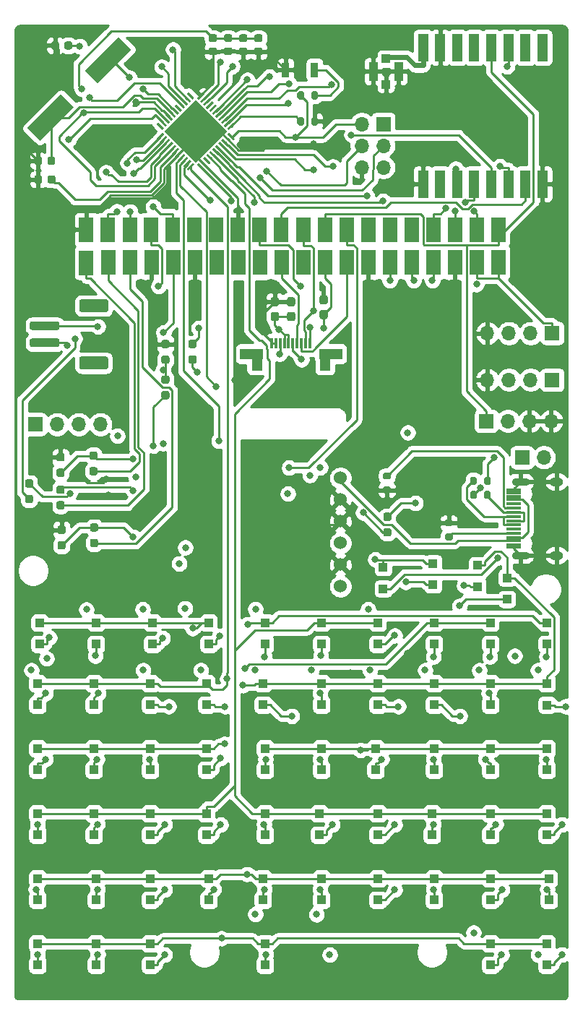
<source format=gbr>
%TF.GenerationSoftware,KiCad,Pcbnew,(5.1.12)-1*%
%TF.CreationDate,2022-02-12T22:16:26+01:00*%
%TF.ProjectId,MemoryBrakout,4d656d6f-7279-4427-9261-6b6f75742e6b,rev?*%
%TF.SameCoordinates,Original*%
%TF.FileFunction,Copper,L4,Bot*%
%TF.FilePolarity,Positive*%
%FSLAX46Y46*%
G04 Gerber Fmt 4.6, Leading zero omitted, Abs format (unit mm)*
G04 Created by KiCad (PCBNEW (5.1.12)-1) date 2022-02-12 22:16:26*
%MOMM*%
%LPD*%
G01*
G04 APERTURE LIST*
%TA.AperFunction,SMDPad,CuDef*%
%ADD10R,1.700000X3.000000*%
%TD*%
%TA.AperFunction,ComponentPad*%
%ADD11O,1.700000X1.700000*%
%TD*%
%TA.AperFunction,ComponentPad*%
%ADD12R,1.700000X1.700000*%
%TD*%
%TA.AperFunction,SMDPad,CuDef*%
%ADD13R,0.300000X1.300000*%
%TD*%
%TA.AperFunction,SMDPad,CuDef*%
%ADD14R,2.700000X1.300000*%
%TD*%
%TA.AperFunction,SMDPad,CuDef*%
%ADD15R,1.300000X2.200000*%
%TD*%
%TA.AperFunction,SMDPad,CuDef*%
%ADD16R,1.000000X1.000000*%
%TD*%
%TA.AperFunction,ComponentPad*%
%ADD17O,1.600000X1.000000*%
%TD*%
%TA.AperFunction,ComponentPad*%
%ADD18O,2.100000X0.900000*%
%TD*%
%TA.AperFunction,SMDPad,CuDef*%
%ADD19R,1.750000X0.300000*%
%TD*%
%TA.AperFunction,SMDPad,CuDef*%
%ADD20R,0.900000X1.700000*%
%TD*%
%TA.AperFunction,SMDPad,CuDef*%
%ADD21R,1.050000X2.200000*%
%TD*%
%TA.AperFunction,SMDPad,CuDef*%
%ADD22R,1.200000X3.200000*%
%TD*%
%TA.AperFunction,ComponentPad*%
%ADD23C,1.524000*%
%TD*%
%TA.AperFunction,SMDPad,CuDef*%
%ADD24C,0.100000*%
%TD*%
%TA.AperFunction,ViaPad*%
%ADD25C,0.800000*%
%TD*%
%TA.AperFunction,Conductor*%
%ADD26C,0.250000*%
%TD*%
%TA.AperFunction,Conductor*%
%ADD27C,0.600000*%
%TD*%
%TA.AperFunction,Conductor*%
%ADD28C,0.254000*%
%TD*%
%TA.AperFunction,Conductor*%
%ADD29C,0.100000*%
%TD*%
G04 APERTURE END LIST*
%TO.P,C101,1*%
%TO.N,/DISPON*%
%TA.AperFunction,SMDPad,CuDef*%
G36*
G01*
X185657500Y-83315000D02*
X185182500Y-83315000D01*
G75*
G02*
X184945000Y-83077500I0J237500D01*
G01*
X184945000Y-82477500D01*
G75*
G02*
X185182500Y-82240000I237500J0D01*
G01*
X185657500Y-82240000D01*
G75*
G02*
X185895000Y-82477500I0J-237500D01*
G01*
X185895000Y-83077500D01*
G75*
G02*
X185657500Y-83315000I-237500J0D01*
G01*
G37*
%TD.AperFunction*%
%TO.P,C101,2*%
%TO.N,GND*%
%TA.AperFunction,SMDPad,CuDef*%
G36*
G01*
X185657500Y-81590000D02*
X185182500Y-81590000D01*
G75*
G02*
X184945000Y-81352500I0J237500D01*
G01*
X184945000Y-80752500D01*
G75*
G02*
X185182500Y-80515000I237500J0D01*
G01*
X185657500Y-80515000D01*
G75*
G02*
X185895000Y-80752500I0J-237500D01*
G01*
X185895000Y-81352500D01*
G75*
G02*
X185657500Y-81590000I-237500J0D01*
G01*
G37*
%TD.AperFunction*%
%TD*%
%TO.P,C102,2*%
%TO.N,GND*%
%TA.AperFunction,SMDPad,CuDef*%
G36*
G01*
X181847500Y-81817500D02*
X181372500Y-81817500D01*
G75*
G02*
X181135000Y-81580000I0J237500D01*
G01*
X181135000Y-80980000D01*
G75*
G02*
X181372500Y-80742500I237500J0D01*
G01*
X181847500Y-80742500D01*
G75*
G02*
X182085000Y-80980000I0J-237500D01*
G01*
X182085000Y-81580000D01*
G75*
G02*
X181847500Y-81817500I-237500J0D01*
G01*
G37*
%TD.AperFunction*%
%TO.P,C102,1*%
%TO.N,+3V3*%
%TA.AperFunction,SMDPad,CuDef*%
G36*
G01*
X181847500Y-83542500D02*
X181372500Y-83542500D01*
G75*
G02*
X181135000Y-83305000I0J237500D01*
G01*
X181135000Y-82705000D01*
G75*
G02*
X181372500Y-82467500I237500J0D01*
G01*
X181847500Y-82467500D01*
G75*
G02*
X182085000Y-82705000I0J-237500D01*
G01*
X182085000Y-83305000D01*
G75*
G02*
X181847500Y-83542500I-237500J0D01*
G01*
G37*
%TD.AperFunction*%
%TD*%
%TO.P,C103,1*%
%TO.N,+3V3*%
%TA.AperFunction,SMDPad,CuDef*%
G36*
G01*
X179942500Y-83542500D02*
X179467500Y-83542500D01*
G75*
G02*
X179230000Y-83305000I0J237500D01*
G01*
X179230000Y-82705000D01*
G75*
G02*
X179467500Y-82467500I237500J0D01*
G01*
X179942500Y-82467500D01*
G75*
G02*
X180180000Y-82705000I0J-237500D01*
G01*
X180180000Y-83305000D01*
G75*
G02*
X179942500Y-83542500I-237500J0D01*
G01*
G37*
%TD.AperFunction*%
%TO.P,C103,2*%
%TO.N,GND*%
%TA.AperFunction,SMDPad,CuDef*%
G36*
G01*
X179942500Y-81817500D02*
X179467500Y-81817500D01*
G75*
G02*
X179230000Y-81580000I0J237500D01*
G01*
X179230000Y-80980000D01*
G75*
G02*
X179467500Y-80742500I237500J0D01*
G01*
X179942500Y-80742500D01*
G75*
G02*
X180180000Y-80980000I0J-237500D01*
G01*
X180180000Y-81580000D01*
G75*
G02*
X179942500Y-81817500I-237500J0D01*
G01*
G37*
%TD.AperFunction*%
%TD*%
D10*
%TO.P,J1,2*%
%TO.N,5volts*%
X205885000Y-76685000D03*
%TO.P,J1,1*%
%TO.N,+3V3*%
X205885000Y-72811500D03*
%TO.P,J1,4*%
%TO.N,5volts*%
X203345000Y-76685000D03*
%TO.P,J1,3*%
%TO.N,/SDA*%
X203345000Y-72811500D03*
%TO.P,J1,6*%
%TO.N,GND*%
X200805000Y-76685000D03*
%TO.P,J1,5*%
%TO.N,/SCL*%
X200805000Y-72811500D03*
%TO.P,J1,8*%
%TO.N,/TXD*%
X198265000Y-76685000D03*
%TO.P,J1,7*%
%TO.N,/DIO0W*%
X198265000Y-72811500D03*
%TO.P,J1,10*%
%TO.N,/RXD*%
X195725000Y-76685000D03*
%TO.P,J1,9*%
%TO.N,GND*%
X195725000Y-72811500D03*
%TO.P,J1,12*%
%TO.N,/BUT1*%
X193185000Y-76685000D03*
%TO.P,J1,11*%
%TO.N,N/C*%
X193185000Y-72811500D03*
%TO.P,J1,14*%
%TO.N,GND*%
X190645000Y-76685000D03*
%TO.P,J1,13*%
%TO.N,N/C*%
X190645000Y-72811500D03*
%TO.P,J1,16*%
%TO.N,/CS*%
X188105000Y-76685000D03*
%TO.P,J1,15*%
%TO.N,/LEDYellow*%
X188105000Y-72811500D03*
%TO.P,J1,18*%
%TO.N,/DISPON*%
X185565000Y-76685000D03*
%TO.P,J1,17*%
%TO.N,+3V3*%
X185565000Y-72811500D03*
%TO.P,J1,20*%
%TO.N,GND*%
X183025000Y-76685000D03*
%TO.P,J1,19*%
%TO.N,/MOSI*%
X183025000Y-72875000D03*
%TO.P,J1,22*%
%TO.N,/EXTCOMIN*%
X180485000Y-76685000D03*
%TO.P,J1,21*%
%TO.N,/MISO*%
X180467000Y-72834500D03*
%TO.P,J1,24*%
%TO.N,N/C*%
X177945000Y-76685000D03*
%TO.P,J1,23*%
%TO.N,/SCK*%
X177927000Y-72834500D03*
%TO.P,J1,26*%
%TO.N,N/C*%
X175405000Y-76685000D03*
%TO.P,J1,25*%
%TO.N,GND*%
X175387000Y-72834500D03*
%TO.P,J1,28*%
%TO.N,N/C*%
X172865000Y-76685000D03*
%TO.P,J1,27*%
X172847000Y-72834500D03*
%TO.P,J1,30*%
%TO.N,GND*%
X170325000Y-76685000D03*
%TO.P,J1,29*%
%TO.N,/LRESET*%
X170307000Y-72834500D03*
%TO.P,J1,32*%
%TO.N,/BUT2*%
X167785000Y-76685000D03*
%TO.P,J1,31*%
%TO.N,/NSS*%
X167767000Y-72834500D03*
%TO.P,J1,34*%
%TO.N,GND*%
X165245000Y-76685000D03*
%TO.P,J1,33*%
%TO.N,/LEDPink2*%
X165227000Y-72834500D03*
%TO.P,J1,36*%
%TO.N,/BUT3*%
X162705000Y-76685000D03*
%TO.P,J1,35*%
%TO.N,/LEDPink*%
X162750500Y-72834500D03*
%TO.P,J1,38*%
%TO.N,/BUT4*%
X160165000Y-76685000D03*
%TO.P,J1,37*%
%TO.N,/LEDYellow2*%
X160147000Y-72834500D03*
%TO.P,J1,40*%
%TO.N,/BUT5*%
X157607000Y-76708000D03*
%TO.P,J1,39*%
%TO.N,GND*%
X157607000Y-72834500D03*
%TD*%
D11*
%TO.P,J104,4*%
%TO.N,/SCL*%
X159258000Y-95631000D03*
%TO.P,J104,3*%
%TO.N,/SDA*%
X156718000Y-95631000D03*
%TO.P,J104,2*%
%TO.N,/RXD*%
X154178000Y-95631000D03*
D12*
%TO.P,J104,1*%
%TO.N,/TXD*%
X151638000Y-95631000D03*
%TD*%
%TO.P,J105,1*%
%TO.N,+3V3*%
X204470000Y-95250000D03*
D11*
%TO.P,J105,2*%
X207010000Y-95250000D03*
%TO.P,J105,3*%
%TO.N,GND*%
X209550000Y-95250000D03*
%TO.P,J105,4*%
X212090000Y-95250000D03*
%TD*%
%TO.P,R101,2*%
%TO.N,+3V3*%
%TA.AperFunction,SMDPad,CuDef*%
G36*
G01*
X170290500Y-86720500D02*
X169815500Y-86720500D01*
G75*
G02*
X169578000Y-86483000I0J237500D01*
G01*
X169578000Y-85983000D01*
G75*
G02*
X169815500Y-85745500I237500J0D01*
G01*
X170290500Y-85745500D01*
G75*
G02*
X170528000Y-85983000I0J-237500D01*
G01*
X170528000Y-86483000D01*
G75*
G02*
X170290500Y-86720500I-237500J0D01*
G01*
G37*
%TD.AperFunction*%
%TO.P,R101,1*%
%TO.N,/EXTMODE*%
%TA.AperFunction,SMDPad,CuDef*%
G36*
G01*
X170290500Y-88545500D02*
X169815500Y-88545500D01*
G75*
G02*
X169578000Y-88308000I0J237500D01*
G01*
X169578000Y-87808000D01*
G75*
G02*
X169815500Y-87570500I237500J0D01*
G01*
X170290500Y-87570500D01*
G75*
G02*
X170528000Y-87808000I0J-237500D01*
G01*
X170528000Y-88308000D01*
G75*
G02*
X170290500Y-88545500I-237500J0D01*
G01*
G37*
%TD.AperFunction*%
%TD*%
%TO.P,R103,1*%
%TO.N,/BUT2*%
%TA.AperFunction,SMDPad,CuDef*%
G36*
G01*
X193125500Y-108789000D02*
X192650500Y-108789000D01*
G75*
G02*
X192413000Y-108551500I0J237500D01*
G01*
X192413000Y-108051500D01*
G75*
G02*
X192650500Y-107814000I237500J0D01*
G01*
X193125500Y-107814000D01*
G75*
G02*
X193363000Y-108051500I0J-237500D01*
G01*
X193363000Y-108551500D01*
G75*
G02*
X193125500Y-108789000I-237500J0D01*
G01*
G37*
%TD.AperFunction*%
%TO.P,R103,2*%
%TO.N,Net-(R102-Pad1)*%
%TA.AperFunction,SMDPad,CuDef*%
G36*
G01*
X193125500Y-106964000D02*
X192650500Y-106964000D01*
G75*
G02*
X192413000Y-106726500I0J237500D01*
G01*
X192413000Y-106226500D01*
G75*
G02*
X192650500Y-105989000I237500J0D01*
G01*
X193125500Y-105989000D01*
G75*
G02*
X193363000Y-106226500I0J-237500D01*
G01*
X193363000Y-106726500D01*
G75*
G02*
X193125500Y-106964000I-237500J0D01*
G01*
G37*
%TD.AperFunction*%
%TD*%
%TO.P,R105,1*%
%TO.N,/BUT1*%
%TA.AperFunction,SMDPad,CuDef*%
G36*
G01*
X151138500Y-104877000D02*
X150663500Y-104877000D01*
G75*
G02*
X150426000Y-104639500I0J237500D01*
G01*
X150426000Y-104139500D01*
G75*
G02*
X150663500Y-103902000I237500J0D01*
G01*
X151138500Y-103902000D01*
G75*
G02*
X151376000Y-104139500I0J-237500D01*
G01*
X151376000Y-104639500D01*
G75*
G02*
X151138500Y-104877000I-237500J0D01*
G01*
G37*
%TD.AperFunction*%
%TO.P,R105,2*%
%TO.N,Net-(R104-Pad1)*%
%TA.AperFunction,SMDPad,CuDef*%
G36*
G01*
X151138500Y-103052000D02*
X150663500Y-103052000D01*
G75*
G02*
X150426000Y-102814500I0J237500D01*
G01*
X150426000Y-102314500D01*
G75*
G02*
X150663500Y-102077000I237500J0D01*
G01*
X151138500Y-102077000D01*
G75*
G02*
X151376000Y-102314500I0J-237500D01*
G01*
X151376000Y-102814500D01*
G75*
G02*
X151138500Y-103052000I-237500J0D01*
G01*
G37*
%TD.AperFunction*%
%TD*%
%TO.P,R106,2*%
%TO.N,/EXTMODE*%
%TA.AperFunction,SMDPad,CuDef*%
G36*
G01*
X167115500Y-90888000D02*
X166640500Y-90888000D01*
G75*
G02*
X166403000Y-90650500I0J237500D01*
G01*
X166403000Y-90150500D01*
G75*
G02*
X166640500Y-89913000I237500J0D01*
G01*
X167115500Y-89913000D01*
G75*
G02*
X167353000Y-90150500I0J-237500D01*
G01*
X167353000Y-90650500D01*
G75*
G02*
X167115500Y-90888000I-237500J0D01*
G01*
G37*
%TD.AperFunction*%
%TO.P,R106,1*%
%TO.N,+3V3*%
%TA.AperFunction,SMDPad,CuDef*%
G36*
G01*
X167115500Y-92713000D02*
X166640500Y-92713000D01*
G75*
G02*
X166403000Y-92475500I0J237500D01*
G01*
X166403000Y-91975500D01*
G75*
G02*
X166640500Y-91738000I237500J0D01*
G01*
X167115500Y-91738000D01*
G75*
G02*
X167353000Y-91975500I0J-237500D01*
G01*
X167353000Y-92475500D01*
G75*
G02*
X167115500Y-92713000I-237500J0D01*
G01*
G37*
%TD.AperFunction*%
%TD*%
%TO.P,R107,1*%
%TO.N,/EXTMODE*%
%TA.AperFunction,SMDPad,CuDef*%
G36*
G01*
X167115500Y-88545500D02*
X166640500Y-88545500D01*
G75*
G02*
X166403000Y-88308000I0J237500D01*
G01*
X166403000Y-87808000D01*
G75*
G02*
X166640500Y-87570500I237500J0D01*
G01*
X167115500Y-87570500D01*
G75*
G02*
X167353000Y-87808000I0J-237500D01*
G01*
X167353000Y-88308000D01*
G75*
G02*
X167115500Y-88545500I-237500J0D01*
G01*
G37*
%TD.AperFunction*%
%TO.P,R107,2*%
%TO.N,GND*%
%TA.AperFunction,SMDPad,CuDef*%
G36*
G01*
X167115500Y-86720500D02*
X166640500Y-86720500D01*
G75*
G02*
X166403000Y-86483000I0J237500D01*
G01*
X166403000Y-85983000D01*
G75*
G02*
X166640500Y-85745500I237500J0D01*
G01*
X167115500Y-85745500D01*
G75*
G02*
X167353000Y-85983000I0J-237500D01*
G01*
X167353000Y-86483000D01*
G75*
G02*
X167115500Y-86720500I-237500J0D01*
G01*
G37*
%TD.AperFunction*%
%TD*%
%TO.P,R108,1*%
%TO.N,Net-(R108-Pad1)*%
%TA.AperFunction,SMDPad,CuDef*%
G36*
G01*
X154948500Y-110315000D02*
X154473500Y-110315000D01*
G75*
G02*
X154236000Y-110077500I0J237500D01*
G01*
X154236000Y-109577500D01*
G75*
G02*
X154473500Y-109340000I237500J0D01*
G01*
X154948500Y-109340000D01*
G75*
G02*
X155186000Y-109577500I0J-237500D01*
G01*
X155186000Y-110077500D01*
G75*
G02*
X154948500Y-110315000I-237500J0D01*
G01*
G37*
%TD.AperFunction*%
%TO.P,R108,2*%
%TO.N,GND*%
%TA.AperFunction,SMDPad,CuDef*%
G36*
G01*
X154948500Y-108490000D02*
X154473500Y-108490000D01*
G75*
G02*
X154236000Y-108252500I0J237500D01*
G01*
X154236000Y-107752500D01*
G75*
G02*
X154473500Y-107515000I237500J0D01*
G01*
X154948500Y-107515000D01*
G75*
G02*
X155186000Y-107752500I0J-237500D01*
G01*
X155186000Y-108252500D01*
G75*
G02*
X154948500Y-108490000I-237500J0D01*
G01*
G37*
%TD.AperFunction*%
%TD*%
%TO.P,R109,2*%
%TO.N,Net-(R108-Pad1)*%
%TA.AperFunction,SMDPad,CuDef*%
G36*
G01*
X158758500Y-108212000D02*
X158283500Y-108212000D01*
G75*
G02*
X158046000Y-107974500I0J237500D01*
G01*
X158046000Y-107474500D01*
G75*
G02*
X158283500Y-107237000I237500J0D01*
G01*
X158758500Y-107237000D01*
G75*
G02*
X158996000Y-107474500I0J-237500D01*
G01*
X158996000Y-107974500D01*
G75*
G02*
X158758500Y-108212000I-237500J0D01*
G01*
G37*
%TD.AperFunction*%
%TO.P,R109,1*%
%TO.N,/BUT3*%
%TA.AperFunction,SMDPad,CuDef*%
G36*
G01*
X158758500Y-110037000D02*
X158283500Y-110037000D01*
G75*
G02*
X158046000Y-109799500I0J237500D01*
G01*
X158046000Y-109299500D01*
G75*
G02*
X158283500Y-109062000I237500J0D01*
G01*
X158758500Y-109062000D01*
G75*
G02*
X158996000Y-109299500I0J-237500D01*
G01*
X158996000Y-109799500D01*
G75*
G02*
X158758500Y-110037000I-237500J0D01*
G01*
G37*
%TD.AperFunction*%
%TD*%
%TO.P,R111,1*%
%TO.N,Net-(R111-Pad1)*%
%TA.AperFunction,SMDPad,CuDef*%
G36*
G01*
X154821500Y-101806000D02*
X154346500Y-101806000D01*
G75*
G02*
X154109000Y-101568500I0J237500D01*
G01*
X154109000Y-101068500D01*
G75*
G02*
X154346500Y-100831000I237500J0D01*
G01*
X154821500Y-100831000D01*
G75*
G02*
X155059000Y-101068500I0J-237500D01*
G01*
X155059000Y-101568500D01*
G75*
G02*
X154821500Y-101806000I-237500J0D01*
G01*
G37*
%TD.AperFunction*%
%TO.P,R111,2*%
%TO.N,GND*%
%TA.AperFunction,SMDPad,CuDef*%
G36*
G01*
X154821500Y-99981000D02*
X154346500Y-99981000D01*
G75*
G02*
X154109000Y-99743500I0J237500D01*
G01*
X154109000Y-99243500D01*
G75*
G02*
X154346500Y-99006000I237500J0D01*
G01*
X154821500Y-99006000D01*
G75*
G02*
X155059000Y-99243500I0J-237500D01*
G01*
X155059000Y-99743500D01*
G75*
G02*
X154821500Y-99981000I-237500J0D01*
G01*
G37*
%TD.AperFunction*%
%TD*%
%TO.P,R112,2*%
%TO.N,Net-(R110-Pad1)*%
%TA.AperFunction,SMDPad,CuDef*%
G36*
G01*
X154821500Y-103791000D02*
X154346500Y-103791000D01*
G75*
G02*
X154109000Y-103553500I0J237500D01*
G01*
X154109000Y-103053500D01*
G75*
G02*
X154346500Y-102816000I237500J0D01*
G01*
X154821500Y-102816000D01*
G75*
G02*
X155059000Y-103053500I0J-237500D01*
G01*
X155059000Y-103553500D01*
G75*
G02*
X154821500Y-103791000I-237500J0D01*
G01*
G37*
%TD.AperFunction*%
%TO.P,R112,1*%
%TO.N,/BUT4*%
%TA.AperFunction,SMDPad,CuDef*%
G36*
G01*
X154821500Y-105616000D02*
X154346500Y-105616000D01*
G75*
G02*
X154109000Y-105378500I0J237500D01*
G01*
X154109000Y-104878500D01*
G75*
G02*
X154346500Y-104641000I237500J0D01*
G01*
X154821500Y-104641000D01*
G75*
G02*
X155059000Y-104878500I0J-237500D01*
G01*
X155059000Y-105378500D01*
G75*
G02*
X154821500Y-105616000I-237500J0D01*
G01*
G37*
%TD.AperFunction*%
%TD*%
%TO.P,R113,2*%
%TO.N,Net-(R111-Pad1)*%
%TA.AperFunction,SMDPad,CuDef*%
G36*
G01*
X158682500Y-99805000D02*
X158207500Y-99805000D01*
G75*
G02*
X157970000Y-99567500I0J237500D01*
G01*
X157970000Y-99067500D01*
G75*
G02*
X158207500Y-98830000I237500J0D01*
G01*
X158682500Y-98830000D01*
G75*
G02*
X158920000Y-99067500I0J-237500D01*
G01*
X158920000Y-99567500D01*
G75*
G02*
X158682500Y-99805000I-237500J0D01*
G01*
G37*
%TD.AperFunction*%
%TO.P,R113,1*%
%TO.N,/BUT5*%
%TA.AperFunction,SMDPad,CuDef*%
G36*
G01*
X158682500Y-101630000D02*
X158207500Y-101630000D01*
G75*
G02*
X157970000Y-101392500I0J237500D01*
G01*
X157970000Y-100892500D01*
G75*
G02*
X158207500Y-100655000I237500J0D01*
G01*
X158682500Y-100655000D01*
G75*
G02*
X158920000Y-100892500I0J-237500D01*
G01*
X158920000Y-101392500D01*
G75*
G02*
X158682500Y-101630000I-237500J0D01*
G01*
G37*
%TD.AperFunction*%
%TD*%
D13*
%TO.P,U101,8*%
%TO.N,/EXTMODE*%
X180316300Y-86133800D03*
%TO.P,U101,1*%
%TO.N,/SCK*%
X183816300Y-86133800D03*
%TO.P,U101,7*%
%TO.N,+3V3*%
X180816300Y-86133800D03*
%TO.P,U101,5*%
%TO.N,/DISPON*%
X181816300Y-86133800D03*
%TO.P,U101,9*%
%TO.N,GND*%
X179816300Y-86133800D03*
%TO.P,U101,10*%
X179316300Y-86133800D03*
%TO.P,U101,3*%
%TO.N,/CS*%
X182816300Y-86133800D03*
%TO.P,U101,2*%
%TO.N,/MOSI*%
X183316300Y-86133800D03*
%TO.P,U101,4*%
%TO.N,/EXTCOMIN*%
X182316300Y-86133800D03*
%TO.P,U101,6*%
%TO.N,+3V3*%
X181316300Y-86133800D03*
D14*
%TO.P,U101,11*%
%TO.N,N/C*%
X176956200Y-87374200D03*
D15*
X177603900Y-88237800D03*
D14*
X186252600Y-87374200D03*
D15*
X185579500Y-88237800D03*
%TD*%
%TO.P,C1,2*%
%TO.N,GND*%
%TA.AperFunction,SMDPad,CuDef*%
G36*
G01*
X154399000Y-51007200D02*
X154399000Y-51507200D01*
G75*
G02*
X154174000Y-51732200I-225000J0D01*
G01*
X153724000Y-51732200D01*
G75*
G02*
X153499000Y-51507200I0J225000D01*
G01*
X153499000Y-51007200D01*
G75*
G02*
X153724000Y-50782200I225000J0D01*
G01*
X154174000Y-50782200D01*
G75*
G02*
X154399000Y-51007200I0J-225000D01*
G01*
G37*
%TD.AperFunction*%
%TO.P,C1,1*%
%TO.N,XTAL1*%
%TA.AperFunction,SMDPad,CuDef*%
G36*
G01*
X155949000Y-51007200D02*
X155949000Y-51507200D01*
G75*
G02*
X155724000Y-51732200I-225000J0D01*
G01*
X155274000Y-51732200D01*
G75*
G02*
X155049000Y-51507200I0J225000D01*
G01*
X155049000Y-51007200D01*
G75*
G02*
X155274000Y-50782200I225000J0D01*
G01*
X155724000Y-50782200D01*
G75*
G02*
X155949000Y-51007200I0J-225000D01*
G01*
G37*
%TD.AperFunction*%
%TD*%
%TO.P,C2,2*%
%TO.N,GND*%
%TA.AperFunction,SMDPad,CuDef*%
G36*
G01*
X152418000Y-64520000D02*
X152418000Y-65020000D01*
G75*
G02*
X152193000Y-65245000I-225000J0D01*
G01*
X151743000Y-65245000D01*
G75*
G02*
X151518000Y-65020000I0J225000D01*
G01*
X151518000Y-64520000D01*
G75*
G02*
X151743000Y-64295000I225000J0D01*
G01*
X152193000Y-64295000D01*
G75*
G02*
X152418000Y-64520000I0J-225000D01*
G01*
G37*
%TD.AperFunction*%
%TO.P,C2,1*%
%TO.N,XTAL2*%
%TA.AperFunction,SMDPad,CuDef*%
G36*
G01*
X153968000Y-64520000D02*
X153968000Y-65020000D01*
G75*
G02*
X153743000Y-65245000I-225000J0D01*
G01*
X153293000Y-65245000D01*
G75*
G02*
X153068000Y-65020000I0J225000D01*
G01*
X153068000Y-64520000D01*
G75*
G02*
X153293000Y-64295000I225000J0D01*
G01*
X153743000Y-64295000D01*
G75*
G02*
X153968000Y-64520000I0J-225000D01*
G01*
G37*
%TD.AperFunction*%
%TD*%
%TO.P,C3,2*%
%TO.N,5volts*%
%TA.AperFunction,SMDPad,CuDef*%
G36*
G01*
X174469000Y-50830600D02*
X173969000Y-50830600D01*
G75*
G02*
X173744000Y-50605600I0J225000D01*
G01*
X173744000Y-50155600D01*
G75*
G02*
X173969000Y-49930600I225000J0D01*
G01*
X174469000Y-49930600D01*
G75*
G02*
X174694000Y-50155600I0J-225000D01*
G01*
X174694000Y-50605600D01*
G75*
G02*
X174469000Y-50830600I-225000J0D01*
G01*
G37*
%TD.AperFunction*%
%TO.P,C3,1*%
%TO.N,GND*%
%TA.AperFunction,SMDPad,CuDef*%
G36*
G01*
X174469000Y-52380600D02*
X173969000Y-52380600D01*
G75*
G02*
X173744000Y-52155600I0J225000D01*
G01*
X173744000Y-51705600D01*
G75*
G02*
X173969000Y-51480600I225000J0D01*
G01*
X174469000Y-51480600D01*
G75*
G02*
X174694000Y-51705600I0J-225000D01*
G01*
X174694000Y-52155600D01*
G75*
G02*
X174469000Y-52380600I-225000J0D01*
G01*
G37*
%TD.AperFunction*%
%TD*%
%TO.P,C4,1*%
%TO.N,GND*%
%TA.AperFunction,SMDPad,CuDef*%
G36*
G01*
X178025000Y-52393600D02*
X177525000Y-52393600D01*
G75*
G02*
X177300000Y-52168600I0J225000D01*
G01*
X177300000Y-51718600D01*
G75*
G02*
X177525000Y-51493600I225000J0D01*
G01*
X178025000Y-51493600D01*
G75*
G02*
X178250000Y-51718600I0J-225000D01*
G01*
X178250000Y-52168600D01*
G75*
G02*
X178025000Y-52393600I-225000J0D01*
G01*
G37*
%TD.AperFunction*%
%TO.P,C4,2*%
%TO.N,5volts*%
%TA.AperFunction,SMDPad,CuDef*%
G36*
G01*
X178025000Y-50843600D02*
X177525000Y-50843600D01*
G75*
G02*
X177300000Y-50618600I0J225000D01*
G01*
X177300000Y-50168600D01*
G75*
G02*
X177525000Y-49943600I225000J0D01*
G01*
X178025000Y-49943600D01*
G75*
G02*
X178250000Y-50168600I0J-225000D01*
G01*
X178250000Y-50618600D01*
G75*
G02*
X178025000Y-50843600I-225000J0D01*
G01*
G37*
%TD.AperFunction*%
%TD*%
%TO.P,C5,1*%
%TO.N,GND*%
%TA.AperFunction,SMDPad,CuDef*%
G36*
G01*
X151531000Y-67204400D02*
X151531000Y-66704400D01*
G75*
G02*
X151756000Y-66479400I225000J0D01*
G01*
X152206000Y-66479400D01*
G75*
G02*
X152431000Y-66704400I0J-225000D01*
G01*
X152431000Y-67204400D01*
G75*
G02*
X152206000Y-67429400I-225000J0D01*
G01*
X151756000Y-67429400D01*
G75*
G02*
X151531000Y-67204400I0J225000D01*
G01*
G37*
%TD.AperFunction*%
%TO.P,C5,2*%
%TO.N,UCAP*%
%TA.AperFunction,SMDPad,CuDef*%
G36*
G01*
X153081000Y-67204400D02*
X153081000Y-66704400D01*
G75*
G02*
X153306000Y-66479400I225000J0D01*
G01*
X153756000Y-66479400D01*
G75*
G02*
X153981000Y-66704400I0J-225000D01*
G01*
X153981000Y-67204400D01*
G75*
G02*
X153756000Y-67429400I-225000J0D01*
G01*
X153306000Y-67429400D01*
G75*
G02*
X153081000Y-67204400I0J225000D01*
G01*
G37*
%TD.AperFunction*%
%TD*%
%TO.P,C6,1*%
%TO.N,GND*%
%TA.AperFunction,SMDPad,CuDef*%
G36*
G01*
X172691000Y-52393600D02*
X172191000Y-52393600D01*
G75*
G02*
X171966000Y-52168600I0J225000D01*
G01*
X171966000Y-51718600D01*
G75*
G02*
X172191000Y-51493600I225000J0D01*
G01*
X172691000Y-51493600D01*
G75*
G02*
X172916000Y-51718600I0J-225000D01*
G01*
X172916000Y-52168600D01*
G75*
G02*
X172691000Y-52393600I-225000J0D01*
G01*
G37*
%TD.AperFunction*%
%TO.P,C6,2*%
%TO.N,5volts*%
%TA.AperFunction,SMDPad,CuDef*%
G36*
G01*
X172691000Y-50843600D02*
X172191000Y-50843600D01*
G75*
G02*
X171966000Y-50618600I0J225000D01*
G01*
X171966000Y-50168600D01*
G75*
G02*
X172191000Y-49943600I225000J0D01*
G01*
X172691000Y-49943600D01*
G75*
G02*
X172916000Y-50168600I0J-225000D01*
G01*
X172916000Y-50618600D01*
G75*
G02*
X172691000Y-50843600I-225000J0D01*
G01*
G37*
%TD.AperFunction*%
%TD*%
%TO.P,C7,1*%
%TO.N,GND*%
%TA.AperFunction,SMDPad,CuDef*%
G36*
G01*
X176247000Y-52393600D02*
X175747000Y-52393600D01*
G75*
G02*
X175522000Y-52168600I0J225000D01*
G01*
X175522000Y-51718600D01*
G75*
G02*
X175747000Y-51493600I225000J0D01*
G01*
X176247000Y-51493600D01*
G75*
G02*
X176472000Y-51718600I0J-225000D01*
G01*
X176472000Y-52168600D01*
G75*
G02*
X176247000Y-52393600I-225000J0D01*
G01*
G37*
%TD.AperFunction*%
%TO.P,C7,2*%
%TO.N,5volts*%
%TA.AperFunction,SMDPad,CuDef*%
G36*
G01*
X176247000Y-50843600D02*
X175747000Y-50843600D01*
G75*
G02*
X175522000Y-50618600I0J225000D01*
G01*
X175522000Y-50168600D01*
G75*
G02*
X175747000Y-49943600I225000J0D01*
G01*
X176247000Y-49943600D01*
G75*
G02*
X176472000Y-50168600I0J-225000D01*
G01*
X176472000Y-50618600D01*
G75*
G02*
X176247000Y-50843600I-225000J0D01*
G01*
G37*
%TD.AperFunction*%
%TD*%
D16*
%TO.P,D1,1*%
%TO.N,ROW0*%
X151892000Y-126004000D03*
%TO.P,D1,2*%
%TO.N,Net-(D1-Pad2)*%
X151892000Y-128504000D03*
%TD*%
%TO.P,D2,1*%
%TO.N,ROW0*%
X158496000Y-126004000D03*
%TO.P,D2,2*%
%TO.N,Net-(D2-Pad2)*%
X158496000Y-128504000D03*
%TD*%
%TO.P,D3,2*%
%TO.N,Net-(D3-Pad2)*%
X165100000Y-128504000D03*
%TO.P,D3,1*%
%TO.N,ROW0*%
X165100000Y-126004000D03*
%TD*%
%TO.P,D4,1*%
%TO.N,ROW0*%
X171704000Y-126004000D03*
%TO.P,D4,2*%
%TO.N,Net-(D4-Pad2)*%
X171704000Y-128504000D03*
%TD*%
%TO.P,D5,2*%
%TO.N,Net-(D5-Pad2)*%
X178308000Y-128504000D03*
%TO.P,D5,1*%
%TO.N,ROW0*%
X178308000Y-126004000D03*
%TD*%
%TO.P,D6,1*%
%TO.N,ROW0*%
X185166000Y-126004000D03*
%TO.P,D6,2*%
%TO.N,Net-(D6-Pad2)*%
X185166000Y-128504000D03*
%TD*%
%TO.P,D7,2*%
%TO.N,Net-(D7-Pad2)*%
X191770000Y-128504000D03*
%TO.P,D7,1*%
%TO.N,ROW0*%
X191770000Y-126004000D03*
%TD*%
%TO.P,D8,1*%
%TO.N,ROW0*%
X198374000Y-126004000D03*
%TO.P,D8,2*%
%TO.N,Net-(D8-Pad2)*%
X198374000Y-128504000D03*
%TD*%
%TO.P,D9,2*%
%TO.N,Net-(D9-Pad2)*%
X204978000Y-128504000D03*
%TO.P,D9,1*%
%TO.N,ROW0*%
X204978000Y-126004000D03*
%TD*%
%TO.P,D10,1*%
%TO.N,ROW0*%
X211582000Y-126024000D03*
%TO.P,D10,2*%
%TO.N,Net-(D10-Pad2)*%
X211582000Y-128524000D03*
%TD*%
%TO.P,D11,2*%
%TO.N,Net-(D11-Pad2)*%
X206908000Y-116129000D03*
%TO.P,D11,1*%
%TO.N,ROW0*%
X206908000Y-113629000D03*
%TD*%
%TO.P,D12,2*%
%TO.N,Net-(D12-Pad2)*%
X203454000Y-114641000D03*
%TO.P,D12,1*%
%TO.N,ROW0*%
X203454000Y-112141000D03*
%TD*%
%TO.P,D13,1*%
%TO.N,ROW1*%
X151892000Y-133624000D03*
%TO.P,D13,2*%
%TO.N,Net-(D13-Pad2)*%
X151892000Y-136124000D03*
%TD*%
%TO.P,D14,2*%
%TO.N,Net-(D14-Pad2)*%
X158496000Y-136124000D03*
%TO.P,D14,1*%
%TO.N,ROW1*%
X158496000Y-133624000D03*
%TD*%
%TO.P,D15,1*%
%TO.N,ROW1*%
X165100000Y-133624000D03*
%TO.P,D15,2*%
%TO.N,Net-(D15-Pad2)*%
X165100000Y-136124000D03*
%TD*%
%TO.P,D16,2*%
%TO.N,Net-(D16-Pad2)*%
X171704000Y-136124000D03*
%TO.P,D16,1*%
%TO.N,ROW1*%
X171704000Y-133624000D03*
%TD*%
%TO.P,D17,1*%
%TO.N,ROW1*%
X178562000Y-133624000D03*
%TO.P,D17,2*%
%TO.N,Net-(D17-Pad2)*%
X178562000Y-136124000D03*
%TD*%
%TO.P,D18,2*%
%TO.N,Net-(D18-Pad2)*%
X185166000Y-136124000D03*
%TO.P,D18,1*%
%TO.N,ROW1*%
X185166000Y-133624000D03*
%TD*%
%TO.P,D19,1*%
%TO.N,ROW1*%
X191516000Y-133624000D03*
%TO.P,D19,2*%
%TO.N,Net-(D19-Pad2)*%
X191516000Y-136124000D03*
%TD*%
%TO.P,D20,1*%
%TO.N,ROW1*%
X198374000Y-133624000D03*
%TO.P,D20,2*%
%TO.N,Net-(D20-Pad2)*%
X198374000Y-136124000D03*
%TD*%
%TO.P,D21,2*%
%TO.N,Net-(D21-Pad2)*%
X204978000Y-136124000D03*
%TO.P,D21,1*%
%TO.N,ROW1*%
X204978000Y-133624000D03*
%TD*%
%TO.P,D22,2*%
%TO.N,Net-(D22-Pad2)*%
X211582000Y-136124000D03*
%TO.P,D22,1*%
%TO.N,ROW1*%
X211582000Y-133624000D03*
%TD*%
%TO.P,D23,2*%
%TO.N,Net-(D23-Pad2)*%
X198247000Y-114427000D03*
%TO.P,D23,1*%
%TO.N,ROW1*%
X198247000Y-111927000D03*
%TD*%
%TO.P,D24,1*%
%TO.N,ROW1*%
X192405000Y-112395000D03*
%TO.P,D24,2*%
%TO.N,Net-(D24-Pad2)*%
X192405000Y-114895000D03*
%TD*%
%TO.P,D25,2*%
%TO.N,Net-(D25-Pad2)*%
X151892000Y-143744000D03*
%TO.P,D25,1*%
%TO.N,ROW2*%
X151892000Y-141244000D03*
%TD*%
%TO.P,D26,1*%
%TO.N,ROW2*%
X158496000Y-141244000D03*
%TO.P,D26,2*%
%TO.N,Net-(D26-Pad2)*%
X158496000Y-143744000D03*
%TD*%
%TO.P,D27,2*%
%TO.N,Net-(D27-Pad2)*%
X165100000Y-143744000D03*
%TO.P,D27,1*%
%TO.N,ROW2*%
X165100000Y-141244000D03*
%TD*%
%TO.P,D28,1*%
%TO.N,ROW2*%
X171704000Y-141244000D03*
%TO.P,D28,2*%
%TO.N,Net-(D28-Pad2)*%
X171704000Y-143744000D03*
%TD*%
%TO.P,D29,2*%
%TO.N,Net-(D29-Pad2)*%
X178562000Y-143744000D03*
%TO.P,D29,1*%
%TO.N,ROW2*%
X178562000Y-141244000D03*
%TD*%
%TO.P,D30,1*%
%TO.N,ROW2*%
X184912000Y-141244000D03*
%TO.P,D30,2*%
%TO.N,Net-(D30-Pad2)*%
X184912000Y-143744000D03*
%TD*%
%TO.P,D31,2*%
%TO.N,Net-(D31-Pad2)*%
X191770000Y-143744000D03*
%TO.P,D31,1*%
%TO.N,ROW2*%
X191770000Y-141244000D03*
%TD*%
%TO.P,D32,1*%
%TO.N,ROW2*%
X198120000Y-141244000D03*
%TO.P,D32,2*%
%TO.N,Net-(D32-Pad2)*%
X198120000Y-143744000D03*
%TD*%
%TO.P,D33,2*%
%TO.N,Net-(D33-Pad2)*%
X204978000Y-143744000D03*
%TO.P,D33,1*%
%TO.N,ROW2*%
X204978000Y-141244000D03*
%TD*%
%TO.P,D34,1*%
%TO.N,ROW2*%
X211582000Y-141244000D03*
%TO.P,D34,2*%
%TO.N,Net-(D34-Pad2)*%
X211582000Y-143744000D03*
%TD*%
%TO.P,D35,2*%
%TO.N,Net-(D35-Pad2)*%
X185166000Y-121392000D03*
%TO.P,D35,1*%
%TO.N,ROW2*%
X185166000Y-118892000D03*
%TD*%
%TO.P,D36,1*%
%TO.N,ROW2*%
X191770000Y-118892000D03*
%TO.P,D36,2*%
%TO.N,Net-(D36-Pad2)*%
X191770000Y-121392000D03*
%TD*%
%TO.P,D37,2*%
%TO.N,Net-(D37-Pad2)*%
X151892000Y-151364000D03*
%TO.P,D37,1*%
%TO.N,ROW3*%
X151892000Y-148864000D03*
%TD*%
%TO.P,D38,1*%
%TO.N,ROW3*%
X158750000Y-148864000D03*
%TO.P,D38,2*%
%TO.N,Net-(D38-Pad2)*%
X158750000Y-151364000D03*
%TD*%
%TO.P,D39,2*%
%TO.N,Net-(D39-Pad2)*%
X165100000Y-151364000D03*
%TO.P,D39,1*%
%TO.N,ROW3*%
X165100000Y-148864000D03*
%TD*%
%TO.P,D40,1*%
%TO.N,ROW3*%
X171958000Y-148864000D03*
%TO.P,D40,2*%
%TO.N,Net-(D40-Pad2)*%
X171958000Y-151364000D03*
%TD*%
%TO.P,D41,2*%
%TO.N,Net-(D41-Pad2)*%
X178308000Y-151364000D03*
%TO.P,D41,1*%
%TO.N,ROW3*%
X178308000Y-148864000D03*
%TD*%
%TO.P,D42,1*%
%TO.N,ROW3*%
X185166000Y-148864000D03*
%TO.P,D42,2*%
%TO.N,Net-(D42-Pad2)*%
X185166000Y-151364000D03*
%TD*%
%TO.P,D43,2*%
%TO.N,Net-(D43-Pad2)*%
X191770000Y-151364000D03*
%TO.P,D43,1*%
%TO.N,ROW3*%
X191770000Y-148864000D03*
%TD*%
%TO.P,D44,1*%
%TO.N,ROW3*%
X198374000Y-148864000D03*
%TO.P,D44,2*%
%TO.N,Net-(D44-Pad2)*%
X198374000Y-151364000D03*
%TD*%
%TO.P,D45,1*%
%TO.N,ROW3*%
X204978000Y-148864000D03*
%TO.P,D45,2*%
%TO.N,Net-(D45-Pad2)*%
X204978000Y-151364000D03*
%TD*%
%TO.P,D46,2*%
%TO.N,Net-(D46-Pad2)*%
X211836000Y-151364000D03*
%TO.P,D46,1*%
%TO.N,ROW3*%
X211836000Y-148864000D03*
%TD*%
%TO.P,D47,1*%
%TO.N,ROW3*%
X198374000Y-118892000D03*
%TO.P,D47,2*%
%TO.N,Net-(D47-Pad2)*%
X198374000Y-121392000D03*
%TD*%
%TO.P,D48,2*%
%TO.N,Net-(D48-Pad2)*%
X204978000Y-121392000D03*
%TO.P,D48,1*%
%TO.N,ROW3*%
X204978000Y-118892000D03*
%TD*%
%TO.P,D49,1*%
%TO.N,ROW4*%
X151892000Y-156484000D03*
%TO.P,D49,2*%
%TO.N,Net-(D49-Pad2)*%
X151892000Y-158984000D03*
%TD*%
%TO.P,D50,2*%
%TO.N,Net-(D50-Pad2)*%
X158750000Y-158984000D03*
%TO.P,D50,1*%
%TO.N,ROW4*%
X158750000Y-156484000D03*
%TD*%
%TO.P,D51,1*%
%TO.N,ROW4*%
X165100000Y-156484000D03*
%TO.P,D51,2*%
%TO.N,Net-(D51-Pad2)*%
X165100000Y-158984000D03*
%TD*%
%TO.P,D52,2*%
%TO.N,Net-(D52-Pad2)*%
X178562000Y-158984000D03*
%TO.P,D52,1*%
%TO.N,ROW4*%
X178562000Y-156484000D03*
%TD*%
%TO.P,D55,1*%
%TO.N,ROW4*%
X204978000Y-156484000D03*
%TO.P,D55,2*%
%TO.N,Net-(D55-Pad2)*%
X204978000Y-158984000D03*
%TD*%
%TO.P,D56,2*%
%TO.N,Net-(D56-Pad2)*%
X211582000Y-158984000D03*
%TO.P,D56,1*%
%TO.N,ROW4*%
X211582000Y-156484000D03*
%TD*%
%TO.P,D57,1*%
%TO.N,ROW4*%
X211582000Y-118892000D03*
%TO.P,D57,2*%
%TO.N,Net-(D57-Pad2)*%
X211582000Y-121392000D03*
%TD*%
%TO.P,D58,2*%
%TO.N,Net-(D58-Pad2)*%
X152146000Y-121392000D03*
%TO.P,D58,1*%
%TO.N,ROW4*%
X152146000Y-118892000D03*
%TD*%
%TO.P,D59,2*%
%TO.N,Net-(D59-Pad2)*%
X158750000Y-121392000D03*
%TO.P,D59,1*%
%TO.N,ROW4*%
X158750000Y-118892000D03*
%TD*%
%TO.P,D60,1*%
%TO.N,ROW4*%
X165354000Y-118892000D03*
%TO.P,D60,2*%
%TO.N,Net-(D60-Pad2)*%
X165354000Y-121392000D03*
%TD*%
%TO.P,D61,2*%
%TO.N,Net-(D61-Pad2)*%
X171958000Y-121392000D03*
%TO.P,D61,1*%
%TO.N,ROW4*%
X171958000Y-118892000D03*
%TD*%
%TO.P,D62,1*%
%TO.N,ROW4*%
X178562000Y-118892000D03*
%TO.P,D62,2*%
%TO.N,Net-(D62-Pad2)*%
X178562000Y-121392000D03*
%TD*%
D12*
%TO.P,J3,1*%
%TO.N,MISOA*%
X192430000Y-60452000D03*
D11*
%TO.P,J3,2*%
%TO.N,5volts*%
X189890000Y-60452000D03*
%TO.P,J3,3*%
%TO.N,SCKA*%
X192430000Y-62992000D03*
%TO.P,J3,4*%
%TO.N,MOSIA*%
X189890000Y-62992000D03*
%TO.P,J3,5*%
%TO.N,RESETA*%
X192430000Y-65532000D03*
%TO.P,J3,6*%
%TO.N,GND*%
X189890000Y-65532000D03*
%TD*%
D17*
%TO.P,J4,S1*%
%TO.N,GND*%
X212690000Y-102360000D03*
X212690000Y-111000000D03*
D18*
X208510000Y-102360000D03*
X208510000Y-111000000D03*
D19*
%TO.P,J4,A7*%
%TO.N,Net-(J4-PadA7)*%
X207670000Y-106930000D03*
%TO.P,J4,B6*%
%TO.N,Net-(J4-PadA6)*%
X207670000Y-107430000D03*
%TO.P,J4,A8*%
%TO.N,N/C*%
X207670000Y-107930000D03*
%TO.P,J4,B5*%
%TO.N,Net-(J4-PadB5)*%
X207670000Y-108430000D03*
%TO.P,J4,B7*%
%TO.N,Net-(J4-PadA7)*%
X207670000Y-105930000D03*
%TO.P,J4,B8*%
%TO.N,N/C*%
X207670000Y-104930000D03*
%TO.P,J4,A5*%
%TO.N,Net-(J4-PadA5)*%
X207670000Y-105430000D03*
%TO.P,J4,A6*%
%TO.N,Net-(J4-PadA6)*%
X207670000Y-106430000D03*
%TO.P,J4,A1*%
%TO.N,GND*%
X207670000Y-103330000D03*
%TO.P,J4,B12*%
X207670000Y-103630000D03*
%TO.P,J4,A4*%
%TO.N,/VBUS5v*%
X207670000Y-104130000D03*
%TO.P,J4,B9*%
X207670000Y-104430000D03*
%TO.P,J4,A9*%
X207670000Y-109230000D03*
%TO.P,J4,B4*%
X207670000Y-108930000D03*
%TO.P,J4,B1*%
%TO.N,GND*%
X207670000Y-109730000D03*
%TO.P,J4,A12*%
X207670000Y-110030000D03*
%TD*%
%TO.P,R1,1*%
%TO.N,5volts*%
%TA.AperFunction,SMDPad,CuDef*%
G36*
G01*
X182328000Y-57374200D02*
X182328000Y-56824200D01*
G75*
G02*
X182528000Y-56624200I200000J0D01*
G01*
X182928000Y-56624200D01*
G75*
G02*
X183128000Y-56824200I0J-200000D01*
G01*
X183128000Y-57374200D01*
G75*
G02*
X182928000Y-57574200I-200000J0D01*
G01*
X182528000Y-57574200D01*
G75*
G02*
X182328000Y-57374200I0J200000D01*
G01*
G37*
%TD.AperFunction*%
%TO.P,R1,2*%
%TO.N,RESET*%
%TA.AperFunction,SMDPad,CuDef*%
G36*
G01*
X183978000Y-57374200D02*
X183978000Y-56824200D01*
G75*
G02*
X184178000Y-56624200I200000J0D01*
G01*
X184578000Y-56624200D01*
G75*
G02*
X184778000Y-56824200I0J-200000D01*
G01*
X184778000Y-57374200D01*
G75*
G02*
X184578000Y-57574200I-200000J0D01*
G01*
X184178000Y-57574200D01*
G75*
G02*
X183978000Y-57374200I0J200000D01*
G01*
G37*
%TD.AperFunction*%
%TD*%
%TO.P,R2,2*%
%TO.N,Net-(R2-Pad2)*%
%TA.AperFunction,SMDPad,CuDef*%
G36*
G01*
X183128000Y-59872200D02*
X183128000Y-60422200D01*
G75*
G02*
X182928000Y-60622200I-200000J0D01*
G01*
X182528000Y-60622200D01*
G75*
G02*
X182328000Y-60422200I0J200000D01*
G01*
X182328000Y-59872200D01*
G75*
G02*
X182528000Y-59672200I200000J0D01*
G01*
X182928000Y-59672200D01*
G75*
G02*
X183128000Y-59872200I0J-200000D01*
G01*
G37*
%TD.AperFunction*%
%TO.P,R2,1*%
%TO.N,GND*%
%TA.AperFunction,SMDPad,CuDef*%
G36*
G01*
X184778000Y-59872200D02*
X184778000Y-60422200D01*
G75*
G02*
X184578000Y-60622200I-200000J0D01*
G01*
X184178000Y-60622200D01*
G75*
G02*
X183978000Y-60422200I0J200000D01*
G01*
X183978000Y-59872200D01*
G75*
G02*
X184178000Y-59672200I200000J0D01*
G01*
X184578000Y-59672200D01*
G75*
G02*
X184778000Y-59872200I0J-200000D01*
G01*
G37*
%TD.AperFunction*%
%TD*%
%TO.P,R3,1*%
%TO.N,Net-(J4-PadA6)*%
%TA.AperFunction,SMDPad,CuDef*%
G36*
G01*
X202572000Y-102535000D02*
X202572000Y-101985000D01*
G75*
G02*
X202772000Y-101785000I200000J0D01*
G01*
X203172000Y-101785000D01*
G75*
G02*
X203372000Y-101985000I0J-200000D01*
G01*
X203372000Y-102535000D01*
G75*
G02*
X203172000Y-102735000I-200000J0D01*
G01*
X202772000Y-102735000D01*
G75*
G02*
X202572000Y-102535000I0J200000D01*
G01*
G37*
%TD.AperFunction*%
%TO.P,R3,2*%
%TO.N,D+*%
%TA.AperFunction,SMDPad,CuDef*%
G36*
G01*
X204222000Y-102535000D02*
X204222000Y-101985000D01*
G75*
G02*
X204422000Y-101785000I200000J0D01*
G01*
X204822000Y-101785000D01*
G75*
G02*
X205022000Y-101985000I0J-200000D01*
G01*
X205022000Y-102535000D01*
G75*
G02*
X204822000Y-102735000I-200000J0D01*
G01*
X204422000Y-102735000D01*
G75*
G02*
X204222000Y-102535000I0J200000D01*
G01*
G37*
%TD.AperFunction*%
%TD*%
%TO.P,R4,2*%
%TO.N,D-*%
%TA.AperFunction,SMDPad,CuDef*%
G36*
G01*
X203371000Y-103636000D02*
X203371000Y-104186000D01*
G75*
G02*
X203171000Y-104386000I-200000J0D01*
G01*
X202771000Y-104386000D01*
G75*
G02*
X202571000Y-104186000I0J200000D01*
G01*
X202571000Y-103636000D01*
G75*
G02*
X202771000Y-103436000I200000J0D01*
G01*
X203171000Y-103436000D01*
G75*
G02*
X203371000Y-103636000I0J-200000D01*
G01*
G37*
%TD.AperFunction*%
%TO.P,R4,1*%
%TO.N,Net-(J4-PadA7)*%
%TA.AperFunction,SMDPad,CuDef*%
G36*
G01*
X205021000Y-103636000D02*
X205021000Y-104186000D01*
G75*
G02*
X204821000Y-104386000I-200000J0D01*
G01*
X204421000Y-104386000D01*
G75*
G02*
X204221000Y-104186000I0J200000D01*
G01*
X204221000Y-103636000D01*
G75*
G02*
X204421000Y-103436000I200000J0D01*
G01*
X204821000Y-103436000D01*
G75*
G02*
X205021000Y-103636000I0J-200000D01*
G01*
G37*
%TD.AperFunction*%
%TD*%
%TO.P,R65,1*%
%TO.N,GND*%
%TA.AperFunction,SMDPad,CuDef*%
G36*
G01*
X199826000Y-106788000D02*
X200376000Y-106788000D01*
G75*
G02*
X200576000Y-106988000I0J-200000D01*
G01*
X200576000Y-107388000D01*
G75*
G02*
X200376000Y-107588000I-200000J0D01*
G01*
X199826000Y-107588000D01*
G75*
G02*
X199626000Y-107388000I0J200000D01*
G01*
X199626000Y-106988000D01*
G75*
G02*
X199826000Y-106788000I200000J0D01*
G01*
G37*
%TD.AperFunction*%
%TO.P,R65,2*%
%TO.N,Net-(J4-PadB5)*%
%TA.AperFunction,SMDPad,CuDef*%
G36*
G01*
X199826000Y-108438000D02*
X200376000Y-108438000D01*
G75*
G02*
X200576000Y-108638000I0J-200000D01*
G01*
X200576000Y-109038000D01*
G75*
G02*
X200376000Y-109238000I-200000J0D01*
G01*
X199826000Y-109238000D01*
G75*
G02*
X199626000Y-109038000I0J200000D01*
G01*
X199626000Y-108638000D01*
G75*
G02*
X199826000Y-108438000I200000J0D01*
G01*
G37*
%TD.AperFunction*%
%TD*%
%TO.P,R66,2*%
%TO.N,Net-(J4-PadA5)*%
%TA.AperFunction,SMDPad,CuDef*%
G36*
G01*
X193112000Y-102089000D02*
X192562000Y-102089000D01*
G75*
G02*
X192362000Y-101889000I0J200000D01*
G01*
X192362000Y-101489000D01*
G75*
G02*
X192562000Y-101289000I200000J0D01*
G01*
X193112000Y-101289000D01*
G75*
G02*
X193312000Y-101489000I0J-200000D01*
G01*
X193312000Y-101889000D01*
G75*
G02*
X193112000Y-102089000I-200000J0D01*
G01*
G37*
%TD.AperFunction*%
%TO.P,R66,1*%
%TO.N,GND*%
%TA.AperFunction,SMDPad,CuDef*%
G36*
G01*
X193112000Y-103739000D02*
X192562000Y-103739000D01*
G75*
G02*
X192362000Y-103539000I0J200000D01*
G01*
X192362000Y-103139000D01*
G75*
G02*
X192562000Y-102939000I200000J0D01*
G01*
X193112000Y-102939000D01*
G75*
G02*
X193312000Y-103139000I0J-200000D01*
G01*
X193312000Y-103539000D01*
G75*
G02*
X193112000Y-103739000I-200000J0D01*
G01*
G37*
%TD.AperFunction*%
%TD*%
D20*
%TO.P,SW61,1*%
%TO.N,RESET*%
X184353000Y-54102000D03*
%TO.P,SW61,2*%
%TO.N,GND*%
X180953000Y-54102000D03*
%TD*%
D12*
%TO.P,J2,1*%
%TO.N,5volts*%
X212217000Y-90424000D03*
D11*
%TO.P,J2,2*%
%TO.N,D+*%
X209677000Y-90424000D03*
%TO.P,J2,3*%
%TO.N,D-*%
X207137000Y-90424000D03*
%TO.P,J2,4*%
%TO.N,GND*%
X204597000Y-90424000D03*
%TD*%
%TO.P,J5,1*%
%TO.N,/BAT+*%
%TA.AperFunction,SMDPad,CuDef*%
G36*
G01*
X151225000Y-83590000D02*
X154225000Y-83590000D01*
G75*
G02*
X154475000Y-83840000I0J-250000D01*
G01*
X154475000Y-84340000D01*
G75*
G02*
X154225000Y-84590000I-250000J0D01*
G01*
X151225000Y-84590000D01*
G75*
G02*
X150975000Y-84340000I0J250000D01*
G01*
X150975000Y-83840000D01*
G75*
G02*
X151225000Y-83590000I250000J0D01*
G01*
G37*
%TD.AperFunction*%
%TO.P,J5,2*%
%TO.N,/BAT-*%
%TA.AperFunction,SMDPad,CuDef*%
G36*
G01*
X151225000Y-85590000D02*
X154225000Y-85590000D01*
G75*
G02*
X154475000Y-85840000I0J-250000D01*
G01*
X154475000Y-86340000D01*
G75*
G02*
X154225000Y-86590000I-250000J0D01*
G01*
X151225000Y-86590000D01*
G75*
G02*
X150975000Y-86340000I0J250000D01*
G01*
X150975000Y-85840000D01*
G75*
G02*
X151225000Y-85590000I250000J0D01*
G01*
G37*
%TD.AperFunction*%
%TO.P,J5,MP*%
%TO.N,N/C*%
%TA.AperFunction,SMDPad,CuDef*%
G36*
G01*
X157025000Y-80990000D02*
X159925000Y-80990000D01*
G75*
G02*
X160175000Y-81240000I0J-250000D01*
G01*
X160175000Y-82240000D01*
G75*
G02*
X159925000Y-82490000I-250000J0D01*
G01*
X157025000Y-82490000D01*
G75*
G02*
X156775000Y-82240000I0J250000D01*
G01*
X156775000Y-81240000D01*
G75*
G02*
X157025000Y-80990000I250000J0D01*
G01*
G37*
%TD.AperFunction*%
%TA.AperFunction,SMDPad,CuDef*%
G36*
G01*
X157025000Y-87690000D02*
X159925000Y-87690000D01*
G75*
G02*
X160175000Y-87940000I0J-250000D01*
G01*
X160175000Y-88940000D01*
G75*
G02*
X159925000Y-89190000I-250000J0D01*
G01*
X157025000Y-89190000D01*
G75*
G02*
X156775000Y-88940000I0J250000D01*
G01*
X156775000Y-87940000D01*
G75*
G02*
X157025000Y-87690000I250000J0D01*
G01*
G37*
%TD.AperFunction*%
%TD*%
D12*
%TO.P,J6,1*%
%TO.N,5volts*%
X212217000Y-84963000D03*
D11*
%TO.P,J6,2*%
%TO.N,/BAT-*%
X209677000Y-84963000D03*
%TO.P,J6,3*%
%TO.N,/BAT+*%
X207137000Y-84963000D03*
%TO.P,J6,4*%
%TO.N,GND*%
X204597000Y-84963000D03*
%TD*%
D16*
%TO.P,J7,1*%
%TO.N,Net-(J7-Pad1)*%
X192722000Y-52792500D03*
%TO.P,J7,2*%
%TO.N,GND*%
X192722000Y-55792500D03*
D21*
X194197000Y-54292500D03*
X191247000Y-54292500D03*
%TD*%
D22*
%TO.P,U2,1*%
%TO.N,GND*%
X211078000Y-67488000D03*
%TO.P,U2,2*%
%TO.N,/MISO*%
X209078000Y-67488000D03*
%TO.P,U2,3*%
%TO.N,/MOSI*%
X207078000Y-67488000D03*
%TO.P,U2,4*%
%TO.N,/SCK*%
X205078000Y-67488000D03*
%TO.P,U2,5*%
%TO.N,/NSS*%
X203078000Y-67488000D03*
%TO.P,U2,6*%
%TO.N,/LRESET*%
X201078000Y-67488000D03*
%TO.P,U2,7*%
%TO.N,N/C*%
X199078000Y-67488000D03*
%TO.P,U2,8*%
%TO.N,GND*%
X197078000Y-67488000D03*
%TO.P,U2,9*%
%TO.N,Net-(J7-Pad1)*%
X197078000Y-51488000D03*
%TO.P,U2,10*%
%TO.N,GND*%
X199078000Y-51488000D03*
%TO.P,U2,11*%
%TO.N,N/C*%
X201078000Y-51488000D03*
%TO.P,U2,12*%
X203078000Y-51488000D03*
%TO.P,U2,13*%
%TO.N,+3V3*%
X205078000Y-51488000D03*
%TO.P,U2,14*%
%TO.N,/DIO0W*%
X207078000Y-51488000D03*
%TO.P,U2,15*%
%TO.N,N/C*%
X209078000Y-51488000D03*
%TO.P,U2,16*%
X211078000Y-51488000D03*
%TD*%
D12*
%TO.P,J8,1*%
%TO.N,Net-(J8-Pad1)*%
X208686000Y-99517200D03*
D11*
%TO.P,J8,2*%
%TO.N,5volts*%
X211226000Y-99517200D03*
%TD*%
D23*
%TO.P,U3,1*%
%TO.N,Net-(J8-Pad1)*%
X187388700Y-114629800D03*
%TO.P,U3,2*%
%TO.N,GND*%
X187388700Y-112089800D03*
%TO.P,U3,3*%
%TO.N,/BAT+*%
X187388700Y-109549800D03*
%TO.P,U3,4*%
%TO.N,GND*%
X187388700Y-107009800D03*
%TO.P,U3,5*%
X187388700Y-104469800D03*
%TO.P,U3,6*%
%TO.N,/VBUS5v*%
X187388700Y-101929800D03*
%TD*%
%TA.AperFunction,SMDPad,CuDef*%
D24*
%TO.P,U1,45*%
%TO.N,GND*%
G36*
X170434000Y-64992555D02*
G01*
X166757045Y-61315600D01*
X170434000Y-57638645D01*
X174110955Y-61315600D01*
X170434000Y-64992555D01*
G37*
%TD.AperFunction*%
%TO.P,U1,33*%
%TO.N,Net-(R2-Pad2)*%
%TA.AperFunction,SMDPad,CuDef*%
G36*
G01*
X174306966Y-61150985D02*
X174134149Y-60978168D01*
G75*
G02*
X174134149Y-60967138I5515J5515D01*
G01*
X174837296Y-60263991D01*
G75*
G02*
X174848326Y-60263991I5515J-5515D01*
G01*
X175021143Y-60436808D01*
G75*
G02*
X175021143Y-60447838I-5515J-5515D01*
G01*
X174317996Y-61150985D01*
G75*
G02*
X174306966Y-61150985I-5515J5515D01*
G01*
G37*
%TD.AperFunction*%
%TO.P,U1,32*%
%TO.N,COL4*%
%TA.AperFunction,SMDPad,CuDef*%
G36*
G01*
X173953412Y-60797432D02*
X173780595Y-60624615D01*
G75*
G02*
X173780595Y-60613585I5515J5515D01*
G01*
X174483742Y-59910438D01*
G75*
G02*
X174494772Y-59910438I5515J-5515D01*
G01*
X174667589Y-60083255D01*
G75*
G02*
X174667589Y-60094285I-5515J-5515D01*
G01*
X173964442Y-60797432D01*
G75*
G02*
X173953412Y-60797432I-5515J5515D01*
G01*
G37*
%TD.AperFunction*%
%TO.P,U1,31*%
%TO.N,COL3*%
%TA.AperFunction,SMDPad,CuDef*%
G36*
G01*
X173599859Y-60443878D02*
X173427042Y-60271061D01*
G75*
G02*
X173427042Y-60260031I5515J5515D01*
G01*
X174130189Y-59556884D01*
G75*
G02*
X174141219Y-59556884I5515J-5515D01*
G01*
X174314036Y-59729701D01*
G75*
G02*
X174314036Y-59740731I-5515J-5515D01*
G01*
X173610889Y-60443878D01*
G75*
G02*
X173599859Y-60443878I-5515J5515D01*
G01*
G37*
%TD.AperFunction*%
%TO.P,U1,30*%
%TO.N,COL2*%
%TA.AperFunction,SMDPad,CuDef*%
G36*
G01*
X173246306Y-60090325D02*
X173073489Y-59917508D01*
G75*
G02*
X173073489Y-59906478I5515J5515D01*
G01*
X173776636Y-59203331D01*
G75*
G02*
X173787666Y-59203331I5515J-5515D01*
G01*
X173960483Y-59376148D01*
G75*
G02*
X173960483Y-59387178I-5515J-5515D01*
G01*
X173257336Y-60090325D01*
G75*
G02*
X173246306Y-60090325I-5515J5515D01*
G01*
G37*
%TD.AperFunction*%
%TO.P,U1,29*%
%TO.N,COL1*%
%TA.AperFunction,SMDPad,CuDef*%
G36*
G01*
X172892752Y-59736772D02*
X172719935Y-59563955D01*
G75*
G02*
X172719935Y-59552925I5515J5515D01*
G01*
X173423082Y-58849778D01*
G75*
G02*
X173434112Y-58849778I5515J-5515D01*
G01*
X173606929Y-59022595D01*
G75*
G02*
X173606929Y-59033625I-5515J-5515D01*
G01*
X172903782Y-59736772D01*
G75*
G02*
X172892752Y-59736772I-5515J5515D01*
G01*
G37*
%TD.AperFunction*%
%TO.P,U1,28*%
%TO.N,COL0*%
%TA.AperFunction,SMDPad,CuDef*%
G36*
G01*
X172539199Y-59383218D02*
X172366382Y-59210401D01*
G75*
G02*
X172366382Y-59199371I5515J5515D01*
G01*
X173069529Y-58496224D01*
G75*
G02*
X173080559Y-58496224I5515J-5515D01*
G01*
X173253376Y-58669041D01*
G75*
G02*
X173253376Y-58680071I-5515J-5515D01*
G01*
X172550229Y-59383218D01*
G75*
G02*
X172539199Y-59383218I-5515J5515D01*
G01*
G37*
%TD.AperFunction*%
%TO.P,U1,27*%
%TO.N,N/C*%
%TA.AperFunction,SMDPad,CuDef*%
G36*
G01*
X172185645Y-59029665D02*
X172012828Y-58856848D01*
G75*
G02*
X172012828Y-58845818I5515J5515D01*
G01*
X172715975Y-58142671D01*
G75*
G02*
X172727005Y-58142671I5515J-5515D01*
G01*
X172899822Y-58315488D01*
G75*
G02*
X172899822Y-58326518I-5515J-5515D01*
G01*
X172196675Y-59029665D01*
G75*
G02*
X172185645Y-59029665I-5515J5515D01*
G01*
G37*
%TD.AperFunction*%
%TO.P,U1,26*%
%TA.AperFunction,SMDPad,CuDef*%
G36*
G01*
X171832092Y-58676111D02*
X171659275Y-58503294D01*
G75*
G02*
X171659275Y-58492264I5515J5515D01*
G01*
X172362422Y-57789117D01*
G75*
G02*
X172373452Y-57789117I5515J-5515D01*
G01*
X172546269Y-57961934D01*
G75*
G02*
X172546269Y-57972964I-5515J-5515D01*
G01*
X171843122Y-58676111D01*
G75*
G02*
X171832092Y-58676111I-5515J5515D01*
G01*
G37*
%TD.AperFunction*%
%TO.P,U1,25*%
%TO.N,COL11*%
%TA.AperFunction,SMDPad,CuDef*%
G36*
G01*
X171478539Y-58322558D02*
X171305722Y-58149741D01*
G75*
G02*
X171305722Y-58138711I5515J5515D01*
G01*
X172008869Y-57435564D01*
G75*
G02*
X172019899Y-57435564I5515J-5515D01*
G01*
X172192716Y-57608381D01*
G75*
G02*
X172192716Y-57619411I-5515J-5515D01*
G01*
X171489569Y-58322558D01*
G75*
G02*
X171478539Y-58322558I-5515J5515D01*
G01*
G37*
%TD.AperFunction*%
%TO.P,U1,24*%
%TO.N,5volts*%
%TA.AperFunction,SMDPad,CuDef*%
G36*
G01*
X171124985Y-57969005D02*
X170952168Y-57796188D01*
G75*
G02*
X170952168Y-57785158I5515J5515D01*
G01*
X171655315Y-57082011D01*
G75*
G02*
X171666345Y-57082011I5515J-5515D01*
G01*
X171839162Y-57254828D01*
G75*
G02*
X171839162Y-57265858I-5515J-5515D01*
G01*
X171136015Y-57969005D01*
G75*
G02*
X171124985Y-57969005I-5515J5515D01*
G01*
G37*
%TD.AperFunction*%
%TO.P,U1,23*%
%TO.N,GND*%
%TA.AperFunction,SMDPad,CuDef*%
G36*
G01*
X170771432Y-57615451D02*
X170598615Y-57442634D01*
G75*
G02*
X170598615Y-57431604I5515J5515D01*
G01*
X171301762Y-56728457D01*
G75*
G02*
X171312792Y-56728457I5515J-5515D01*
G01*
X171485609Y-56901274D01*
G75*
G02*
X171485609Y-56912304I-5515J-5515D01*
G01*
X170782462Y-57615451D01*
G75*
G02*
X170771432Y-57615451I-5515J5515D01*
G01*
G37*
%TD.AperFunction*%
%TO.P,U1,11*%
%TO.N,MISOA*%
%TA.AperFunction,SMDPad,CuDef*%
G36*
G01*
X166019674Y-62367209D02*
X165846857Y-62194392D01*
G75*
G02*
X165846857Y-62183362I5515J5515D01*
G01*
X166550004Y-61480215D01*
G75*
G02*
X166561034Y-61480215I5515J-5515D01*
G01*
X166733851Y-61653032D01*
G75*
G02*
X166733851Y-61664062I-5515J-5515D01*
G01*
X166030704Y-62367209D01*
G75*
G02*
X166019674Y-62367209I-5515J5515D01*
G01*
G37*
%TD.AperFunction*%
%TO.P,U1,10*%
%TO.N,MOSIA*%
%TA.AperFunction,SMDPad,CuDef*%
G36*
G01*
X166373228Y-62720762D02*
X166200411Y-62547945D01*
G75*
G02*
X166200411Y-62536915I5515J5515D01*
G01*
X166903558Y-61833768D01*
G75*
G02*
X166914588Y-61833768I5515J-5515D01*
G01*
X167087405Y-62006585D01*
G75*
G02*
X167087405Y-62017615I-5515J-5515D01*
G01*
X166384258Y-62720762D01*
G75*
G02*
X166373228Y-62720762I-5515J5515D01*
G01*
G37*
%TD.AperFunction*%
%TO.P,U1,9*%
%TO.N,SCKA*%
%TA.AperFunction,SMDPad,CuDef*%
G36*
G01*
X166726781Y-63074316D02*
X166553964Y-62901499D01*
G75*
G02*
X166553964Y-62890469I5515J5515D01*
G01*
X167257111Y-62187322D01*
G75*
G02*
X167268141Y-62187322I5515J-5515D01*
G01*
X167440958Y-62360139D01*
G75*
G02*
X167440958Y-62371169I-5515J-5515D01*
G01*
X166737811Y-63074316D01*
G75*
G02*
X166726781Y-63074316I-5515J5515D01*
G01*
G37*
%TD.AperFunction*%
%TO.P,U1,8*%
%TO.N,COL7*%
%TA.AperFunction,SMDPad,CuDef*%
G36*
G01*
X167080334Y-63427869D02*
X166907517Y-63255052D01*
G75*
G02*
X166907517Y-63244022I5515J5515D01*
G01*
X167610664Y-62540875D01*
G75*
G02*
X167621694Y-62540875I5515J-5515D01*
G01*
X167794511Y-62713692D01*
G75*
G02*
X167794511Y-62724722I-5515J-5515D01*
G01*
X167091364Y-63427869D01*
G75*
G02*
X167080334Y-63427869I-5515J5515D01*
G01*
G37*
%TD.AperFunction*%
%TO.P,U1,7*%
%TO.N,5volts*%
%TA.AperFunction,SMDPad,CuDef*%
G36*
G01*
X167433888Y-63781422D02*
X167261071Y-63608605D01*
G75*
G02*
X167261071Y-63597575I5515J5515D01*
G01*
X167964218Y-62894428D01*
G75*
G02*
X167975248Y-62894428I5515J-5515D01*
G01*
X168148065Y-63067245D01*
G75*
G02*
X168148065Y-63078275I-5515J-5515D01*
G01*
X167444918Y-63781422D01*
G75*
G02*
X167433888Y-63781422I-5515J5515D01*
G01*
G37*
%TD.AperFunction*%
%TO.P,U1,6*%
%TO.N,UCAP*%
%TA.AperFunction,SMDPad,CuDef*%
G36*
G01*
X167787441Y-64134976D02*
X167614624Y-63962159D01*
G75*
G02*
X167614624Y-63951129I5515J5515D01*
G01*
X168317771Y-63247982D01*
G75*
G02*
X168328801Y-63247982I5515J-5515D01*
G01*
X168501618Y-63420799D01*
G75*
G02*
X168501618Y-63431829I-5515J-5515D01*
G01*
X167798471Y-64134976D01*
G75*
G02*
X167787441Y-64134976I-5515J5515D01*
G01*
G37*
%TD.AperFunction*%
%TO.P,U1,5*%
%TO.N,GND*%
%TA.AperFunction,SMDPad,CuDef*%
G36*
G01*
X168140995Y-64488529D02*
X167968178Y-64315712D01*
G75*
G02*
X167968178Y-64304682I5515J5515D01*
G01*
X168671325Y-63601535D01*
G75*
G02*
X168682355Y-63601535I5515J-5515D01*
G01*
X168855172Y-63774352D01*
G75*
G02*
X168855172Y-63785382I-5515J-5515D01*
G01*
X168152025Y-64488529D01*
G75*
G02*
X168140995Y-64488529I-5515J5515D01*
G01*
G37*
%TD.AperFunction*%
%TO.P,U1,4*%
%TO.N,D+*%
%TA.AperFunction,SMDPad,CuDef*%
G36*
G01*
X168494548Y-64842083D02*
X168321731Y-64669266D01*
G75*
G02*
X168321731Y-64658236I5515J5515D01*
G01*
X169024878Y-63955089D01*
G75*
G02*
X169035908Y-63955089I5515J-5515D01*
G01*
X169208725Y-64127906D01*
G75*
G02*
X169208725Y-64138936I-5515J-5515D01*
G01*
X168505578Y-64842083D01*
G75*
G02*
X168494548Y-64842083I-5515J5515D01*
G01*
G37*
%TD.AperFunction*%
%TO.P,U1,3*%
%TO.N,D-*%
%TA.AperFunction,SMDPad,CuDef*%
G36*
G01*
X168848101Y-65195636D02*
X168675284Y-65022819D01*
G75*
G02*
X168675284Y-65011789I5515J5515D01*
G01*
X169378431Y-64308642D01*
G75*
G02*
X169389461Y-64308642I5515J-5515D01*
G01*
X169562278Y-64481459D01*
G75*
G02*
X169562278Y-64492489I-5515J-5515D01*
G01*
X168859131Y-65195636D01*
G75*
G02*
X168848101Y-65195636I-5515J5515D01*
G01*
G37*
%TD.AperFunction*%
%TO.P,U1,2*%
%TO.N,5volts*%
%TA.AperFunction,SMDPad,CuDef*%
G36*
G01*
X169201655Y-65549189D02*
X169028838Y-65376372D01*
G75*
G02*
X169028838Y-65365342I5515J5515D01*
G01*
X169731985Y-64662195D01*
G75*
G02*
X169743015Y-64662195I5515J-5515D01*
G01*
X169915832Y-64835012D01*
G75*
G02*
X169915832Y-64846042I-5515J-5515D01*
G01*
X169212685Y-65549189D01*
G75*
G02*
X169201655Y-65549189I-5515J5515D01*
G01*
G37*
%TD.AperFunction*%
%TO.P,U1,1*%
%TO.N,ROW0*%
%TA.AperFunction,SMDPad,CuDef*%
G36*
G01*
X169555208Y-65902743D02*
X169382391Y-65729926D01*
G75*
G02*
X169382391Y-65718896I5515J5515D01*
G01*
X170085538Y-65015749D01*
G75*
G02*
X170096568Y-65015749I5515J-5515D01*
G01*
X170269385Y-65188566D01*
G75*
G02*
X170269385Y-65199596I-5515J-5515D01*
G01*
X169566238Y-65902743D01*
G75*
G02*
X169555208Y-65902743I-5515J5515D01*
G01*
G37*
%TD.AperFunction*%
%TO.P,U1,44*%
%TO.N,5volts*%
%TA.AperFunction,SMDPad,CuDef*%
G36*
G01*
X171283377Y-65884358D02*
X170617000Y-65217981D01*
G75*
G02*
X170617000Y-65170181I23900J23900D01*
G01*
X170753047Y-65034134D01*
G75*
G02*
X170800847Y-65034134I23900J-23900D01*
G01*
X171467224Y-65700511D01*
G75*
G02*
X171467224Y-65748311I-23900J-23900D01*
G01*
X171331177Y-65884358D01*
G75*
G02*
X171283377Y-65884358I-23900J23900D01*
G01*
G37*
%TD.AperFunction*%
%TO.P,U1,43*%
%TO.N,GND*%
%TA.AperFunction,SMDPad,CuDef*%
G36*
G01*
X171636930Y-65530804D02*
X170970553Y-64864427D01*
G75*
G02*
X170970553Y-64816627I23900J23900D01*
G01*
X171106600Y-64680580D01*
G75*
G02*
X171154400Y-64680580I23900J-23900D01*
G01*
X171820777Y-65346957D01*
G75*
G02*
X171820777Y-65394757I-23900J-23900D01*
G01*
X171684730Y-65530804D01*
G75*
G02*
X171636930Y-65530804I-23900J23900D01*
G01*
G37*
%TD.AperFunction*%
%TO.P,U1,42*%
%TO.N,N/C*%
%TA.AperFunction,SMDPad,CuDef*%
G36*
G01*
X171990484Y-65177251D02*
X171324107Y-64510874D01*
G75*
G02*
X171324107Y-64463074I23900J23900D01*
G01*
X171460154Y-64327027D01*
G75*
G02*
X171507954Y-64327027I23900J-23900D01*
G01*
X172174331Y-64993404D01*
G75*
G02*
X172174331Y-65041204I-23900J-23900D01*
G01*
X172038284Y-65177251D01*
G75*
G02*
X171990484Y-65177251I-23900J23900D01*
G01*
G37*
%TD.AperFunction*%
%TO.P,U1,41*%
%TO.N,ROW2*%
%TA.AperFunction,SMDPad,CuDef*%
G36*
G01*
X172344037Y-64823698D02*
X171677660Y-64157321D01*
G75*
G02*
X171677660Y-64109521I23900J23900D01*
G01*
X171813707Y-63973474D01*
G75*
G02*
X171861507Y-63973474I23900J-23900D01*
G01*
X172527884Y-64639851D01*
G75*
G02*
X172527884Y-64687651I-23900J-23900D01*
G01*
X172391837Y-64823698D01*
G75*
G02*
X172344037Y-64823698I-23900J23900D01*
G01*
G37*
%TD.AperFunction*%
%TO.P,U1,40*%
%TO.N,ROW3*%
%TA.AperFunction,SMDPad,CuDef*%
G36*
G01*
X172697590Y-64470144D02*
X172031213Y-63803767D01*
G75*
G02*
X172031213Y-63755967I23900J23900D01*
G01*
X172167260Y-63619920D01*
G75*
G02*
X172215060Y-63619920I23900J-23900D01*
G01*
X172881437Y-64286297D01*
G75*
G02*
X172881437Y-64334097I-23900J-23900D01*
G01*
X172745390Y-64470144D01*
G75*
G02*
X172697590Y-64470144I-23900J23900D01*
G01*
G37*
%TD.AperFunction*%
%TO.P,U1,39*%
%TO.N,ROW4*%
%TA.AperFunction,SMDPad,CuDef*%
G36*
G01*
X173051144Y-64116591D02*
X172384767Y-63450214D01*
G75*
G02*
X172384767Y-63402414I23900J23900D01*
G01*
X172520814Y-63266367D01*
G75*
G02*
X172568614Y-63266367I23900J-23900D01*
G01*
X173234991Y-63932744D01*
G75*
G02*
X173234991Y-63980544I-23900J-23900D01*
G01*
X173098944Y-64116591D01*
G75*
G02*
X173051144Y-64116591I-23900J23900D01*
G01*
G37*
%TD.AperFunction*%
%TO.P,U1,38*%
%TO.N,ROW1*%
%TA.AperFunction,SMDPad,CuDef*%
G36*
G01*
X173404697Y-63763037D02*
X172738320Y-63096660D01*
G75*
G02*
X172738320Y-63048860I23900J23900D01*
G01*
X172874367Y-62912813D01*
G75*
G02*
X172922167Y-62912813I23900J-23900D01*
G01*
X173588544Y-63579190D01*
G75*
G02*
X173588544Y-63626990I-23900J-23900D01*
G01*
X173452497Y-63763037D01*
G75*
G02*
X173404697Y-63763037I-23900J23900D01*
G01*
G37*
%TD.AperFunction*%
%TO.P,U1,37*%
%TO.N,COL5*%
%TA.AperFunction,SMDPad,CuDef*%
G36*
G01*
X173758251Y-63409484D02*
X173091874Y-62743107D01*
G75*
G02*
X173091874Y-62695307I23900J23900D01*
G01*
X173227921Y-62559260D01*
G75*
G02*
X173275721Y-62559260I23900J-23900D01*
G01*
X173942098Y-63225637D01*
G75*
G02*
X173942098Y-63273437I-23900J-23900D01*
G01*
X173806051Y-63409484D01*
G75*
G02*
X173758251Y-63409484I-23900J23900D01*
G01*
G37*
%TD.AperFunction*%
%TO.P,U1,36*%
%TO.N,COL6*%
%TA.AperFunction,SMDPad,CuDef*%
G36*
G01*
X174111804Y-63055931D02*
X173445427Y-62389554D01*
G75*
G02*
X173445427Y-62341754I23900J23900D01*
G01*
X173581474Y-62205707D01*
G75*
G02*
X173629274Y-62205707I23900J-23900D01*
G01*
X174295651Y-62872084D01*
G75*
G02*
X174295651Y-62919884I-23900J-23900D01*
G01*
X174159604Y-63055931D01*
G75*
G02*
X174111804Y-63055931I-23900J23900D01*
G01*
G37*
%TD.AperFunction*%
%TO.P,U1,35*%
%TO.N,GND*%
%TA.AperFunction,SMDPad,CuDef*%
G36*
G01*
X174465357Y-62702377D02*
X173798980Y-62036000D01*
G75*
G02*
X173798980Y-61988200I23900J23900D01*
G01*
X173935027Y-61852153D01*
G75*
G02*
X173982827Y-61852153I23900J-23900D01*
G01*
X174649204Y-62518530D01*
G75*
G02*
X174649204Y-62566330I-23900J-23900D01*
G01*
X174513157Y-62702377D01*
G75*
G02*
X174465357Y-62702377I-23900J23900D01*
G01*
G37*
%TD.AperFunction*%
%TO.P,U1,34*%
%TO.N,5volts*%
%TA.AperFunction,SMDPad,CuDef*%
G36*
G01*
X174818911Y-62348824D02*
X174152534Y-61682447D01*
G75*
G02*
X174152534Y-61634647I23900J23900D01*
G01*
X174288581Y-61498600D01*
G75*
G02*
X174336381Y-61498600I23900J-23900D01*
G01*
X175002758Y-62164977D01*
G75*
G02*
X175002758Y-62212777I-23900J-23900D01*
G01*
X174866711Y-62348824D01*
G75*
G02*
X174818911Y-62348824I-23900J23900D01*
G01*
G37*
%TD.AperFunction*%
%TO.P,U1,22*%
%TO.N,N/C*%
%TA.AperFunction,SMDPad,CuDef*%
G36*
G01*
X170067153Y-57597066D02*
X169400776Y-56930689D01*
G75*
G02*
X169400776Y-56882889I23900J23900D01*
G01*
X169536823Y-56746842D01*
G75*
G02*
X169584623Y-56746842I23900J-23900D01*
G01*
X170251000Y-57413219D01*
G75*
G02*
X170251000Y-57461019I-23900J-23900D01*
G01*
X170114953Y-57597066D01*
G75*
G02*
X170067153Y-57597066I-23900J23900D01*
G01*
G37*
%TD.AperFunction*%
%TO.P,U1,21*%
%TO.N,COL10*%
%TA.AperFunction,SMDPad,CuDef*%
G36*
G01*
X169713600Y-57950620D02*
X169047223Y-57284243D01*
G75*
G02*
X169047223Y-57236443I23900J23900D01*
G01*
X169183270Y-57100396D01*
G75*
G02*
X169231070Y-57100396I23900J-23900D01*
G01*
X169897447Y-57766773D01*
G75*
G02*
X169897447Y-57814573I-23900J-23900D01*
G01*
X169761400Y-57950620D01*
G75*
G02*
X169713600Y-57950620I-23900J23900D01*
G01*
G37*
%TD.AperFunction*%
%TO.P,U1,20*%
%TO.N,COL9*%
%TA.AperFunction,SMDPad,CuDef*%
G36*
G01*
X169360046Y-58304173D02*
X168693669Y-57637796D01*
G75*
G02*
X168693669Y-57589996I23900J23900D01*
G01*
X168829716Y-57453949D01*
G75*
G02*
X168877516Y-57453949I23900J-23900D01*
G01*
X169543893Y-58120326D01*
G75*
G02*
X169543893Y-58168126I-23900J-23900D01*
G01*
X169407846Y-58304173D01*
G75*
G02*
X169360046Y-58304173I-23900J23900D01*
G01*
G37*
%TD.AperFunction*%
%TO.P,U1,19*%
%TO.N,COL8*%
%TA.AperFunction,SMDPad,CuDef*%
G36*
G01*
X169006493Y-58657726D02*
X168340116Y-57991349D01*
G75*
G02*
X168340116Y-57943549I23900J23900D01*
G01*
X168476163Y-57807502D01*
G75*
G02*
X168523963Y-57807502I23900J-23900D01*
G01*
X169190340Y-58473879D01*
G75*
G02*
X169190340Y-58521679I-23900J-23900D01*
G01*
X169054293Y-58657726D01*
G75*
G02*
X169006493Y-58657726I-23900J23900D01*
G01*
G37*
%TD.AperFunction*%
%TO.P,U1,18*%
%TO.N,N/C*%
%TA.AperFunction,SMDPad,CuDef*%
G36*
G01*
X168652940Y-59011280D02*
X167986563Y-58344903D01*
G75*
G02*
X167986563Y-58297103I23900J23900D01*
G01*
X168122610Y-58161056D01*
G75*
G02*
X168170410Y-58161056I23900J-23900D01*
G01*
X168836787Y-58827433D01*
G75*
G02*
X168836787Y-58875233I-23900J-23900D01*
G01*
X168700740Y-59011280D01*
G75*
G02*
X168652940Y-59011280I-23900J23900D01*
G01*
G37*
%TD.AperFunction*%
%TO.P,U1,17*%
%TO.N,XTAL1*%
%TA.AperFunction,SMDPad,CuDef*%
G36*
G01*
X168299386Y-59364833D02*
X167633009Y-58698456D01*
G75*
G02*
X167633009Y-58650656I23900J23900D01*
G01*
X167769056Y-58514609D01*
G75*
G02*
X167816856Y-58514609I23900J-23900D01*
G01*
X168483233Y-59180986D01*
G75*
G02*
X168483233Y-59228786I-23900J-23900D01*
G01*
X168347186Y-59364833D01*
G75*
G02*
X168299386Y-59364833I-23900J23900D01*
G01*
G37*
%TD.AperFunction*%
%TO.P,U1,16*%
%TO.N,XTAL2*%
%TA.AperFunction,SMDPad,CuDef*%
G36*
G01*
X167945833Y-59718387D02*
X167279456Y-59052010D01*
G75*
G02*
X167279456Y-59004210I23900J23900D01*
G01*
X167415503Y-58868163D01*
G75*
G02*
X167463303Y-58868163I23900J-23900D01*
G01*
X168129680Y-59534540D01*
G75*
G02*
X168129680Y-59582340I-23900J-23900D01*
G01*
X167993633Y-59718387D01*
G75*
G02*
X167945833Y-59718387I-23900J23900D01*
G01*
G37*
%TD.AperFunction*%
%TO.P,U1,15*%
%TO.N,GND*%
%TA.AperFunction,SMDPad,CuDef*%
G36*
G01*
X167592279Y-60071940D02*
X166925902Y-59405563D01*
G75*
G02*
X166925902Y-59357763I23900J23900D01*
G01*
X167061949Y-59221716D01*
G75*
G02*
X167109749Y-59221716I23900J-23900D01*
G01*
X167776126Y-59888093D01*
G75*
G02*
X167776126Y-59935893I-23900J-23900D01*
G01*
X167640079Y-60071940D01*
G75*
G02*
X167592279Y-60071940I-23900J23900D01*
G01*
G37*
%TD.AperFunction*%
%TO.P,U1,14*%
%TO.N,5volts*%
%TA.AperFunction,SMDPad,CuDef*%
G36*
G01*
X167238726Y-60425493D02*
X166572349Y-59759116D01*
G75*
G02*
X166572349Y-59711316I23900J23900D01*
G01*
X166708396Y-59575269D01*
G75*
G02*
X166756196Y-59575269I23900J-23900D01*
G01*
X167422573Y-60241646D01*
G75*
G02*
X167422573Y-60289446I-23900J-23900D01*
G01*
X167286526Y-60425493D01*
G75*
G02*
X167238726Y-60425493I-23900J23900D01*
G01*
G37*
%TD.AperFunction*%
%TO.P,U1,13*%
%TO.N,RESETA*%
%TA.AperFunction,SMDPad,CuDef*%
G36*
G01*
X166885173Y-60779047D02*
X166218796Y-60112670D01*
G75*
G02*
X166218796Y-60064870I23900J23900D01*
G01*
X166354843Y-59928823D01*
G75*
G02*
X166402643Y-59928823I23900J-23900D01*
G01*
X167069020Y-60595200D01*
G75*
G02*
X167069020Y-60643000I-23900J-23900D01*
G01*
X166932973Y-60779047D01*
G75*
G02*
X166885173Y-60779047I-23900J23900D01*
G01*
G37*
%TD.AperFunction*%
%TO.P,U1,12*%
%TO.N,N/C*%
%TA.AperFunction,SMDPad,CuDef*%
G36*
G01*
X166531619Y-61132600D02*
X165865242Y-60466223D01*
G75*
G02*
X165865242Y-60418423I23900J23900D01*
G01*
X166001289Y-60282376D01*
G75*
G02*
X166049089Y-60282376I23900J-23900D01*
G01*
X166715466Y-60948753D01*
G75*
G02*
X166715466Y-60996553I-23900J-23900D01*
G01*
X166579419Y-61132600D01*
G75*
G02*
X166531619Y-61132600I-23900J23900D01*
G01*
G37*
%TD.AperFunction*%
%TD*%
%TA.AperFunction,SMDPad,CuDef*%
%TO.P,Y1,2*%
%TO.N,XTAL2*%
G36*
X154647680Y-56973596D02*
G01*
X156132604Y-58458520D01*
X152172806Y-62418318D01*
X150687882Y-60933394D01*
X154647680Y-56973596D01*
G37*
%TD.AperFunction*%
%TA.AperFunction,SMDPad,CuDef*%
%TO.P,Y1,1*%
%TO.N,XTAL1*%
G36*
X161365194Y-50256082D02*
G01*
X162850118Y-51741006D01*
X158890320Y-55700804D01*
X157405396Y-54215880D01*
X161365194Y-50256082D01*
G37*
%TD.AperFunction*%
%TD*%
D25*
%TO.N,/DISPON*%
X185420000Y-84323700D03*
X182832000Y-88034400D03*
%TO.N,GND*%
X179679600Y-81229200D03*
X183413400Y-75996800D03*
X185445400Y-81026000D03*
X181584600Y-81178400D03*
X197053200Y-67157600D03*
X170738800Y-75895200D03*
X165557200Y-75946000D03*
X195884800Y-72847200D03*
X200964800Y-76530200D03*
X190525400Y-76606400D03*
X184835800Y-107416600D03*
X175387000Y-72834500D03*
X154356000Y-52628800D03*
X163441000Y-57878600D03*
X184378000Y-60147200D03*
X184201000Y-62788800D03*
X181483000Y-89941400D03*
X181229000Y-92938600D03*
X160477200Y-106375200D03*
X160172400Y-103936800D03*
X159969200Y-102082600D03*
X156972000Y-101701600D03*
X165811200Y-102565200D03*
X166527603Y-100680397D03*
X175361600Y-85953600D03*
X175006000Y-90449400D03*
X175387000Y-81229200D03*
X162102800Y-61163200D03*
X159588200Y-63423800D03*
X188518800Y-124739400D03*
X188518800Y-122656600D03*
X195249800Y-122478800D03*
X208356200Y-116992400D03*
X208000600Y-119126000D03*
X175082200Y-145872200D03*
X175006000Y-150444200D03*
X174447200Y-140284200D03*
X173913800Y-131089400D03*
%TO.N,+3V3*%
X180209400Y-84551600D03*
X170794100Y-84379600D03*
X165476900Y-98147500D03*
%TO.N,/SDA*%
X203072800Y-70684200D03*
%TO.N,/SCL*%
X200805000Y-70676000D03*
%TO.N,/TXD*%
X198163700Y-78800900D03*
%TO.N,/RXD*%
X195969000Y-78791100D03*
%TO.N,/BUT1*%
X193185000Y-78799500D03*
X156259000Y-85608300D03*
%TO.N,/BUT2*%
X166656100Y-84876300D03*
X190055400Y-105993100D03*
%TO.N,/EXTMODE*%
X166591400Y-89290500D03*
X170643200Y-89545300D03*
X180265100Y-87387600D03*
%TO.N,/LEDYellow*%
X181385700Y-100717300D03*
%TO.N,/LEDPink*%
X162750500Y-70718900D03*
X163430600Y-101822200D03*
X181230800Y-103760300D03*
%TO.N,/LEDYellow2*%
X161195100Y-70700400D03*
X161265000Y-97001200D03*
X185039900Y-100694400D03*
%TO.N,/LEDPink2*%
X166066500Y-79474500D03*
X166614900Y-97877100D03*
X183807700Y-101610500D03*
%TO.N,XTAL1*%
X160128000Y-52978400D03*
X156820000Y-51333400D03*
X162636000Y-55016400D03*
X164236000Y-56351000D03*
%TO.N,5volts*%
X172136000Y-69418200D03*
X182091000Y-62001400D03*
X174600000Y-69494400D03*
X157099000Y-56362600D03*
X157328000Y-59170400D03*
X172441000Y-50393600D03*
X173355000Y-53187600D03*
%TO.N,ROW0*%
X175921000Y-126216800D03*
X174117000Y-125463500D03*
%TO.N,Net-(D1-Pad2)*%
X152850300Y-127164700D03*
%TO.N,Net-(D2-Pad2)*%
X159012800Y-127164700D03*
%TO.N,Net-(D3-Pad2)*%
X167275300Y-128695200D03*
%TO.N,Net-(D4-Pad2)*%
X173855800Y-128695200D03*
%TO.N,Net-(D5-Pad2)*%
X181700800Y-129817100D03*
%TO.N,Net-(D6-Pad2)*%
X185020500Y-127164700D03*
%TO.N,Net-(D7-Pad2)*%
X194177500Y-128695200D03*
%TO.N,Net-(D8-Pad2)*%
X201390500Y-129817100D03*
%TO.N,Net-(D9-Pad2)*%
X204775000Y-127164700D03*
%TO.N,Net-(D10-Pad2)*%
X213812000Y-128695200D03*
%TO.N,Net-(D11-Pad2)*%
X201355000Y-116908400D03*
%TO.N,Net-(D12-Pad2)*%
X201876300Y-114534500D03*
%TO.N,ROW1*%
X173814400Y-133082400D03*
X189742500Y-133800500D03*
X191475400Y-111465300D03*
X190500000Y-68910200D03*
%TO.N,Net-(D13-Pad2)*%
X152850300Y-134874000D03*
%TO.N,Net-(D14-Pad2)*%
X158876200Y-134874000D03*
%TO.N,Net-(D15-Pad2)*%
X165039000Y-134874000D03*
%TO.N,Net-(D16-Pad2)*%
X173352300Y-134756100D03*
%TO.N,Net-(D17-Pad2)*%
X178627500Y-134874000D03*
%TO.N,Net-(D18-Pad2)*%
X185020500Y-134874000D03*
%TO.N,Net-(D19-Pad2)*%
X192229300Y-134874000D03*
%TO.N,Net-(D20-Pad2)*%
X198292300Y-134874000D03*
%TO.N,Net-(D21-Pad2)*%
X204381500Y-134874000D03*
%TO.N,Net-(D22-Pad2)*%
X211493000Y-134874000D03*
%TO.N,Net-(D23-Pad2)*%
X195050600Y-114109500D03*
%TO.N,Net-(D24-Pad2)*%
X205867900Y-111249900D03*
%TO.N,Net-(D25-Pad2)*%
X151889300Y-142494000D03*
%TO.N,Net-(D26-Pad2)*%
X158912800Y-142494000D03*
%TO.N,Net-(D27-Pad2)*%
X166786300Y-142547500D03*
%TO.N,Net-(D28-Pad2)*%
X173352300Y-142547500D03*
%TO.N,Net-(D29-Pad2)*%
X178422500Y-142494000D03*
%TO.N,Net-(D30-Pad2)*%
X186433500Y-142547500D03*
%TO.N,Net-(D31-Pad2)*%
X193759000Y-142547500D03*
%TO.N,Net-(D32-Pad2)*%
X198292300Y-142494000D03*
%TO.N,Net-(D33-Pad2)*%
X205604800Y-142494000D03*
%TO.N,Net-(D34-Pad2)*%
X213351000Y-142547500D03*
%TO.N,Net-(D35-Pad2)*%
X185086000Y-122743800D03*
%TO.N,Net-(D36-Pad2)*%
X193759000Y-120387700D03*
%TO.N,Net-(D37-Pad2)*%
X151700300Y-150114000D03*
%TO.N,ROW3*%
X176201400Y-124208300D03*
X176429300Y-148351200D03*
X177292000Y-69672200D03*
%TO.N,Net-(D38-Pad2)*%
X158912800Y-150114000D03*
%TO.N,Net-(D39-Pad2)*%
X166786300Y-150167500D03*
%TO.N,Net-(D40-Pad2)*%
X172540000Y-150114000D03*
%TO.N,Net-(D41-Pad2)*%
X178500500Y-150114000D03*
%TO.N,Net-(D42-Pad2)*%
X185020500Y-150114000D03*
%TO.N,Net-(D43-Pad2)*%
X193759000Y-150167500D03*
%TO.N,Net-(D44-Pad2)*%
X198292300Y-150114000D03*
%TO.N,Net-(D45-Pad2)*%
X206329800Y-150167500D03*
%TO.N,Net-(D46-Pad2)*%
X211620000Y-150114000D03*
%TO.N,Net-(D47-Pad2)*%
X198294000Y-122867000D03*
%TO.N,Net-(D48-Pad2)*%
X204898000Y-122867000D03*
%TO.N,ROW4*%
X173460900Y-155855300D03*
X170064500Y-119532100D03*
X176497000Y-119074200D03*
X192380000Y-69469000D03*
%TO.N,Net-(D49-Pad2)*%
X151889300Y-157734000D03*
%TO.N,Net-(D50-Pad2)*%
X158962300Y-157734000D03*
%TO.N,Net-(D51-Pad2)*%
X166786300Y-157787500D03*
%TO.N,Net-(D52-Pad2)*%
X186136000Y-157787500D03*
X178673000Y-157734000D03*
%TO.N,Net-(D55-Pad2)*%
X206280300Y-157787500D03*
%TO.N,Net-(D56-Pad2)*%
X213351000Y-157787500D03*
%TO.N,Net-(D57-Pad2)*%
X211530500Y-122867000D03*
%TO.N,Net-(D58-Pad2)*%
X153283000Y-120630800D03*
%TO.N,Net-(D59-Pad2)*%
X158670000Y-122743800D03*
%TO.N,Net-(D60-Pad2)*%
X166553300Y-120700000D03*
%TO.N,Net-(D61-Pad2)*%
X173237500Y-120423300D03*
%TO.N,Net-(D62-Pad2)*%
X178482000Y-122867000D03*
%TO.N,COL0*%
X151165500Y-124446000D03*
X176479000Y-55270400D03*
%TO.N,COL1*%
X168509100Y-111952400D03*
X179070000Y-54914800D03*
%TO.N,COL2*%
X164277000Y-124446000D03*
X181381000Y-55753000D03*
%TO.N,COL3*%
X171029300Y-124446000D03*
X186360000Y-55854600D03*
%TO.N,COL4*%
X177418000Y-153034100D03*
X202997700Y-155204700D03*
X177418000Y-124446000D03*
X181305000Y-58064400D03*
%TO.N,COL5*%
X184586400Y-153057100D03*
X210579000Y-157787500D03*
X183966800Y-124446000D03*
X184201000Y-65786000D03*
%TO.N,COL6*%
X207822700Y-122778300D03*
X190854300Y-124446000D03*
X186512000Y-65430400D03*
%TO.N,COL7*%
X197315000Y-124446000D03*
X152959300Y-123081400D03*
X159923000Y-66109600D03*
%TO.N,COL8*%
X203656500Y-124446000D03*
X157620000Y-117334600D03*
X157988000Y-57378600D03*
%TO.N,COL9*%
X210544000Y-124446000D03*
X164224000Y-117316200D03*
X166446000Y-53746400D03*
%TO.N,COL10*%
X169173900Y-117197200D03*
X167767000Y-51739800D03*
%TO.N,COL11*%
X190640000Y-117312100D03*
X177432000Y-117294700D03*
X169212700Y-110081200D03*
X174727000Y-53695600D03*
%TO.N,D+*%
X205408800Y-99485700D03*
X173126000Y-97586800D03*
%TO.N,D-*%
X203797000Y-103085000D03*
X172847000Y-91236800D03*
%TO.N,Net-(R102-Pad1)*%
X195280000Y-96615600D03*
X196190000Y-104867000D03*
%TO.N,Net-(R104-Pad1)*%
X155671500Y-103726200D03*
%TO.N,Net-(R108-Pad1)*%
X163115000Y-108830100D03*
%TO.N,Net-(R110-Pad1)*%
X163115000Y-103402500D03*
%TO.N,Net-(R111-Pad1)*%
X163115000Y-99714900D03*
%TO.N,/BAT+*%
X158951200Y-84189900D03*
%TO.N,/BAT-*%
X155401900Y-86403000D03*
%TO.N,/DIO0W*%
X206929700Y-53707800D03*
X199774800Y-70352600D03*
%TO.N,/LRESET*%
X170662600Y-73634600D03*
X200914000Y-65709800D03*
%TO.N,/NSS*%
X165453300Y-70158800D03*
X202024700Y-69631200D03*
%TO.N,/MOSI*%
X184200300Y-82375800D03*
X203343500Y-79241900D03*
X206070300Y-65408800D03*
%TO.N,/SCK*%
X188677600Y-61722000D03*
X182680900Y-79449400D03*
X183855700Y-84292100D03*
%TO.N,MISOA*%
X162433000Y-65024000D03*
%TO.N,SCKA*%
X177973000Y-66771900D03*
X163169600Y-66243200D03*
%TO.N,MOSIA*%
X178773000Y-65971800D03*
X163491000Y-64665700D03*
%TO.N,RESETA*%
X155575000Y-62255400D03*
%TD*%
D26*
%TO.N,/DISPON*%
X185420000Y-84323700D02*
X185420000Y-82777500D01*
X181816300Y-86133800D02*
X181816300Y-87109100D01*
X181816300Y-87109100D02*
X181906700Y-87109100D01*
X181906700Y-87109100D02*
X182832000Y-88034400D01*
X185565000Y-78510300D02*
X186281200Y-79226500D01*
X186281200Y-79226500D02*
X186281200Y-81916300D01*
X186281200Y-81916300D02*
X185420000Y-82777500D01*
X185565000Y-76685000D02*
X185565000Y-78510300D01*
%TO.N,GND*%
X151968000Y-64770000D02*
X149936000Y-62738600D01*
X149936000Y-62738600D02*
X149936000Y-61225200D01*
X149936000Y-61225200D02*
X150012000Y-61149000D01*
X150012000Y-61149000D02*
X150012000Y-56972200D01*
X150012000Y-56972200D02*
X154356000Y-52628800D01*
X168412000Y-64045000D02*
X168412000Y-64049100D01*
X171396000Y-65105700D02*
X175387000Y-69097000D01*
X175387000Y-69097000D02*
X175387000Y-72834500D01*
X154356000Y-52628800D02*
X154356000Y-51664200D01*
X154356000Y-51664200D02*
X153949000Y-51257200D01*
X167351000Y-59646800D02*
X167351000Y-59604200D01*
X167351000Y-59604200D02*
X166599000Y-58851800D01*
X166599000Y-58851800D02*
X166497000Y-58851800D01*
X166497000Y-58851800D02*
X165524000Y-57878600D01*
X165524000Y-57878600D02*
X163441000Y-57878600D01*
X177775000Y-51943600D02*
X178795000Y-51943600D01*
X178795000Y-51943600D02*
X180953000Y-54102000D01*
X175997000Y-51943600D02*
X177775000Y-51943600D01*
X174219000Y-51930600D02*
X175984000Y-51930600D01*
X175984000Y-51930600D02*
X175997000Y-51943600D01*
X172441000Y-51943600D02*
X174206000Y-51943600D01*
X174206000Y-51943600D02*
X174219000Y-51930600D01*
X171042000Y-57172000D02*
X171042000Y-57024500D01*
X171042000Y-57024500D02*
X172441000Y-55626000D01*
X172441000Y-55626000D02*
X172441000Y-51943600D01*
X173262427Y-61315600D02*
X174224092Y-62277265D01*
X170434000Y-61315600D02*
X173262427Y-61315600D01*
X168411675Y-63981407D02*
X170434000Y-61959082D01*
X170434000Y-61959082D02*
X170434000Y-61315600D01*
X168411675Y-64045032D02*
X168411675Y-63981407D01*
X170434000Y-64207652D02*
X170434000Y-61315600D01*
X171332040Y-65105692D02*
X170434000Y-64207652D01*
X171395665Y-65105692D02*
X171332040Y-65105692D01*
X186981900Y-107416600D02*
X187388700Y-107009800D01*
X184835800Y-107416600D02*
X186981900Y-107416600D01*
X179816300Y-86133800D02*
X179316300Y-86133800D01*
X179316300Y-86133800D02*
X179316300Y-85945900D01*
X179316300Y-85945900D02*
X177977800Y-84607400D01*
X177977800Y-83007200D02*
X179705000Y-81280000D01*
X177977800Y-84607400D02*
X177977800Y-83007200D01*
X181229000Y-90195400D02*
X181483000Y-89941400D01*
X181229000Y-92938600D02*
X181229000Y-90195400D01*
X157752999Y-102482599D02*
X156972000Y-101701600D01*
X159569201Y-102482599D02*
X157752999Y-102482599D01*
X159969200Y-102082600D02*
X159569201Y-102482599D01*
X175387000Y-85928200D02*
X175361600Y-85953600D01*
X175387000Y-81229200D02*
X175387000Y-85928200D01*
X175006000Y-86309200D02*
X175006000Y-90449400D01*
X175361600Y-85953600D02*
X175006000Y-86309200D01*
X207670000Y-103200000D02*
X208510000Y-102360000D01*
X207670000Y-103330000D02*
X207670000Y-103200000D01*
X208510000Y-102360000D02*
X212690000Y-102360000D01*
X207670000Y-110160000D02*
X208510000Y-111000000D01*
X207670000Y-109730000D02*
X207670000Y-110160000D01*
X208510000Y-111000000D02*
X212690000Y-111000000D01*
X179628800Y-63296800D02*
X180136800Y-62788800D01*
X178511200Y-63296800D02*
X179628800Y-63296800D01*
X178308000Y-63500000D02*
X178511200Y-63296800D01*
X175437800Y-63500000D02*
X178308000Y-63500000D01*
X174224092Y-62277265D02*
X174224092Y-62286292D01*
X180136800Y-62788800D02*
X184201000Y-62788800D01*
X174224092Y-62286292D02*
X175437800Y-63500000D01*
X157607000Y-70027800D02*
X159258000Y-70027800D01*
X157607000Y-70027800D02*
X157607000Y-72834500D01*
X159258000Y-70027800D02*
X160477200Y-68808600D01*
X160477200Y-68808600D02*
X165303200Y-68808600D01*
X165303200Y-68808600D02*
X166725600Y-67386200D01*
X166725600Y-65735474D02*
X167398837Y-65062237D01*
X166725600Y-67386200D02*
X166725600Y-65735474D01*
X168412000Y-64049100D02*
X167398837Y-65062237D01*
%TO.N,+3V3*%
X166878000Y-92225500D02*
X165476900Y-93626600D01*
X165476900Y-93626600D02*
X165476900Y-98147500D01*
X202149800Y-74636800D02*
X197196500Y-74636800D01*
X197196500Y-74636800D02*
X197089600Y-74529900D01*
X197089600Y-74529900D02*
X197089600Y-71318300D01*
X197089600Y-71318300D02*
X196757500Y-70986200D01*
X196757500Y-70986200D02*
X185565000Y-70986200D01*
X205885000Y-74636800D02*
X202149800Y-74636800D01*
X202149800Y-74636800D02*
X202149800Y-91754500D01*
X202149800Y-91754500D02*
X204470000Y-94074700D01*
X204470000Y-95250000D02*
X204470000Y-94074700D01*
X205885000Y-73724100D02*
X210003400Y-69605700D01*
X210003400Y-69605700D02*
X210003400Y-59289100D01*
X210003400Y-59289100D02*
X205078000Y-54363700D01*
X205078000Y-54363700D02*
X205078000Y-51488000D01*
X205885000Y-73724100D02*
X205885000Y-74636800D01*
X205885000Y-72811500D02*
X205885000Y-73724100D01*
X181610000Y-83005000D02*
X179705000Y-83005000D01*
X185565000Y-72811500D02*
X185565000Y-70986200D01*
X180209400Y-84551600D02*
X179705000Y-84047200D01*
X179705000Y-84047200D02*
X179705000Y-83005000D01*
X180816300Y-85158500D02*
X180209400Y-84551600D01*
X170053000Y-86233000D02*
X170794100Y-85491900D01*
X170794100Y-85491900D02*
X170794100Y-84379600D01*
X180816300Y-85271100D02*
X180816300Y-85158500D01*
X180816300Y-86133800D02*
X180816300Y-85271100D01*
X181316300Y-86133800D02*
X181316300Y-85158500D01*
X181316300Y-85158500D02*
X180816300Y-85158500D01*
%TO.N,/SDA*%
X203072800Y-70684200D02*
X203345000Y-70956400D01*
X203345000Y-70956400D02*
X203345000Y-72811500D01*
%TO.N,/SCL*%
X200805000Y-70676000D02*
X200805000Y-72811500D01*
%TO.N,/TXD*%
X198163700Y-78800900D02*
X198265000Y-78699600D01*
X198265000Y-78699600D02*
X198265000Y-76685000D01*
%TO.N,/RXD*%
X195725000Y-76685000D02*
X195725000Y-78547100D01*
X195725000Y-78547100D02*
X195969000Y-78791100D01*
%TO.N,/BUT1*%
X150901000Y-104389500D02*
X150098900Y-103587400D01*
X150098900Y-103587400D02*
X150098900Y-92794200D01*
X150098900Y-92794200D02*
X156259000Y-86634100D01*
X156259000Y-86634100D02*
X156259000Y-85608300D01*
X193185000Y-78799500D02*
X193185000Y-76685000D01*
%TO.N,/CS*%
X182816300Y-87109100D02*
X184101100Y-87109100D01*
X184101100Y-87109100D02*
X184367900Y-86842300D01*
X184367900Y-86842300D02*
X184367900Y-86773700D01*
X184367900Y-86773700D02*
X188105000Y-83036600D01*
X188105000Y-83036600D02*
X188105000Y-76685000D01*
X182816300Y-86133800D02*
X182816300Y-87109100D01*
%TO.N,/EXTCOMIN*%
X180485000Y-76685000D02*
X180485000Y-78510300D01*
X182316300Y-86133800D02*
X182316300Y-84021600D01*
X182316300Y-84021600D02*
X182465100Y-83872800D01*
X182465100Y-83872800D02*
X182465100Y-80490400D01*
X182465100Y-80490400D02*
X180485000Y-78510300D01*
%TO.N,/BUT2*%
X192888000Y-108301500D02*
X192363800Y-108301500D01*
X192363800Y-108301500D02*
X190055400Y-105993100D01*
X167785000Y-76685000D02*
X167785000Y-83747400D01*
X167785000Y-83747400D02*
X166656100Y-84876300D01*
%TO.N,/BUT3*%
X162705000Y-76685000D02*
X162705000Y-79810300D01*
X162705000Y-79810300D02*
X164151100Y-81256400D01*
X164151100Y-81256400D02*
X164151100Y-88960400D01*
X164151100Y-88960400D02*
X166503700Y-91313000D01*
X166503700Y-91313000D02*
X167312000Y-91313000D01*
X167312000Y-91313000D02*
X167680300Y-91681300D01*
X167680300Y-91681300D02*
X167680300Y-105364700D01*
X167680300Y-105364700D02*
X163409300Y-109635700D01*
X163409300Y-109635700D02*
X158607200Y-109635700D01*
X158607200Y-109635700D02*
X158521000Y-109549500D01*
%TO.N,/BUT4*%
X160165000Y-76685000D02*
X160165000Y-78810700D01*
X160165000Y-78810700D02*
X163700800Y-82346500D01*
X163700800Y-82346500D02*
X163700800Y-98297800D01*
X163700800Y-98297800D02*
X164349600Y-98946600D01*
X164349600Y-98946600D02*
X164349600Y-103222500D01*
X164349600Y-103222500D02*
X162443600Y-105128500D01*
X162443600Y-105128500D02*
X154584000Y-105128500D01*
%TO.N,/BUT5*%
X157607000Y-78533300D02*
X158048400Y-78533300D01*
X158048400Y-78533300D02*
X163250500Y-83735400D01*
X163250500Y-83735400D02*
X163250500Y-98484400D01*
X163250500Y-98484400D02*
X163850500Y-99084400D01*
X163850500Y-99084400D02*
X163850500Y-100051800D01*
X163850500Y-100051800D02*
X162759800Y-101142500D01*
X162759800Y-101142500D02*
X158445000Y-101142500D01*
X157607000Y-76708000D02*
X157607000Y-78533300D01*
%TO.N,/EXTMODE*%
X166878000Y-89290500D02*
X166878000Y-90400500D01*
X166878000Y-88058000D02*
X166878000Y-89290500D01*
X166878000Y-89290500D02*
X166591400Y-89290500D01*
X170643200Y-89545300D02*
X170053000Y-88955100D01*
X170053000Y-88955100D02*
X170053000Y-88058000D01*
X180316300Y-86133800D02*
X180316300Y-87336400D01*
X180316300Y-87336400D02*
X180265100Y-87387600D01*
%TO.N,/LEDYellow*%
X188105000Y-72811500D02*
X188105000Y-74636800D01*
X188105000Y-74636800D02*
X188913100Y-74636800D01*
X188913100Y-74636800D02*
X189280300Y-75004000D01*
X189280300Y-75004000D02*
X189280300Y-95115200D01*
X189280300Y-95115200D02*
X183678200Y-100717300D01*
X183678200Y-100717300D02*
X181385700Y-100717300D01*
%TO.N,/LEDPink*%
X162750500Y-70718900D02*
X162750500Y-72834500D01*
%TO.N,/LEDYellow2*%
X160147000Y-72834500D02*
X160147000Y-71009200D01*
X161195100Y-70700400D02*
X160886300Y-71009200D01*
X160886300Y-71009200D02*
X160147000Y-71009200D01*
%TO.N,/LEDPink2*%
X165227000Y-72834500D02*
X165227000Y-74659800D01*
X166066500Y-79474500D02*
X166454400Y-79086600D01*
X166454400Y-79086600D02*
X166454400Y-75079200D01*
X166454400Y-75079200D02*
X166035000Y-74659800D01*
X166035000Y-74659800D02*
X165227000Y-74659800D01*
%TO.N,XTAL1*%
X168058100Y-58939700D02*
X168058000Y-58939700D01*
X160127800Y-52978400D02*
X160128000Y-52978400D01*
X168058000Y-58939700D02*
X167742000Y-58623200D01*
X167742000Y-58623200D02*
X167716000Y-58597800D01*
X167716000Y-58597800D02*
X167653000Y-58597800D01*
X167653000Y-58597800D02*
X166027000Y-56972200D01*
X166027000Y-56972200D02*
X164858000Y-56972200D01*
X164858000Y-56972200D02*
X164236000Y-56351000D01*
X155499000Y-51257200D02*
X156743000Y-51257200D01*
X156743000Y-51257200D02*
X156820000Y-51333400D01*
X162636000Y-55016400D02*
X160598000Y-52978400D01*
X160598000Y-52978400D02*
X160128000Y-52978400D01*
%TO.N,XTAL2*%
X167704600Y-59293300D02*
X167705000Y-59293300D01*
X153410200Y-59696000D02*
X155544000Y-59696000D01*
X155544000Y-59696000D02*
X156794000Y-58445400D01*
X156794000Y-58445400D02*
X161849000Y-58445400D01*
X161849000Y-58445400D02*
X163220000Y-57073800D01*
X163220000Y-57073800D02*
X163906000Y-57073800D01*
X163906000Y-57073800D02*
X164255000Y-57422200D01*
X164255000Y-57422200D02*
X165829000Y-57422200D01*
X165829000Y-57422200D02*
X167700000Y-59293300D01*
X167700000Y-59293300D02*
X167704600Y-59293300D01*
X153518000Y-64770000D02*
X153518000Y-59803500D01*
X153518000Y-59803500D02*
X153410000Y-59696000D01*
X153410000Y-59696000D02*
X153410200Y-59696000D01*
%TO.N,5volts*%
X203345000Y-76685000D02*
X203345000Y-78510300D01*
X203345000Y-78510300D02*
X205885000Y-78510300D01*
X212217000Y-84963000D02*
X212217000Y-83787700D01*
X205885000Y-76685000D02*
X205885000Y-78510300D01*
X212217000Y-83787700D02*
X211162400Y-83787700D01*
X211162400Y-83787700D02*
X205885000Y-78510300D01*
X167704600Y-63337900D02*
X167705000Y-63337900D01*
X169472000Y-65113900D02*
X169472300Y-65113600D01*
X169472300Y-65113600D02*
X169472300Y-65105700D01*
X169472000Y-65113900D02*
X169472000Y-65122100D01*
X169472000Y-65122100D02*
X169055000Y-65539300D01*
X169055000Y-65539300D02*
X169055000Y-66388300D01*
X169055000Y-66388300D02*
X172085000Y-69418200D01*
X172085000Y-69418200D02*
X172136000Y-69418200D01*
X169472000Y-65105700D02*
X169472000Y-65113900D01*
X174577600Y-61923700D02*
X174578000Y-61923700D01*
X166997500Y-60000400D02*
X166997000Y-60000400D01*
X171400500Y-57525500D02*
X171396000Y-57525500D01*
X171396000Y-57525500D02*
X171396000Y-57509100D01*
X171396000Y-57509100D02*
X173050000Y-55854600D01*
X173050000Y-55854600D02*
X173050000Y-53492400D01*
X173050000Y-53492400D02*
X173355000Y-53187600D01*
X171405000Y-57525500D02*
X171400500Y-57525500D01*
X171400500Y-57525500D02*
X171395700Y-57525500D01*
X171042000Y-65469400D02*
X171042100Y-65469300D01*
X171042100Y-65469300D02*
X171042100Y-65459200D01*
X171042000Y-65469400D02*
X171042000Y-65479700D01*
X171042000Y-65479700D02*
X174600000Y-69037200D01*
X174600000Y-69037200D02*
X174600000Y-69494400D01*
X171042000Y-65459200D02*
X171042000Y-65469400D01*
X182091000Y-62001400D02*
X181432000Y-62001400D01*
X182728000Y-57099200D02*
X183453000Y-57824200D01*
X183453000Y-57824200D02*
X183453000Y-60639700D01*
X183453000Y-60639700D02*
X182091000Y-62001400D01*
X181432000Y-62001400D02*
X182091000Y-62001400D01*
X167705000Y-63337900D02*
X167705000Y-63359200D01*
X157099000Y-56362600D02*
X156699000Y-55962600D01*
X156699000Y-55962600D02*
X156699000Y-53435200D01*
X156699000Y-53435200D02*
X160553000Y-49580800D01*
X160553000Y-49580800D02*
X171628000Y-49580800D01*
X171628000Y-49580800D02*
X172441000Y-50393600D01*
X166997000Y-60000400D02*
X166997000Y-59987300D01*
X166997000Y-59987300D02*
X166996000Y-59987300D01*
X166996000Y-59987300D02*
X165632000Y-58623200D01*
X165632000Y-58623200D02*
X164211000Y-58623200D01*
X164211000Y-58623200D02*
X163754000Y-59080400D01*
X163754000Y-59080400D02*
X157418000Y-59080400D01*
X157418000Y-59080400D02*
X157328000Y-59170400D01*
X174578000Y-61923700D02*
X174761000Y-61923700D01*
X174761000Y-61923700D02*
X175420000Y-61264800D01*
X175420000Y-61264800D02*
X180238000Y-61264800D01*
X180238000Y-61264800D02*
X180975000Y-62001400D01*
X180975000Y-62001400D02*
X181432000Y-62001400D01*
X182091000Y-62001400D02*
X185318000Y-62001400D01*
X185318000Y-62001400D02*
X186868000Y-60452000D01*
X186868000Y-60452000D02*
X189890000Y-60452000D01*
X177775000Y-50393600D02*
X175997000Y-50393600D01*
X174219000Y-50380600D02*
X175984000Y-50380600D01*
X175984000Y-50380600D02*
X175997000Y-50393600D01*
X172441000Y-50393600D02*
X174206000Y-50393600D01*
X174206000Y-50393600D02*
X174219000Y-50380600D01*
X154407000Y-61950600D02*
X157187000Y-59170400D01*
X154407000Y-62433200D02*
X154407000Y-61950600D01*
X158039000Y-66065400D02*
X154407000Y-62433200D01*
X158039000Y-66980000D02*
X158039000Y-66065400D01*
X157187000Y-59170400D02*
X157328000Y-59170400D01*
X158724600Y-67665600D02*
X158039000Y-66980000D01*
X164846000Y-67665600D02*
X158724600Y-67665600D01*
X165633400Y-65430400D02*
X165633400Y-66878200D01*
X167259000Y-63804800D02*
X165633400Y-65430400D01*
X167259000Y-63779400D02*
X167259000Y-63804800D01*
X167700475Y-63337925D02*
X167259000Y-63779400D01*
X165633400Y-66878200D02*
X164846000Y-67665600D01*
X167704568Y-63337925D02*
X167700475Y-63337925D01*
%TO.N,UCAP*%
X153944000Y-67368000D02*
X153531000Y-66954400D01*
X166261500Y-65488000D02*
X166261600Y-65488000D01*
X166261600Y-65488000D02*
X168058100Y-63691500D01*
X168058000Y-63691500D02*
X166261500Y-65488000D01*
X166261500Y-65550500D02*
X166275590Y-65564590D01*
X166261500Y-65488000D02*
X166261500Y-65550500D01*
X166275590Y-65564590D02*
X166275590Y-67199800D01*
X166275590Y-67199800D02*
X165116800Y-68358590D01*
X165116800Y-68358590D02*
X160139810Y-68358590D01*
X160139810Y-68358590D02*
X159181800Y-69316600D01*
X159181800Y-69316600D02*
X156260800Y-69316600D01*
X154312200Y-67368000D02*
X153944000Y-67368000D01*
X156260800Y-69316600D02*
X154312200Y-67368000D01*
%TO.N,ROW0*%
X178308000Y-126004000D02*
X177482700Y-126004000D01*
X175921000Y-126216800D02*
X177269900Y-126216800D01*
X177269900Y-126216800D02*
X177482700Y-126004000D01*
X174117000Y-125463500D02*
X174117000Y-126162000D01*
X174117000Y-126162000D02*
X173584000Y-126695000D01*
X173584000Y-126695000D02*
X172395000Y-126695000D01*
X172395000Y-126695000D02*
X172049500Y-126349500D01*
X169826000Y-65661400D02*
X169826000Y-65863700D01*
X169826000Y-65863700D02*
X174142000Y-70180200D01*
X174142000Y-70180200D02*
X174142000Y-124739000D01*
X174142000Y-124739000D02*
X174117000Y-124765000D01*
X174117000Y-124765000D02*
X174117000Y-125463500D01*
X158496000Y-126004000D02*
X151892000Y-126004000D01*
X165100000Y-126004000D02*
X158496000Y-126004000D01*
X211582000Y-126024000D02*
X211582000Y-125198700D01*
X211582000Y-125198700D02*
X212407400Y-124373300D01*
X212407400Y-124373300D02*
X212407400Y-118239900D01*
X212407400Y-118239900D02*
X207796500Y-113629000D01*
X207796500Y-113629000D02*
X206908000Y-113629000D01*
X211582000Y-126024000D02*
X205823300Y-126024000D01*
X205823300Y-126024000D02*
X205803300Y-126004000D01*
X191770000Y-126004000D02*
X185166000Y-126004000D01*
X198374000Y-126004000D02*
X191770000Y-126004000D01*
X204978000Y-126004000D02*
X205803300Y-126004000D01*
X165113900Y-126004000D02*
X165100000Y-126004000D01*
X165113900Y-126004000D02*
X165925300Y-126004000D01*
X178308000Y-126004000D02*
X185166000Y-126004000D01*
X204978000Y-126004000D02*
X199199300Y-126004000D01*
X198374000Y-126004000D02*
X199199300Y-126004000D01*
X204279300Y-112141000D02*
X204279300Y-111728400D01*
X204279300Y-111728400D02*
X205502300Y-110505400D01*
X205502300Y-110505400D02*
X206193400Y-110505400D01*
X206193400Y-110505400D02*
X206908000Y-111220000D01*
X206908000Y-111220000D02*
X206908000Y-113629000D01*
X203454000Y-112141000D02*
X204279300Y-112141000D01*
X172049500Y-126349500D02*
X166270800Y-126349500D01*
X166270800Y-126349500D02*
X165925300Y-126004000D01*
X172049500Y-126349500D02*
X171704000Y-126004000D01*
X169826000Y-65661400D02*
X169825900Y-65661300D01*
X169825900Y-65661300D02*
X169825900Y-65459200D01*
X169826000Y-65459200D02*
X169826000Y-65661400D01*
%TO.N,Net-(D1-Pad2)*%
X151892000Y-128504000D02*
X151892000Y-127678700D01*
X152850300Y-127164700D02*
X152336300Y-127678700D01*
X152336300Y-127678700D02*
X151892000Y-127678700D01*
%TO.N,Net-(D2-Pad2)*%
X158496000Y-128504000D02*
X158496000Y-127678700D01*
X159012800Y-127164700D02*
X158498800Y-127678700D01*
X158498800Y-127678700D02*
X158496000Y-127678700D01*
%TO.N,Net-(D3-Pad2)*%
X165100000Y-128504000D02*
X165925300Y-128504000D01*
X167275300Y-128695200D02*
X166116500Y-128695200D01*
X166116500Y-128695200D02*
X165925300Y-128504000D01*
%TO.N,Net-(D4-Pad2)*%
X171704000Y-128504000D02*
X172529300Y-128504000D01*
X173855800Y-128695200D02*
X172720500Y-128695200D01*
X172720500Y-128695200D02*
X172529300Y-128504000D01*
%TO.N,Net-(D5-Pad2)*%
X178308000Y-128504000D02*
X179133300Y-128504000D01*
X181700800Y-129817100D02*
X180446400Y-129817100D01*
X180446400Y-129817100D02*
X179133300Y-128504000D01*
%TO.N,Net-(D6-Pad2)*%
X185020500Y-127164700D02*
X185166000Y-127310200D01*
X185166000Y-127310200D02*
X185166000Y-128504000D01*
%TO.N,Net-(D7-Pad2)*%
X191770000Y-128504000D02*
X192595300Y-128504000D01*
X194177500Y-128695200D02*
X192786500Y-128695200D01*
X192786500Y-128695200D02*
X192595300Y-128504000D01*
%TO.N,Net-(D8-Pad2)*%
X198374000Y-128504000D02*
X199199300Y-128504000D01*
X201390500Y-129817100D02*
X200512400Y-129817100D01*
X200512400Y-129817100D02*
X199199300Y-128504000D01*
%TO.N,Net-(D9-Pad2)*%
X204775000Y-127164700D02*
X204978000Y-127367700D01*
X204978000Y-127367700D02*
X204978000Y-128504000D01*
%TO.N,Net-(D10-Pad2)*%
X211582000Y-128524000D02*
X212407300Y-128524000D01*
X213812000Y-128695200D02*
X212578500Y-128695200D01*
X212578500Y-128695200D02*
X212407300Y-128524000D01*
%TO.N,Net-(D11-Pad2)*%
X201355000Y-116908400D02*
X202134400Y-116129000D01*
X202134400Y-116129000D02*
X206908000Y-116129000D01*
%TO.N,Net-(D12-Pad2)*%
X203454000Y-114641000D02*
X202628700Y-114641000D01*
X201876300Y-114534500D02*
X202522200Y-114534500D01*
X202522200Y-114534500D02*
X202628700Y-114641000D01*
%TO.N,ROW1*%
X158496000Y-133624000D02*
X151892000Y-133624000D01*
X165100000Y-133624000D02*
X158496000Y-133624000D01*
X171704000Y-133624000D02*
X172529300Y-133624000D01*
X173814400Y-133082400D02*
X173070900Y-133082400D01*
X173070900Y-133082400D02*
X172529300Y-133624000D01*
X185166000Y-133624000D02*
X178562000Y-133624000D01*
X190690700Y-133624000D02*
X185166000Y-133624000D01*
X198374000Y-133624000D02*
X191516000Y-133624000D01*
X204978000Y-133624000D02*
X198374000Y-133624000D01*
X190690700Y-133624000D02*
X191516000Y-133624000D01*
X189742500Y-133800500D02*
X190514200Y-133800500D01*
X190514200Y-133800500D02*
X190690700Y-133624000D01*
X171704000Y-133624000D02*
X165100000Y-133624000D01*
X211582000Y-133624000D02*
X204978000Y-133624000D01*
X198247000Y-111927000D02*
X197421700Y-111927000D01*
X197421700Y-111927000D02*
X197064400Y-111569700D01*
X197064400Y-111569700D02*
X192405000Y-111569700D01*
X192405000Y-111569700D02*
X191579800Y-111569700D01*
X191579800Y-111569700D02*
X191475400Y-111465300D01*
X192405000Y-112395000D02*
X192405000Y-111569700D01*
X178913000Y-68910200D02*
X190500000Y-68910200D01*
X175237930Y-65483120D02*
X175486680Y-65483120D01*
X174523000Y-64717551D02*
X174802800Y-64997351D01*
X174523000Y-64693800D02*
X174523000Y-64717551D01*
X173168000Y-63337900D02*
X174523000Y-64693800D01*
X174802800Y-64997351D02*
X174802800Y-65047990D01*
X173163000Y-63337900D02*
X173168000Y-63337900D01*
X175486680Y-65483120D02*
X178913000Y-68910200D01*
X174802800Y-65047990D02*
X175237930Y-65483120D01*
%TO.N,Net-(D13-Pad2)*%
X151892000Y-136124000D02*
X151892000Y-135298700D01*
X152850300Y-134874000D02*
X152425600Y-135298700D01*
X152425600Y-135298700D02*
X151892000Y-135298700D01*
%TO.N,Net-(D14-Pad2)*%
X158876200Y-134874000D02*
X158496000Y-135254200D01*
X158496000Y-135254200D02*
X158496000Y-136124000D01*
%TO.N,Net-(D15-Pad2)*%
X165039000Y-134874000D02*
X165100000Y-134935000D01*
X165100000Y-134935000D02*
X165100000Y-136124000D01*
%TO.N,Net-(D16-Pad2)*%
X171704000Y-136124000D02*
X172529300Y-136124000D01*
X173352300Y-134756100D02*
X172529300Y-135579100D01*
X172529300Y-135579100D02*
X172529300Y-136124000D01*
%TO.N,Net-(D17-Pad2)*%
X178627500Y-134874000D02*
X178562000Y-134939500D01*
X178562000Y-134939500D02*
X178562000Y-136124000D01*
%TO.N,Net-(D18-Pad2)*%
X185020500Y-134874000D02*
X185166000Y-135019500D01*
X185166000Y-135019500D02*
X185166000Y-136124000D01*
%TO.N,Net-(D19-Pad2)*%
X191516000Y-136124000D02*
X191516000Y-135298700D01*
X192229300Y-134874000D02*
X191804600Y-135298700D01*
X191804600Y-135298700D02*
X191516000Y-135298700D01*
%TO.N,Net-(D20-Pad2)*%
X198292300Y-134874000D02*
X198374000Y-134955700D01*
X198374000Y-134955700D02*
X198374000Y-136124000D01*
%TO.N,Net-(D21-Pad2)*%
X204978000Y-136124000D02*
X204978000Y-135298700D01*
X204381500Y-134874000D02*
X204806200Y-135298700D01*
X204806200Y-135298700D02*
X204978000Y-135298700D01*
%TO.N,Net-(D22-Pad2)*%
X211493000Y-134874000D02*
X211582000Y-134963000D01*
X211582000Y-134963000D02*
X211582000Y-136124000D01*
%TO.N,Net-(D23-Pad2)*%
X198247000Y-114427000D02*
X197421700Y-114427000D01*
X195050600Y-114109500D02*
X197104200Y-114109500D01*
X197104200Y-114109500D02*
X197421700Y-114427000D01*
%TO.N,Net-(D24-Pad2)*%
X192405000Y-114895000D02*
X193230300Y-114895000D01*
X205867900Y-111249900D02*
X203897400Y-113220400D01*
X203897400Y-113220400D02*
X194904900Y-113220400D01*
X194904900Y-113220400D02*
X193230300Y-114895000D01*
%TO.N,Net-(D25-Pad2)*%
X151889300Y-142494000D02*
X151892000Y-142496700D01*
X151892000Y-142496700D02*
X151892000Y-143744000D01*
%TO.N,ROW2*%
X158496000Y-141244000D02*
X165100000Y-141244000D01*
X151892000Y-141244000D02*
X158496000Y-141244000D01*
X174991000Y-122143700D02*
X177417400Y-119717300D01*
X177417400Y-119717300D02*
X183515400Y-119717300D01*
X183515400Y-119717300D02*
X184340700Y-118892000D01*
X174991000Y-122143700D02*
X174991000Y-137950500D01*
X184912000Y-141244000D02*
X178562000Y-141244000D01*
X191770000Y-141244000D02*
X184912000Y-141244000D01*
X198120000Y-141244000D02*
X191770000Y-141244000D01*
X185166000Y-118892000D02*
X184340700Y-118892000D01*
X185166000Y-118892000D02*
X191770000Y-118892000D01*
X204978000Y-141244000D02*
X198120000Y-141244000D01*
X211582000Y-141244000D02*
X204978000Y-141244000D01*
X165100000Y-141244000D02*
X171704000Y-141244000D01*
X171704000Y-141244000D02*
X171704000Y-140418700D01*
X174991000Y-137950500D02*
X172522800Y-140418700D01*
X172522800Y-140418700D02*
X171704000Y-140418700D01*
X174991000Y-137950500D02*
X174991000Y-139177000D01*
X174991000Y-139177000D02*
X177058000Y-141244000D01*
X177058000Y-141244000D02*
X178562000Y-141244000D01*
X172103000Y-64402700D02*
X172102800Y-64402500D01*
X172102800Y-64402500D02*
X172102800Y-64398600D01*
X172103000Y-64398600D02*
X172103000Y-64402700D01*
X179070000Y-90323500D02*
X174991000Y-94402500D01*
X179070000Y-88163400D02*
X179070000Y-90323500D01*
X178841299Y-87934699D02*
X179070000Y-88163400D01*
X178841299Y-86893299D02*
X178841299Y-87934699D01*
X178714400Y-86766400D02*
X178841299Y-86893299D01*
X172103000Y-64402700D02*
X172103000Y-64406800D01*
X172103000Y-64406800D02*
X173330000Y-65633600D01*
X173330000Y-65633600D02*
X173330000Y-65836800D01*
X174600000Y-67106800D02*
X174701000Y-67106800D01*
X173330000Y-65836800D02*
X174600000Y-67106800D01*
X176708000Y-70332600D02*
X176708000Y-84607600D01*
X174701000Y-67106800D02*
X176174000Y-68580000D01*
X177876200Y-85775800D02*
X178130200Y-85775800D01*
X176174000Y-69799200D02*
X176708000Y-70332600D01*
X174991000Y-94402500D02*
X174991000Y-122143700D01*
X176708000Y-84607600D02*
X177876200Y-85775800D01*
X176174000Y-68580000D02*
X176174000Y-69799200D01*
X178714400Y-86360000D02*
X178714400Y-86766400D01*
X178130200Y-85775800D02*
X178714400Y-86360000D01*
%TO.N,Net-(D26-Pad2)*%
X158912800Y-142494000D02*
X158496000Y-142910800D01*
X158496000Y-142910800D02*
X158496000Y-143744000D01*
%TO.N,Net-(D27-Pad2)*%
X165100000Y-143744000D02*
X165925300Y-143744000D01*
X166786300Y-142547500D02*
X165925300Y-143408500D01*
X165925300Y-143408500D02*
X165925300Y-143744000D01*
%TO.N,Net-(D28-Pad2)*%
X171704000Y-143744000D02*
X172529300Y-143744000D01*
X173352300Y-142547500D02*
X172529300Y-143370500D01*
X172529300Y-143370500D02*
X172529300Y-143744000D01*
%TO.N,Net-(D29-Pad2)*%
X178422500Y-142494000D02*
X178562000Y-142633500D01*
X178562000Y-142633500D02*
X178562000Y-143744000D01*
%TO.N,Net-(D30-Pad2)*%
X184912000Y-143744000D02*
X185737300Y-143744000D01*
X186433500Y-142547500D02*
X185737300Y-143243700D01*
X185737300Y-143243700D02*
X185737300Y-143744000D01*
%TO.N,Net-(D31-Pad2)*%
X191770000Y-143744000D02*
X192595300Y-143744000D01*
X193759000Y-142547500D02*
X192595300Y-143711200D01*
X192595300Y-143711200D02*
X192595300Y-143744000D01*
%TO.N,Net-(D32-Pad2)*%
X198292300Y-142494000D02*
X198120000Y-142666300D01*
X198120000Y-142666300D02*
X198120000Y-143744000D01*
%TO.N,Net-(D33-Pad2)*%
X204978000Y-143744000D02*
X204978000Y-142918700D01*
X205604800Y-142494000D02*
X205180100Y-142918700D01*
X205180100Y-142918700D02*
X204978000Y-142918700D01*
%TO.N,Net-(D34-Pad2)*%
X211582000Y-143744000D02*
X212407300Y-143744000D01*
X213351000Y-142547500D02*
X212407300Y-143491200D01*
X212407300Y-143491200D02*
X212407300Y-143744000D01*
%TO.N,Net-(D35-Pad2)*%
X185086000Y-122743800D02*
X185166000Y-122663800D01*
X185166000Y-122663800D02*
X185166000Y-121392000D01*
%TO.N,Net-(D36-Pad2)*%
X191770000Y-121392000D02*
X192595300Y-121392000D01*
X193759000Y-120387700D02*
X193599600Y-120387700D01*
X193599600Y-120387700D02*
X192595300Y-121392000D01*
%TO.N,Net-(D37-Pad2)*%
X151700300Y-150114000D02*
X151892000Y-150305700D01*
X151892000Y-150305700D02*
X151892000Y-151364000D01*
%TO.N,ROW3*%
X171958000Y-148864000D02*
X165100000Y-148864000D01*
X172370700Y-148864000D02*
X171958000Y-148864000D01*
X172370700Y-148864000D02*
X172783300Y-148864000D01*
X185166000Y-148864000D02*
X178308000Y-148864000D01*
X191770000Y-148864000D02*
X185166000Y-148864000D01*
X198374000Y-148864000D02*
X191770000Y-148864000D01*
X204978000Y-148864000D02*
X198374000Y-148864000D01*
X211836000Y-148864000D02*
X204978000Y-148864000D01*
X198374000Y-118892000D02*
X197548700Y-118892000D01*
X197548700Y-118892000D02*
X192720100Y-123720600D01*
X192720100Y-123720600D02*
X176689100Y-123720600D01*
X176689100Y-123720600D02*
X176201400Y-124208300D01*
X204978000Y-118892000D02*
X198374000Y-118892000D01*
X151892000Y-148864000D02*
X158750000Y-148864000D01*
X165100000Y-148864000D02*
X158750000Y-148864000D01*
X176429300Y-148351200D02*
X173296100Y-148351200D01*
X173296100Y-148351200D02*
X172783300Y-148864000D01*
X177482700Y-148864000D02*
X176969900Y-148351200D01*
X176969900Y-148351200D02*
X176429300Y-148351200D01*
X178308000Y-148864000D02*
X177482700Y-148864000D01*
X172456300Y-64045000D02*
X172478000Y-64045000D01*
X172478000Y-64045000D02*
X175387000Y-66954400D01*
X175387000Y-66954400D02*
X175387000Y-67081400D01*
X175387000Y-67081400D02*
X177292000Y-68986400D01*
X177292000Y-68986400D02*
X177292000Y-69672200D01*
X172456000Y-64045000D02*
X172456300Y-64045000D01*
%TO.N,Net-(D38-Pad2)*%
X158912800Y-150114000D02*
X158750000Y-150276800D01*
X158750000Y-150276800D02*
X158750000Y-151364000D01*
%TO.N,Net-(D39-Pad2)*%
X165100000Y-151364000D02*
X165925300Y-151364000D01*
X166786300Y-150167500D02*
X165925300Y-151028500D01*
X165925300Y-151028500D02*
X165925300Y-151364000D01*
%TO.N,Net-(D40-Pad2)*%
X171958000Y-151364000D02*
X171958000Y-150538700D01*
X172540000Y-150114000D02*
X172115300Y-150538700D01*
X172115300Y-150538700D02*
X171958000Y-150538700D01*
%TO.N,Net-(D41-Pad2)*%
X178500500Y-150114000D02*
X178308000Y-150306500D01*
X178308000Y-150306500D02*
X178308000Y-151364000D01*
%TO.N,Net-(D42-Pad2)*%
X185020500Y-150114000D02*
X185166000Y-150259500D01*
X185166000Y-150259500D02*
X185166000Y-151364000D01*
%TO.N,Net-(D43-Pad2)*%
X191770000Y-151364000D02*
X192595300Y-151364000D01*
X193759000Y-150167500D02*
X192595300Y-151331200D01*
X192595300Y-151331200D02*
X192595300Y-151364000D01*
%TO.N,Net-(D44-Pad2)*%
X198292300Y-150114000D02*
X198374000Y-150195700D01*
X198374000Y-150195700D02*
X198374000Y-151364000D01*
%TO.N,Net-(D45-Pad2)*%
X204978000Y-151364000D02*
X205803300Y-151364000D01*
X206329800Y-150167500D02*
X205803300Y-150694000D01*
X205803300Y-150694000D02*
X205803300Y-151364000D01*
%TO.N,Net-(D46-Pad2)*%
X211620000Y-150114000D02*
X211836000Y-150330000D01*
X211836000Y-150330000D02*
X211836000Y-151364000D01*
%TO.N,Net-(D47-Pad2)*%
X198294000Y-122867000D02*
X198374000Y-122787000D01*
X198374000Y-122787000D02*
X198374000Y-121392000D01*
%TO.N,Net-(D48-Pad2)*%
X204898000Y-122867000D02*
X204978000Y-122787000D01*
X204978000Y-122787000D02*
X204978000Y-121392000D01*
%TO.N,ROW4*%
X158750000Y-156484000D02*
X151892000Y-156484000D01*
X165100000Y-156484000D02*
X158750000Y-156484000D01*
X178562000Y-156484000D02*
X179387300Y-156484000D01*
X204978000Y-156484000D02*
X201858700Y-156484000D01*
X201858700Y-156484000D02*
X201237400Y-155862700D01*
X201237400Y-155862700D02*
X180008600Y-155862700D01*
X180008600Y-155862700D02*
X179387300Y-156484000D01*
X211582000Y-156484000D02*
X204978000Y-156484000D01*
X173460900Y-155855300D02*
X166554000Y-155855300D01*
X166554000Y-155855300D02*
X165925300Y-156484000D01*
X177736700Y-156484000D02*
X177108000Y-155855300D01*
X177108000Y-155855300D02*
X173460900Y-155855300D01*
X211582000Y-118892000D02*
X210756700Y-118892000D01*
X178562000Y-118892000D02*
X179387300Y-118892000D01*
X179387300Y-118892000D02*
X180212600Y-118066700D01*
X180212600Y-118066700D02*
X209931400Y-118066700D01*
X209931400Y-118066700D02*
X210756700Y-118892000D01*
X176497000Y-119074200D02*
X176679200Y-118892000D01*
X176679200Y-118892000D02*
X178562000Y-118892000D01*
X171132700Y-118892000D02*
X165354000Y-118892000D01*
X171958000Y-118892000D02*
X171132700Y-118892000D01*
X170064500Y-119532100D02*
X170492600Y-119532100D01*
X170492600Y-119532100D02*
X171132700Y-118892000D01*
X165100000Y-156484000D02*
X165925300Y-156484000D01*
X178562000Y-156484000D02*
X177736700Y-156484000D01*
X152146000Y-118892000D02*
X158750000Y-118892000D01*
X158750000Y-118892000D02*
X165354000Y-118892000D01*
X179002000Y-69635200D02*
X192213000Y-69635200D01*
X192213000Y-69635200D02*
X192380000Y-69469000D01*
X178448800Y-69635200D02*
X179002000Y-69635200D01*
X177927000Y-69113400D02*
X178448800Y-69635200D01*
X176022000Y-66954400D02*
X177927000Y-68859400D01*
X177927000Y-68859400D02*
X177927000Y-69113400D01*
X176022000Y-66952880D02*
X176022000Y-66954400D01*
X174904400Y-65835280D02*
X176022000Y-66952880D01*
X174904400Y-65786000D02*
X174904400Y-65835280D01*
X174320000Y-65201600D02*
X174904400Y-65786000D01*
X174320000Y-65151000D02*
X174320000Y-65201600D01*
X172861000Y-63691500D02*
X174320000Y-65151000D01*
X172809900Y-63691500D02*
X172861000Y-63691500D01*
%TO.N,Net-(D49-Pad2)*%
X151889300Y-157734000D02*
X151892000Y-157736700D01*
X151892000Y-157736700D02*
X151892000Y-158984000D01*
%TO.N,Net-(D50-Pad2)*%
X158962300Y-157734000D02*
X158750000Y-157946300D01*
X158750000Y-157946300D02*
X158750000Y-158984000D01*
%TO.N,Net-(D51-Pad2)*%
X165100000Y-158984000D02*
X165925300Y-158984000D01*
X166786300Y-157787500D02*
X165925300Y-158648500D01*
X165925300Y-158648500D02*
X165925300Y-158984000D01*
%TO.N,Net-(D52-Pad2)*%
X178562000Y-158984000D02*
X178562000Y-158158700D01*
X178562000Y-158158700D02*
X178673000Y-158047700D01*
X178673000Y-158047700D02*
X178673000Y-157734000D01*
%TO.N,Net-(D55-Pad2)*%
X204978000Y-158984000D02*
X205803300Y-158984000D01*
X206280300Y-157787500D02*
X205803300Y-158264500D01*
X205803300Y-158264500D02*
X205803300Y-158984000D01*
%TO.N,Net-(D56-Pad2)*%
X211582000Y-158984000D02*
X212407300Y-158984000D01*
X213351000Y-157787500D02*
X212407300Y-158731200D01*
X212407300Y-158731200D02*
X212407300Y-158984000D01*
%TO.N,Net-(D57-Pad2)*%
X211530500Y-122867000D02*
X211582000Y-122815500D01*
X211582000Y-122815500D02*
X211582000Y-121392000D01*
%TO.N,Net-(D58-Pad2)*%
X152146000Y-121392000D02*
X152971300Y-121392000D01*
X153283000Y-120630800D02*
X152971300Y-120942500D01*
X152971300Y-120942500D02*
X152971300Y-121392000D01*
%TO.N,Net-(D59-Pad2)*%
X158670000Y-122743800D02*
X158750000Y-122663800D01*
X158750000Y-122663800D02*
X158750000Y-121392000D01*
%TO.N,Net-(D60-Pad2)*%
X165354000Y-121392000D02*
X166179300Y-121392000D01*
X166553300Y-120700000D02*
X166179300Y-121074000D01*
X166179300Y-121074000D02*
X166179300Y-121392000D01*
%TO.N,Net-(D61-Pad2)*%
X171958000Y-121392000D02*
X172783300Y-121392000D01*
X173237500Y-120423300D02*
X172783300Y-120877500D01*
X172783300Y-120877500D02*
X172783300Y-121392000D01*
%TO.N,Net-(D62-Pad2)*%
X178482000Y-122867000D02*
X178562000Y-122787000D01*
X178562000Y-122787000D02*
X178562000Y-121392000D01*
%TO.N,RESET*%
X184353000Y-54102000D02*
X185688200Y-54102000D01*
X185688200Y-54102000D02*
X187135700Y-55549500D01*
X187135700Y-55549500D02*
X187135700Y-56117400D01*
X187135700Y-56117400D02*
X186153900Y-57099200D01*
X186153900Y-57099200D02*
X184378000Y-57099200D01*
%TO.N,Net-(J4-PadA7)*%
X207670000Y-106930000D02*
X208870300Y-106930000D01*
X207670000Y-105930000D02*
X208870300Y-105930000D01*
X208870300Y-105930000D02*
X208870300Y-106930000D01*
X207182500Y-105930000D02*
X207670000Y-105930000D01*
X207182500Y-105930000D02*
X206469700Y-105930000D01*
X204621000Y-103911000D02*
X204621000Y-104081300D01*
X204621000Y-104081300D02*
X206469700Y-105930000D01*
%TO.N,Net-(J4-PadA6)*%
X206469700Y-106430000D02*
X207670000Y-106430000D01*
X202972000Y-102260000D02*
X202210600Y-103021400D01*
X202210600Y-103021400D02*
X202210600Y-104408700D01*
X202210600Y-104408700D02*
X204231900Y-106430000D01*
X204231900Y-106430000D02*
X206469700Y-106430000D01*
X206469700Y-106430000D02*
X206469700Y-107430000D01*
X207670000Y-107430000D02*
X206469700Y-107430000D01*
%TO.N,Net-(J4-PadB5)*%
X200101000Y-108838000D02*
X200509000Y-108430000D01*
X200509000Y-108430000D02*
X207670000Y-108430000D01*
%TO.N,Net-(J4-PadA5)*%
X207670000Y-105430000D02*
X206684900Y-105430000D01*
X206684900Y-105430000D02*
X206469700Y-105214800D01*
X206469700Y-105214800D02*
X206469700Y-99487000D01*
X206469700Y-99487000D02*
X205739100Y-98756400D01*
X205739100Y-98756400D02*
X195769600Y-98756400D01*
X195769600Y-98756400D02*
X192837000Y-101689000D01*
%TO.N,COL0*%
X172809900Y-58939700D02*
X172810000Y-58939700D01*
X172810000Y-58939700D02*
X173025000Y-58724800D01*
X173025000Y-58724800D02*
X173330000Y-58420000D01*
X173330000Y-58420000D02*
X176479000Y-55270400D01*
%TO.N,COL1*%
X173163400Y-59293300D02*
X173168000Y-59293300D01*
X173168000Y-59293300D02*
X176098000Y-56362600D01*
X176098000Y-56362600D02*
X176149000Y-56362600D01*
X176149000Y-56362600D02*
X176516000Y-55995400D01*
X176516000Y-55995400D02*
X177634000Y-55995400D01*
X177634000Y-55995400D02*
X178714000Y-54914800D01*
X178714000Y-54914800D02*
X179070000Y-54914800D01*
X173163000Y-59293300D02*
X173163400Y-59293300D01*
%TO.N,COL2*%
X173517000Y-59646800D02*
X173517000Y-59629600D01*
X173517000Y-59629600D02*
X176428000Y-56718200D01*
X176428000Y-56718200D02*
X179222000Y-56718200D01*
X179222000Y-56718200D02*
X180188000Y-55753000D01*
X180188000Y-55753000D02*
X181381000Y-55753000D01*
%TO.N,COL3*%
X173871000Y-59993800D02*
X173870500Y-59994300D01*
X173870500Y-59994300D02*
X173870500Y-60000400D01*
X173871000Y-59993800D02*
X173871000Y-59987300D01*
X173871000Y-59987300D02*
X176428000Y-57429400D01*
X176428000Y-57429400D02*
X180213000Y-57429400D01*
X180213000Y-57429400D02*
X181164000Y-56478000D01*
X181164000Y-56478000D02*
X182131000Y-56478000D01*
X182131000Y-56478000D02*
X182526000Y-56083200D01*
X182526000Y-56083200D02*
X186030000Y-56083200D01*
X186030000Y-56083200D02*
X186258000Y-55854600D01*
X186258000Y-55854600D02*
X186360000Y-55854600D01*
X173871000Y-60000400D02*
X173871000Y-59993800D01*
%TO.N,COL4*%
X174224000Y-60349400D02*
X174224100Y-60349500D01*
X174224100Y-60349500D02*
X174224100Y-60353900D01*
X174224000Y-60349400D02*
X174224000Y-60344900D01*
X174224000Y-60344900D02*
X176327000Y-58242200D01*
X176327000Y-58242200D02*
X181127000Y-58242200D01*
X181127000Y-58242200D02*
X181305000Y-58064400D01*
X174224000Y-60353900D02*
X174224000Y-60349400D01*
%TO.N,COL5*%
X182067000Y-64592200D02*
X183261000Y-65786000D01*
X175133000Y-64592200D02*
X182067000Y-64592200D01*
X174777400Y-64236600D02*
X175133000Y-64592200D01*
X174777000Y-64236600D02*
X174777400Y-64236600D01*
X173525000Y-62984400D02*
X174777000Y-64236600D01*
X183261000Y-65786000D02*
X184201000Y-65786000D01*
X173517000Y-62984400D02*
X173525000Y-62984400D01*
%TO.N,COL6*%
X173871000Y-62630800D02*
X173870500Y-62630800D01*
X173871000Y-62630800D02*
X173883000Y-62630800D01*
X173883000Y-62630800D02*
X174193000Y-62941200D01*
X174193000Y-62941200D02*
X174217000Y-62941200D01*
X174217000Y-62941200D02*
X175360000Y-64084200D01*
X175360000Y-64084200D02*
X184226000Y-64084200D01*
X184226000Y-64084200D02*
X185572000Y-65430400D01*
X185572000Y-65430400D02*
X186512000Y-65430400D01*
%TO.N,COL7*%
X167351000Y-62984400D02*
X167343000Y-62984400D01*
X160198000Y-66384600D02*
X159923000Y-66109600D01*
X160517000Y-66384600D02*
X160198000Y-66384600D01*
X161347990Y-67215590D02*
X160517000Y-66384600D01*
X165183390Y-66691800D02*
X164659600Y-67215590D01*
X166243000Y-64184390D02*
X165183390Y-65244000D01*
X164659600Y-67215590D02*
X161347990Y-67215590D01*
X166243000Y-64084200D02*
X166243000Y-64184390D01*
X165183390Y-65244000D02*
X165183390Y-66691800D01*
X167342828Y-62984372D02*
X166243000Y-64084200D01*
X167351014Y-62984372D02*
X167342828Y-62984372D01*
%TO.N,COL8*%
X168765000Y-58215800D02*
X168765200Y-58216000D01*
X168765200Y-58216000D02*
X168765200Y-58232600D01*
X168765000Y-58215800D02*
X168765000Y-58199000D01*
X168765000Y-58199000D02*
X166192000Y-55626000D01*
X166192000Y-55626000D02*
X163271000Y-55626000D01*
X163271000Y-55626000D02*
X161239000Y-57658000D01*
X161239000Y-57658000D02*
X158267000Y-57658000D01*
X158267000Y-57658000D02*
X157988000Y-57378600D01*
X168765000Y-58232600D02*
X168765000Y-58215800D01*
%TO.N,COL9*%
X167234000Y-54533800D02*
X166446000Y-53746400D01*
X167234000Y-56007400D02*
X167234000Y-54533800D01*
X168732000Y-57505400D02*
X167234000Y-56007400D01*
X168732000Y-57505600D02*
X168732000Y-57505400D01*
X169106000Y-57879100D02*
X168732000Y-57505600D01*
X169119000Y-57879100D02*
X169106000Y-57879100D01*
%TO.N,COL10*%
X169472000Y-57525500D02*
X169472300Y-57525500D01*
X169472000Y-57525500D02*
X169463000Y-57525500D01*
X169463000Y-57525500D02*
X167945000Y-56007000D01*
X167945000Y-56007000D02*
X167945000Y-51917600D01*
X167945000Y-51917600D02*
X167767000Y-51739800D01*
%TO.N,COL11*%
X171749000Y-57872900D02*
X171749200Y-57873100D01*
X171749200Y-57873100D02*
X171749200Y-57879100D01*
X171749000Y-57872900D02*
X171749000Y-57866800D01*
X171749000Y-57866800D02*
X172263000Y-57353200D01*
X172263000Y-57353200D02*
X172263000Y-57327800D01*
X172263000Y-57327800D02*
X174041000Y-55549800D01*
X174041000Y-55549800D02*
X174041000Y-54381400D01*
X174041000Y-54381400D02*
X174727000Y-53695600D01*
X171749000Y-57879100D02*
X171749000Y-57872900D01*
%TO.N,Net-(R2-Pad2)*%
X174578000Y-60705000D02*
X174577600Y-60705400D01*
X174577600Y-60705400D02*
X174577600Y-60707500D01*
X174578000Y-60705000D02*
X174578000Y-60702600D01*
X174578000Y-60702600D02*
X175692000Y-59588400D01*
X175692000Y-59588400D02*
X182169000Y-59588400D01*
X182169000Y-59588400D02*
X182728000Y-60147200D01*
X174578000Y-60707500D02*
X174578000Y-60705000D01*
%TO.N,D+*%
X205408800Y-99485700D02*
X204622000Y-100272500D01*
X204622000Y-100272500D02*
X204622000Y-102260000D01*
X168765000Y-64402700D02*
X168765200Y-64402500D01*
X168765200Y-64402500D02*
X168765200Y-64398600D01*
X168765000Y-64402700D02*
X168765000Y-64406800D01*
X168765000Y-64406800D02*
X168148000Y-65024000D01*
X168148000Y-65024000D02*
X168148000Y-65760600D01*
X168148000Y-65760600D02*
X168155000Y-65767700D01*
X168155000Y-65767700D02*
X168155000Y-68536300D01*
X168155000Y-68536300D02*
X168942000Y-69323200D01*
X168942000Y-69323200D02*
X168960000Y-69341200D01*
X168960000Y-69341200D02*
X168960000Y-89356400D01*
X168960000Y-89356400D02*
X173126000Y-93522800D01*
X173126000Y-93522800D02*
X173126000Y-97586800D01*
X168765000Y-64398600D02*
X168765000Y-64402700D01*
%TO.N,D-*%
X203797000Y-103085000D02*
X202971000Y-103911000D01*
X169119000Y-64758200D02*
X169118800Y-64758000D01*
X169118800Y-64758000D02*
X169118800Y-64752100D01*
X169119000Y-64758200D02*
X169119000Y-64764400D01*
X169119000Y-64764400D02*
X168605000Y-65278100D01*
X168605000Y-65278100D02*
X168605000Y-67665500D01*
X168605000Y-67665500D02*
X171672000Y-70732400D01*
X171672000Y-70732400D02*
X171672000Y-90061800D01*
X171672000Y-90061800D02*
X172847000Y-91236800D01*
X169119000Y-64752100D02*
X169119000Y-64758200D01*
%TO.N,Net-(R102-Pad1)*%
X192888000Y-106476500D02*
X194497500Y-104867000D01*
X194497500Y-104867000D02*
X196190000Y-104867000D01*
%TO.N,Net-(R104-Pad1)*%
X150901000Y-102564500D02*
X152453800Y-104117300D01*
X152453800Y-104117300D02*
X155280400Y-104117300D01*
X155280400Y-104117300D02*
X155671500Y-103726200D01*
%TO.N,Net-(R108-Pad1)*%
X154711000Y-109827500D02*
X156814000Y-107724500D01*
X156814000Y-107724500D02*
X158521000Y-107724500D01*
X163115000Y-108830100D02*
X162009400Y-107724500D01*
X162009400Y-107724500D02*
X158521000Y-107724500D01*
%TO.N,Net-(R110-Pad1)*%
X163115000Y-103402500D02*
X162713400Y-103000900D01*
X162713400Y-103000900D02*
X154886600Y-103000900D01*
X154886600Y-103000900D02*
X154584000Y-103303500D01*
%TO.N,Net-(R111-Pad1)*%
X154584000Y-101318500D02*
X156585000Y-99317500D01*
X156585000Y-99317500D02*
X158445000Y-99317500D01*
X163115000Y-99714900D02*
X158842400Y-99714900D01*
X158842400Y-99714900D02*
X158445000Y-99317500D01*
%TO.N,/BAT+*%
X152725000Y-84090000D02*
X158851300Y-84090000D01*
X158851300Y-84090000D02*
X158951200Y-84189900D01*
%TO.N,/BAT-*%
X152725000Y-86090000D02*
X155088900Y-86090000D01*
X155088900Y-86090000D02*
X155401900Y-86403000D01*
%TO.N,/DIO0W*%
X198265000Y-72811500D02*
X198265000Y-70986200D01*
X206929700Y-53707800D02*
X207078000Y-53559500D01*
X207078000Y-53559500D02*
X207078000Y-51488000D01*
X198265000Y-70986200D02*
X199141200Y-70986200D01*
X199141200Y-70986200D02*
X199774800Y-70352600D01*
%TO.N,/LRESET*%
X200914000Y-67324000D02*
X201078000Y-67488000D01*
X200914000Y-65709800D02*
X200914000Y-67324000D01*
%TO.N,/NSS*%
X203078000Y-69413300D02*
X202242600Y-69413300D01*
X202242600Y-69413300D02*
X202024700Y-69631200D01*
X167767000Y-72834500D02*
X167767000Y-71009200D01*
X203078000Y-67488000D02*
X203078000Y-69413300D01*
X165453300Y-70158800D02*
X166303700Y-71009200D01*
X166303700Y-71009200D02*
X167767000Y-71009200D01*
D27*
%TO.N,Net-(J7-Pad1)*%
X197078000Y-51488000D02*
X197078000Y-53588300D01*
X197078000Y-53588300D02*
X196126800Y-53588300D01*
X196126800Y-53588300D02*
X195167800Y-52629300D01*
X195167800Y-52629300D02*
X192885200Y-52629300D01*
X192885200Y-52629300D02*
X192722000Y-52792500D01*
D26*
%TO.N,/MOSI*%
X184200300Y-82375800D02*
X183130400Y-83445700D01*
X183130400Y-83445700D02*
X183130400Y-84592500D01*
X183130400Y-84592500D02*
X183316300Y-84778400D01*
X183316300Y-84778400D02*
X183316300Y-86133800D01*
X183025000Y-74700300D02*
X183906500Y-74700300D01*
X183906500Y-74700300D02*
X184200300Y-74994100D01*
X184200300Y-74994100D02*
X184200300Y-82375800D01*
X207078000Y-67488000D02*
X207078000Y-65562700D01*
X207078000Y-65562700D02*
X206224200Y-65562700D01*
X206224200Y-65562700D02*
X206070300Y-65408800D01*
X183025000Y-72875000D02*
X183025000Y-74700300D01*
%TO.N,/MISO*%
X180467000Y-72834500D02*
X180467000Y-71009200D01*
X209078000Y-67488000D02*
X209078000Y-69413300D01*
X209078000Y-69413300D02*
X208627600Y-69863700D01*
X208627600Y-69863700D02*
X202867500Y-69863700D01*
X202867500Y-69863700D02*
X202352300Y-70378900D01*
X202352300Y-70378900D02*
X201669000Y-70378900D01*
X201669000Y-70378900D02*
X200917400Y-69627300D01*
X200917400Y-69627300D02*
X193306700Y-69627300D01*
X193306700Y-69627300D02*
X192682000Y-70252000D01*
X192682000Y-70252000D02*
X181224200Y-70252000D01*
X181224200Y-70252000D02*
X180467000Y-71009200D01*
%TO.N,/SCK*%
X205078000Y-67488000D02*
X205078000Y-65562700D01*
X188677600Y-61722000D02*
X201237300Y-61722000D01*
X201237300Y-61722000D02*
X205078000Y-65562700D01*
X183816300Y-86133800D02*
X183816300Y-85158500D01*
X177927000Y-72834500D02*
X177927000Y-74659800D01*
X182680900Y-79449400D02*
X181849600Y-78618100D01*
X181849600Y-78618100D02*
X181849600Y-75221200D01*
X181849600Y-75221200D02*
X181288200Y-74659800D01*
X181288200Y-74659800D02*
X177927000Y-74659800D01*
X183816300Y-85158500D02*
X183855700Y-85119100D01*
X183855700Y-85119100D02*
X183855700Y-84292100D01*
%TO.N,MISOA*%
X166290000Y-61926100D02*
X166290400Y-61925700D01*
X166290400Y-61925700D02*
X166290400Y-61923700D01*
X166290000Y-61926100D02*
X166290000Y-61928600D01*
X166290000Y-61928600D02*
X164440000Y-63779400D01*
X164440000Y-63779400D02*
X163304000Y-63779400D01*
X163304000Y-63779400D02*
X162433000Y-64650700D01*
X162433000Y-64650700D02*
X162433000Y-65024000D01*
X166290000Y-61923700D02*
X166290000Y-61926100D01*
%TO.N,SCKA*%
X166997000Y-62630800D02*
X166997500Y-62630800D01*
X166997000Y-62630800D02*
X166985000Y-62630800D01*
X166985000Y-62630800D02*
X163956000Y-65659600D01*
X177973000Y-66771900D02*
X179426000Y-68224400D01*
X179426000Y-68224400D02*
X189941000Y-68224400D01*
X189941000Y-68224400D02*
X191160000Y-67005200D01*
X191160000Y-67005200D02*
X191160000Y-65836800D01*
X191160000Y-65836800D02*
X191255000Y-65741800D01*
X191255000Y-65741800D02*
X191255000Y-64167000D01*
X191255000Y-64167000D02*
X192430000Y-62992000D01*
X163753200Y-65659600D02*
X163169600Y-66243200D01*
X163956000Y-65659600D02*
X163753200Y-65659600D01*
%TO.N,MOSIA*%
X166643900Y-62277300D02*
X166644000Y-62277300D01*
X166644000Y-62277300D02*
X166644000Y-62311700D01*
X166644000Y-62311700D02*
X165532000Y-63423800D01*
X165532000Y-63423800D02*
X164262000Y-64693800D01*
X164262000Y-64693800D02*
X163519000Y-64693800D01*
X163519000Y-64693800D02*
X163491000Y-64665700D01*
X166628000Y-62277300D02*
X166643900Y-62277300D01*
X178773000Y-65971800D02*
X180416000Y-67614800D01*
X180416000Y-67614800D02*
X187884000Y-67614800D01*
X187884000Y-67614800D02*
X188112000Y-67386200D01*
X188112000Y-67386200D02*
X188112000Y-64770000D01*
X188112000Y-64770000D02*
X189890000Y-62992000D01*
%TO.N,RESETA*%
X166644000Y-60349400D02*
X166643900Y-60349500D01*
X166643900Y-60349500D02*
X166643900Y-60353900D01*
X166644000Y-60349400D02*
X166644000Y-60344900D01*
X166644000Y-60344900D02*
X165710000Y-59410600D01*
X165710000Y-59410600D02*
X165303000Y-59817000D01*
X165303000Y-59817000D02*
X158064000Y-59817000D01*
X158064000Y-59817000D02*
X155626000Y-62255400D01*
X155626000Y-62255400D02*
X155575000Y-62255400D01*
X166644000Y-60353900D02*
X166644000Y-60349400D01*
%TO.N,/VBUS5v*%
X207670000Y-108930000D02*
X208687600Y-108930000D01*
X208687600Y-108930000D02*
X209353200Y-108264400D01*
X209353200Y-108264400D02*
X209353200Y-105084000D01*
X209353200Y-105084000D02*
X208699200Y-104430000D01*
X208699200Y-104430000D02*
X207670000Y-104430000D01*
X207670000Y-108930000D02*
X207670000Y-109230000D01*
X207670000Y-109230000D02*
X201143700Y-109230000D01*
X201143700Y-109230000D02*
X200795200Y-109578500D01*
X200795200Y-109578500D02*
X195554800Y-109578500D01*
X195554800Y-109578500D02*
X193365300Y-107389000D01*
X193365300Y-107389000D02*
X192477100Y-107389000D01*
X192477100Y-107389000D02*
X187388800Y-102300700D01*
X187388800Y-102300700D02*
X187388700Y-102300700D01*
X187388700Y-102300700D02*
X187388700Y-101929800D01*
X207670000Y-104430000D02*
X207670000Y-104130000D01*
%TD*%
D28*
%TO.N,GND*%
X160128724Y-48945826D02*
X160128709Y-48945839D01*
X160128691Y-48945848D01*
X160068420Y-48995316D01*
X160012999Y-49040799D01*
X159989189Y-49069811D01*
X157850481Y-51208742D01*
X157815226Y-51031502D01*
X157737205Y-50843144D01*
X157623937Y-50673626D01*
X157479774Y-50529463D01*
X157310256Y-50416195D01*
X157121898Y-50338174D01*
X156921939Y-50298400D01*
X156718061Y-50298400D01*
X156518102Y-50338174D01*
X156344940Y-50409901D01*
X156334284Y-50396916D01*
X156203497Y-50289582D01*
X156054283Y-50209825D01*
X155892377Y-50160712D01*
X155724000Y-50144128D01*
X155274000Y-50144128D01*
X155105623Y-50160712D01*
X154943717Y-50209825D01*
X154797649Y-50287900D01*
X154753494Y-50251663D01*
X154643180Y-50192698D01*
X154523482Y-50156388D01*
X154399000Y-50144128D01*
X154234750Y-50147200D01*
X154076000Y-50305950D01*
X154076000Y-51130200D01*
X154096000Y-51130200D01*
X154096000Y-51384200D01*
X154076000Y-51384200D01*
X154076000Y-52208450D01*
X154234750Y-52367200D01*
X154399000Y-52370272D01*
X154523482Y-52358012D01*
X154643180Y-52321702D01*
X154753494Y-52262737D01*
X154797649Y-52226500D01*
X154943717Y-52304575D01*
X155105623Y-52353688D01*
X155274000Y-52370272D01*
X155724000Y-52370272D01*
X155892377Y-52353688D01*
X156054283Y-52304575D01*
X156203497Y-52224818D01*
X156242835Y-52192534D01*
X156329744Y-52250605D01*
X156518102Y-52328626D01*
X156695442Y-52363901D01*
X156187979Y-52871417D01*
X156159000Y-52895199D01*
X156135193Y-52924208D01*
X156135174Y-52924227D01*
X156103099Y-52963315D01*
X156064027Y-53010924D01*
X156064019Y-53010938D01*
X156064004Y-53010957D01*
X156026923Y-53080339D01*
X155993455Y-53142953D01*
X155993449Y-53142972D01*
X155993439Y-53142991D01*
X155972364Y-53212482D01*
X155949998Y-53286214D01*
X155949996Y-53286233D01*
X155949990Y-53286253D01*
X155943420Y-53352997D01*
X155939001Y-53397867D01*
X155939001Y-53397886D01*
X155935324Y-53435239D01*
X155939001Y-53472553D01*
X155939000Y-55925277D01*
X155935324Y-55962600D01*
X155939000Y-55999922D01*
X155939000Y-55999932D01*
X155949997Y-56111585D01*
X155986324Y-56231341D01*
X155993454Y-56254846D01*
X156064000Y-56386827D01*
X156064000Y-56464539D01*
X156103774Y-56664498D01*
X156181795Y-56852856D01*
X156295063Y-57022374D01*
X156439226Y-57166537D01*
X156608744Y-57279805D01*
X156797102Y-57357826D01*
X156953000Y-57388836D01*
X156953000Y-57480539D01*
X156992774Y-57680498D01*
X156994804Y-57685400D01*
X156831231Y-57685400D01*
X156793816Y-57681724D01*
X156723780Y-57688639D01*
X156645014Y-57696397D01*
X156644920Y-57696426D01*
X156644834Y-57696434D01*
X156577302Y-57716937D01*
X156501753Y-57739854D01*
X156501668Y-57739900D01*
X156501584Y-57739925D01*
X156437054Y-57774437D01*
X156380904Y-57804450D01*
X155098865Y-56522411D01*
X155002174Y-56443059D01*
X154891860Y-56384094D01*
X154772162Y-56347784D01*
X154647680Y-56335524D01*
X154523198Y-56347784D01*
X154403500Y-56384094D01*
X154293186Y-56443059D01*
X154196495Y-56522411D01*
X150236697Y-60482209D01*
X150157345Y-60578900D01*
X150098380Y-60689214D01*
X150062070Y-60808912D01*
X150049810Y-60933394D01*
X150062070Y-61057876D01*
X150098380Y-61177574D01*
X150157345Y-61287888D01*
X150236697Y-61384579D01*
X151721621Y-62869503D01*
X151818312Y-62948855D01*
X151928626Y-63007820D01*
X152048324Y-63044130D01*
X152172806Y-63056390D01*
X152297288Y-63044130D01*
X152416986Y-63007820D01*
X152527300Y-62948855D01*
X152623991Y-62869503D01*
X152758000Y-62735494D01*
X152758000Y-63756716D01*
X152662180Y-63705498D01*
X152542482Y-63669188D01*
X152418000Y-63656928D01*
X152253750Y-63660000D01*
X152095000Y-63818750D01*
X152095000Y-64643000D01*
X152115000Y-64643000D01*
X152115000Y-64897000D01*
X152095000Y-64897000D01*
X152095000Y-65721250D01*
X152242450Y-65868700D01*
X152108000Y-66003150D01*
X152108000Y-66827400D01*
X152128000Y-66827400D01*
X152128000Y-67081400D01*
X152108000Y-67081400D01*
X152108000Y-67905650D01*
X152266750Y-68064400D01*
X152431000Y-68067472D01*
X152555482Y-68055212D01*
X152675180Y-68018902D01*
X152785494Y-67959937D01*
X152829649Y-67923700D01*
X152975717Y-68001775D01*
X153137623Y-68050888D01*
X153306000Y-68067472D01*
X153640293Y-68067472D01*
X153651241Y-68073334D01*
X153651509Y-68073415D01*
X153651753Y-68073546D01*
X153723282Y-68095244D01*
X153794470Y-68116894D01*
X153794744Y-68116921D01*
X153795014Y-68117003D01*
X153870175Y-68124406D01*
X153943445Y-68131676D01*
X153981050Y-68128000D01*
X153997399Y-68128000D01*
X155697001Y-69827603D01*
X155720799Y-69856601D01*
X155836524Y-69951574D01*
X155968553Y-70022146D01*
X156111814Y-70065603D01*
X156178916Y-70072212D01*
X156260800Y-70080277D01*
X156298133Y-70076600D01*
X159144478Y-70076600D01*
X159181800Y-70080276D01*
X159219122Y-70076600D01*
X159219133Y-70076600D01*
X159330786Y-70065603D01*
X159474047Y-70022146D01*
X159606076Y-69951574D01*
X159721801Y-69856601D01*
X159745604Y-69827598D01*
X160454612Y-69118590D01*
X165079478Y-69118590D01*
X165116800Y-69122266D01*
X165154122Y-69118590D01*
X165154133Y-69118590D01*
X165265786Y-69107593D01*
X165409047Y-69064136D01*
X165541076Y-68993564D01*
X165656801Y-68898591D01*
X165680604Y-68869587D01*
X166786593Y-67763599D01*
X166815591Y-67739801D01*
X166910564Y-67624076D01*
X166981136Y-67492047D01*
X167024593Y-67348786D01*
X167035590Y-67237133D01*
X167039267Y-67199800D01*
X167035590Y-67162467D01*
X167035590Y-65788811D01*
X167388000Y-65436401D01*
X167388000Y-65720572D01*
X167384343Y-65755184D01*
X167388000Y-65795223D01*
X167388000Y-65797933D01*
X167391407Y-65832525D01*
X167395000Y-65871863D01*
X167395001Y-68498990D01*
X167391324Y-68536348D01*
X167398687Y-68611054D01*
X167405998Y-68685286D01*
X167406004Y-68685307D01*
X167406007Y-68685333D01*
X167428184Y-68758426D01*
X167449455Y-68828547D01*
X167449466Y-68828567D01*
X167449473Y-68828591D01*
X167486895Y-68898591D01*
X167520027Y-68960576D01*
X167520040Y-68960592D01*
X167520053Y-68960616D01*
X167572367Y-69024353D01*
X167615000Y-69076301D01*
X167644013Y-69100111D01*
X168200000Y-69656028D01*
X168200000Y-70381386D01*
X168191276Y-70374226D01*
X168059247Y-70303654D01*
X167915986Y-70260197D01*
X167804333Y-70249200D01*
X167767000Y-70245523D01*
X167729667Y-70249200D01*
X166618502Y-70249200D01*
X166488300Y-70118998D01*
X166488300Y-70056861D01*
X166448526Y-69856902D01*
X166370505Y-69668544D01*
X166257237Y-69499026D01*
X166113074Y-69354863D01*
X165943556Y-69241595D01*
X165755198Y-69163574D01*
X165555239Y-69123800D01*
X165351361Y-69123800D01*
X165151402Y-69163574D01*
X164963044Y-69241595D01*
X164793526Y-69354863D01*
X164649363Y-69499026D01*
X164536095Y-69668544D01*
X164458074Y-69856902D01*
X164418300Y-70056861D01*
X164418300Y-70260739D01*
X164458074Y-70460698D01*
X164536095Y-70649056D01*
X164567748Y-70696428D01*
X164377000Y-70696428D01*
X164252518Y-70708688D01*
X164132820Y-70744998D01*
X164022506Y-70803963D01*
X163988750Y-70831666D01*
X163954994Y-70803963D01*
X163844680Y-70744998D01*
X163785500Y-70727046D01*
X163785500Y-70616961D01*
X163745726Y-70417002D01*
X163667705Y-70228644D01*
X163554437Y-70059126D01*
X163410274Y-69914963D01*
X163240756Y-69801695D01*
X163052398Y-69723674D01*
X162852439Y-69683900D01*
X162648561Y-69683900D01*
X162448602Y-69723674D01*
X162260244Y-69801695D01*
X162090726Y-69914963D01*
X161982050Y-70023639D01*
X161854874Y-69896463D01*
X161685356Y-69783195D01*
X161496998Y-69705174D01*
X161297039Y-69665400D01*
X161093161Y-69665400D01*
X160893202Y-69705174D01*
X160704844Y-69783195D01*
X160535326Y-69896463D01*
X160391163Y-70040626D01*
X160277895Y-70210144D01*
X160261717Y-70249200D01*
X160184333Y-70249200D01*
X160147000Y-70245523D01*
X160109667Y-70249200D01*
X159998014Y-70260197D01*
X159854753Y-70303654D01*
X159722724Y-70374226D01*
X159606999Y-70469199D01*
X159512026Y-70584924D01*
X159452425Y-70696428D01*
X159297000Y-70696428D01*
X159172518Y-70708688D01*
X159052820Y-70744998D01*
X158942506Y-70803963D01*
X158877000Y-70857722D01*
X158811494Y-70803963D01*
X158701180Y-70744998D01*
X158581482Y-70708688D01*
X158457000Y-70696428D01*
X157892750Y-70699500D01*
X157734000Y-70858250D01*
X157734000Y-72707500D01*
X157754000Y-72707500D01*
X157754000Y-72961500D01*
X157734000Y-72961500D01*
X157734000Y-72981500D01*
X157480000Y-72981500D01*
X157480000Y-72961500D01*
X156280750Y-72961500D01*
X156122000Y-73120250D01*
X156118928Y-74334500D01*
X156131188Y-74458982D01*
X156167498Y-74578680D01*
X156226463Y-74688994D01*
X156293969Y-74771250D01*
X156226463Y-74853506D01*
X156167498Y-74963820D01*
X156131188Y-75083518D01*
X156118928Y-75208000D01*
X156118928Y-78208000D01*
X156131188Y-78332482D01*
X156167498Y-78452180D01*
X156226463Y-78562494D01*
X156305815Y-78659185D01*
X156402506Y-78738537D01*
X156512820Y-78797502D01*
X156632518Y-78833812D01*
X156757000Y-78846072D01*
X156912425Y-78846072D01*
X156972026Y-78957576D01*
X157066999Y-79073301D01*
X157182724Y-79168274D01*
X157314753Y-79238846D01*
X157458014Y-79282303D01*
X157569667Y-79293300D01*
X157607000Y-79296977D01*
X157644333Y-79293300D01*
X157733599Y-79293300D01*
X158792227Y-80351928D01*
X157025000Y-80351928D01*
X156851746Y-80368992D01*
X156685150Y-80419528D01*
X156531614Y-80501595D01*
X156397038Y-80612038D01*
X156286595Y-80746614D01*
X156204528Y-80900150D01*
X156153992Y-81066746D01*
X156136928Y-81240000D01*
X156136928Y-82240000D01*
X156153992Y-82413254D01*
X156204528Y-82579850D01*
X156286595Y-82733386D01*
X156397038Y-82867962D01*
X156531614Y-82978405D01*
X156685150Y-83060472D01*
X156851746Y-83111008D01*
X157025000Y-83128072D01*
X159925000Y-83128072D01*
X160098254Y-83111008D01*
X160264850Y-83060472D01*
X160418386Y-82978405D01*
X160552962Y-82867962D01*
X160663405Y-82733386D01*
X160745472Y-82579850D01*
X160796008Y-82413254D01*
X160801167Y-82360869D01*
X162490500Y-84050202D01*
X162490501Y-98447068D01*
X162486824Y-98484400D01*
X162490501Y-98521733D01*
X162501498Y-98633386D01*
X162509609Y-98660124D01*
X162544954Y-98776646D01*
X162574242Y-98831439D01*
X162455226Y-98910963D01*
X162411289Y-98954900D01*
X159546982Y-98954900D01*
X159541248Y-98896684D01*
X159491423Y-98732433D01*
X159410512Y-98581058D01*
X159301623Y-98448377D01*
X159168942Y-98339488D01*
X159017567Y-98258577D01*
X158853316Y-98208752D01*
X158682500Y-98191928D01*
X158207500Y-98191928D01*
X158036684Y-98208752D01*
X157872433Y-98258577D01*
X157721058Y-98339488D01*
X157588377Y-98448377D01*
X157498822Y-98557500D01*
X156622322Y-98557500D01*
X156584999Y-98553824D01*
X156547676Y-98557500D01*
X156547667Y-98557500D01*
X156436014Y-98568497D01*
X156292753Y-98611954D01*
X156160724Y-98682526D01*
X156044999Y-98777499D01*
X156021201Y-98806497D01*
X155695145Y-99132553D01*
X155697072Y-99006000D01*
X155684812Y-98881518D01*
X155648502Y-98761820D01*
X155589537Y-98651506D01*
X155510185Y-98554815D01*
X155413494Y-98475463D01*
X155303180Y-98416498D01*
X155183482Y-98380188D01*
X155059000Y-98367928D01*
X154869750Y-98371000D01*
X154711000Y-98529750D01*
X154711000Y-99366500D01*
X154731000Y-99366500D01*
X154731000Y-99620500D01*
X154711000Y-99620500D01*
X154711000Y-99640500D01*
X154457000Y-99640500D01*
X154457000Y-99620500D01*
X153632750Y-99620500D01*
X153474000Y-99779250D01*
X153470928Y-99981000D01*
X153483188Y-100105482D01*
X153519498Y-100225180D01*
X153578463Y-100335494D01*
X153657815Y-100432185D01*
X153707812Y-100473217D01*
X153618488Y-100582058D01*
X153537577Y-100733433D01*
X153487752Y-100897684D01*
X153470928Y-101068500D01*
X153470928Y-101568500D01*
X153487752Y-101739316D01*
X153537577Y-101903567D01*
X153618488Y-102054942D01*
X153727377Y-102187623D01*
X153860058Y-102296512D01*
X153887163Y-102311000D01*
X153860058Y-102325488D01*
X153727377Y-102434377D01*
X153618488Y-102567058D01*
X153537577Y-102718433D01*
X153487752Y-102882684D01*
X153470928Y-103053500D01*
X153470928Y-103357300D01*
X152768602Y-103357300D01*
X152014072Y-102602771D01*
X152014072Y-102314500D01*
X151997248Y-102143684D01*
X151947423Y-101979433D01*
X151866512Y-101828058D01*
X151757623Y-101695377D01*
X151624942Y-101586488D01*
X151473567Y-101505577D01*
X151309316Y-101455752D01*
X151138500Y-101438928D01*
X150858900Y-101438928D01*
X150858900Y-99006000D01*
X153470928Y-99006000D01*
X153474000Y-99207750D01*
X153632750Y-99366500D01*
X154457000Y-99366500D01*
X154457000Y-98529750D01*
X154298250Y-98371000D01*
X154109000Y-98367928D01*
X153984518Y-98380188D01*
X153864820Y-98416498D01*
X153754506Y-98475463D01*
X153657815Y-98554815D01*
X153578463Y-98651506D01*
X153519498Y-98761820D01*
X153483188Y-98881518D01*
X153470928Y-99006000D01*
X150858900Y-99006000D01*
X150858900Y-97119072D01*
X152488000Y-97119072D01*
X152612482Y-97106812D01*
X152732180Y-97070502D01*
X152842494Y-97011537D01*
X152939185Y-96932185D01*
X153018537Y-96835494D01*
X153077502Y-96725180D01*
X153099513Y-96652620D01*
X153231368Y-96784475D01*
X153474589Y-96946990D01*
X153744842Y-97058932D01*
X154031740Y-97116000D01*
X154324260Y-97116000D01*
X154611158Y-97058932D01*
X154881411Y-96946990D01*
X155124632Y-96784475D01*
X155331475Y-96577632D01*
X155448000Y-96403240D01*
X155564525Y-96577632D01*
X155771368Y-96784475D01*
X156014589Y-96946990D01*
X156284842Y-97058932D01*
X156571740Y-97116000D01*
X156864260Y-97116000D01*
X157151158Y-97058932D01*
X157421411Y-96946990D01*
X157664632Y-96784475D01*
X157871475Y-96577632D01*
X157988000Y-96403240D01*
X158104525Y-96577632D01*
X158311368Y-96784475D01*
X158554589Y-96946990D01*
X158824842Y-97058932D01*
X159111740Y-97116000D01*
X159404260Y-97116000D01*
X159691158Y-97058932D01*
X159961411Y-96946990D01*
X160204632Y-96784475D01*
X160264800Y-96724307D01*
X160230000Y-96899261D01*
X160230000Y-97103139D01*
X160269774Y-97303098D01*
X160347795Y-97491456D01*
X160461063Y-97660974D01*
X160605226Y-97805137D01*
X160774744Y-97918405D01*
X160963102Y-97996426D01*
X161163061Y-98036200D01*
X161366939Y-98036200D01*
X161566898Y-97996426D01*
X161755256Y-97918405D01*
X161924774Y-97805137D01*
X162068937Y-97660974D01*
X162182205Y-97491456D01*
X162260226Y-97303098D01*
X162300000Y-97103139D01*
X162300000Y-96899261D01*
X162260226Y-96699302D01*
X162182205Y-96510944D01*
X162068937Y-96341426D01*
X161924774Y-96197263D01*
X161755256Y-96083995D01*
X161566898Y-96005974D01*
X161366939Y-95966200D01*
X161163061Y-95966200D01*
X160963102Y-96005974D01*
X160774744Y-96083995D01*
X160640584Y-96173637D01*
X160685932Y-96064158D01*
X160743000Y-95777260D01*
X160743000Y-95484740D01*
X160685932Y-95197842D01*
X160573990Y-94927589D01*
X160411475Y-94684368D01*
X160204632Y-94477525D01*
X159961411Y-94315010D01*
X159691158Y-94203068D01*
X159404260Y-94146000D01*
X159111740Y-94146000D01*
X158824842Y-94203068D01*
X158554589Y-94315010D01*
X158311368Y-94477525D01*
X158104525Y-94684368D01*
X157988000Y-94858760D01*
X157871475Y-94684368D01*
X157664632Y-94477525D01*
X157421411Y-94315010D01*
X157151158Y-94203068D01*
X156864260Y-94146000D01*
X156571740Y-94146000D01*
X156284842Y-94203068D01*
X156014589Y-94315010D01*
X155771368Y-94477525D01*
X155564525Y-94684368D01*
X155448000Y-94858760D01*
X155331475Y-94684368D01*
X155124632Y-94477525D01*
X154881411Y-94315010D01*
X154611158Y-94203068D01*
X154324260Y-94146000D01*
X154031740Y-94146000D01*
X153744842Y-94203068D01*
X153474589Y-94315010D01*
X153231368Y-94477525D01*
X153099513Y-94609380D01*
X153077502Y-94536820D01*
X153018537Y-94426506D01*
X152939185Y-94329815D01*
X152842494Y-94250463D01*
X152732180Y-94191498D01*
X152612482Y-94155188D01*
X152488000Y-94142928D01*
X150858900Y-94142928D01*
X150858900Y-93109001D01*
X156148839Y-87819063D01*
X156136928Y-87940000D01*
X156136928Y-88940000D01*
X156153992Y-89113254D01*
X156204528Y-89279850D01*
X156286595Y-89433386D01*
X156397038Y-89567962D01*
X156531614Y-89678405D01*
X156685150Y-89760472D01*
X156851746Y-89811008D01*
X157025000Y-89828072D01*
X159925000Y-89828072D01*
X160098254Y-89811008D01*
X160264850Y-89760472D01*
X160418386Y-89678405D01*
X160552962Y-89567962D01*
X160663405Y-89433386D01*
X160745472Y-89279850D01*
X160796008Y-89113254D01*
X160813072Y-88940000D01*
X160813072Y-87940000D01*
X160796008Y-87766746D01*
X160745472Y-87600150D01*
X160663405Y-87446614D01*
X160552962Y-87312038D01*
X160418386Y-87201595D01*
X160264850Y-87119528D01*
X160098254Y-87068992D01*
X159925000Y-87051928D01*
X157025000Y-87051928D01*
X156888210Y-87065401D01*
X156893974Y-87058377D01*
X156964546Y-86926347D01*
X156974584Y-86893256D01*
X157008003Y-86783086D01*
X157019000Y-86671433D01*
X157019000Y-86671423D01*
X157022676Y-86634100D01*
X157019000Y-86596777D01*
X157019000Y-86312011D01*
X157062937Y-86268074D01*
X157176205Y-86098556D01*
X157254226Y-85910198D01*
X157294000Y-85710239D01*
X157294000Y-85506361D01*
X157254226Y-85306402D01*
X157176205Y-85118044D01*
X157062937Y-84948526D01*
X156964411Y-84850000D01*
X158147589Y-84850000D01*
X158291426Y-84993837D01*
X158460944Y-85107105D01*
X158649302Y-85185126D01*
X158849261Y-85224900D01*
X159053139Y-85224900D01*
X159253098Y-85185126D01*
X159441456Y-85107105D01*
X159610974Y-84993837D01*
X159755137Y-84849674D01*
X159868405Y-84680156D01*
X159946426Y-84491798D01*
X159986200Y-84291839D01*
X159986200Y-84087961D01*
X159946426Y-83888002D01*
X159868405Y-83699644D01*
X159755137Y-83530126D01*
X159610974Y-83385963D01*
X159441456Y-83272695D01*
X159253098Y-83194674D01*
X159053139Y-83154900D01*
X158849261Y-83154900D01*
X158649302Y-83194674D01*
X158460944Y-83272695D01*
X158375181Y-83330000D01*
X154949770Y-83330000D01*
X154852962Y-83212038D01*
X154718386Y-83101595D01*
X154564850Y-83019528D01*
X154398254Y-82968992D01*
X154225000Y-82951928D01*
X151225000Y-82951928D01*
X151051746Y-82968992D01*
X150885150Y-83019528D01*
X150731614Y-83101595D01*
X150597038Y-83212038D01*
X150486595Y-83346614D01*
X150404528Y-83500150D01*
X150353992Y-83666746D01*
X150336928Y-83840000D01*
X150336928Y-84340000D01*
X150353992Y-84513254D01*
X150404528Y-84679850D01*
X150486595Y-84833386D01*
X150597038Y-84967962D01*
X150731614Y-85078405D01*
X150753307Y-85090000D01*
X150731614Y-85101595D01*
X150597038Y-85212038D01*
X150486595Y-85346614D01*
X150404528Y-85500150D01*
X150353992Y-85666746D01*
X150336928Y-85840000D01*
X150336928Y-86340000D01*
X150353992Y-86513254D01*
X150404528Y-86679850D01*
X150486595Y-86833386D01*
X150597038Y-86967962D01*
X150731614Y-87078405D01*
X150885150Y-87160472D01*
X151051746Y-87211008D01*
X151225000Y-87228072D01*
X154225000Y-87228072D01*
X154398254Y-87211008D01*
X154564850Y-87160472D01*
X154650096Y-87114907D01*
X154676744Y-87141555D01*
X149587898Y-92230401D01*
X149558900Y-92254199D01*
X149535102Y-92283197D01*
X149535101Y-92283198D01*
X149463926Y-92369924D01*
X149393354Y-92501954D01*
X149363080Y-92601758D01*
X149349898Y-92645214D01*
X149349449Y-92649776D01*
X149335224Y-92794200D01*
X149338901Y-92831532D01*
X149338900Y-103550078D01*
X149335224Y-103587400D01*
X149338900Y-103624722D01*
X149338900Y-103624732D01*
X149349897Y-103736385D01*
X149386035Y-103855518D01*
X149393354Y-103879646D01*
X149463926Y-104011676D01*
X149503573Y-104059985D01*
X149558899Y-104127401D01*
X149587902Y-104151203D01*
X149787928Y-104351229D01*
X149787928Y-104639500D01*
X149804752Y-104810316D01*
X149854577Y-104974567D01*
X149935488Y-105125942D01*
X150044377Y-105258623D01*
X150177058Y-105367512D01*
X150328433Y-105448423D01*
X150492684Y-105498248D01*
X150663500Y-105515072D01*
X151138500Y-105515072D01*
X151309316Y-105498248D01*
X151473567Y-105448423D01*
X151624942Y-105367512D01*
X151757623Y-105258623D01*
X151866512Y-105125942D01*
X151947423Y-104974567D01*
X151997248Y-104810316D01*
X152004951Y-104732107D01*
X152029524Y-104752274D01*
X152161553Y-104822846D01*
X152304814Y-104866303D01*
X152416467Y-104877300D01*
X152416477Y-104877300D01*
X152453800Y-104880976D01*
X152491123Y-104877300D01*
X153471046Y-104877300D01*
X153470928Y-104878500D01*
X153470928Y-105378500D01*
X153487752Y-105549316D01*
X153537577Y-105713567D01*
X153618488Y-105864942D01*
X153727377Y-105997623D01*
X153860058Y-106106512D01*
X154011433Y-106187423D01*
X154175684Y-106237248D01*
X154346500Y-106254072D01*
X154821500Y-106254072D01*
X154992316Y-106237248D01*
X155156567Y-106187423D01*
X155307942Y-106106512D01*
X155440623Y-105997623D01*
X155530178Y-105888500D01*
X162406278Y-105888500D01*
X162443600Y-105892176D01*
X162480922Y-105888500D01*
X162480933Y-105888500D01*
X162592586Y-105877503D01*
X162735847Y-105834046D01*
X162867876Y-105763474D01*
X162983601Y-105668501D01*
X163007404Y-105639497D01*
X164860603Y-103786299D01*
X164889601Y-103762501D01*
X164945206Y-103694746D01*
X164984574Y-103646777D01*
X165055146Y-103514747D01*
X165063646Y-103486725D01*
X165098603Y-103371486D01*
X165109600Y-103259833D01*
X165109600Y-103259824D01*
X165113276Y-103222501D01*
X165109600Y-103185178D01*
X165109600Y-99115635D01*
X165175002Y-99142726D01*
X165374961Y-99182500D01*
X165578839Y-99182500D01*
X165778798Y-99142726D01*
X165967156Y-99064705D01*
X166136674Y-98951437D01*
X166244259Y-98843852D01*
X166313002Y-98872326D01*
X166512961Y-98912100D01*
X166716839Y-98912100D01*
X166916798Y-98872326D01*
X166920301Y-98870875D01*
X166920301Y-105049897D01*
X163859405Y-108110794D01*
X163774774Y-108026163D01*
X163605256Y-107912895D01*
X163416898Y-107834874D01*
X163216939Y-107795100D01*
X163154802Y-107795100D01*
X162573204Y-107213502D01*
X162549401Y-107184499D01*
X162433676Y-107089526D01*
X162301647Y-107018954D01*
X162158386Y-106975497D01*
X162046733Y-106964500D01*
X162046722Y-106964500D01*
X162009400Y-106960824D01*
X161972078Y-106964500D01*
X159467178Y-106964500D01*
X159377623Y-106855377D01*
X159244942Y-106746488D01*
X159093567Y-106665577D01*
X158929316Y-106615752D01*
X158758500Y-106598928D01*
X158283500Y-106598928D01*
X158112684Y-106615752D01*
X157948433Y-106665577D01*
X157797058Y-106746488D01*
X157664377Y-106855377D01*
X157574822Y-106964500D01*
X156851322Y-106964500D01*
X156813999Y-106960824D01*
X156776676Y-106964500D01*
X156776667Y-106964500D01*
X156665014Y-106975497D01*
X156529840Y-107016501D01*
X156521753Y-107018954D01*
X156389723Y-107089526D01*
X156362980Y-107111474D01*
X156273999Y-107184499D01*
X156250201Y-107213497D01*
X155822145Y-107641553D01*
X155824072Y-107515000D01*
X155811812Y-107390518D01*
X155775502Y-107270820D01*
X155716537Y-107160506D01*
X155637185Y-107063815D01*
X155540494Y-106984463D01*
X155430180Y-106925498D01*
X155310482Y-106889188D01*
X155186000Y-106876928D01*
X154996750Y-106880000D01*
X154838000Y-107038750D01*
X154838000Y-107875500D01*
X154858000Y-107875500D01*
X154858000Y-108129500D01*
X154838000Y-108129500D01*
X154838000Y-108149500D01*
X154584000Y-108149500D01*
X154584000Y-108129500D01*
X153759750Y-108129500D01*
X153601000Y-108288250D01*
X153597928Y-108490000D01*
X153610188Y-108614482D01*
X153646498Y-108734180D01*
X153705463Y-108844494D01*
X153784815Y-108941185D01*
X153834812Y-108982217D01*
X153745488Y-109091058D01*
X153664577Y-109242433D01*
X153614752Y-109406684D01*
X153597928Y-109577500D01*
X153597928Y-110077500D01*
X153614752Y-110248316D01*
X153664577Y-110412567D01*
X153745488Y-110563942D01*
X153854377Y-110696623D01*
X153987058Y-110805512D01*
X154138433Y-110886423D01*
X154302684Y-110936248D01*
X154473500Y-110953072D01*
X154948500Y-110953072D01*
X155119316Y-110936248D01*
X155283567Y-110886423D01*
X155434942Y-110805512D01*
X155567623Y-110696623D01*
X155676512Y-110563942D01*
X155757423Y-110412567D01*
X155807248Y-110248316D01*
X155824072Y-110077500D01*
X155824072Y-109789229D01*
X157128802Y-108484500D01*
X157574822Y-108484500D01*
X157664377Y-108593623D01*
X157717232Y-108637000D01*
X157664377Y-108680377D01*
X157555488Y-108813058D01*
X157474577Y-108964433D01*
X157424752Y-109128684D01*
X157407928Y-109299500D01*
X157407928Y-109799500D01*
X157424752Y-109970316D01*
X157474577Y-110134567D01*
X157555488Y-110285942D01*
X157664377Y-110418623D01*
X157797058Y-110527512D01*
X157948433Y-110608423D01*
X158112684Y-110658248D01*
X158283500Y-110675072D01*
X158758500Y-110675072D01*
X158929316Y-110658248D01*
X159093567Y-110608423D01*
X159244942Y-110527512D01*
X159377623Y-110418623D01*
X159396436Y-110395700D01*
X163371978Y-110395700D01*
X163409300Y-110399376D01*
X163446622Y-110395700D01*
X163446633Y-110395700D01*
X163558286Y-110384703D01*
X163701547Y-110341246D01*
X163833576Y-110270674D01*
X163949301Y-110175701D01*
X163973104Y-110146697D01*
X168191303Y-105928499D01*
X168220301Y-105904701D01*
X168261684Y-105854276D01*
X168315274Y-105788977D01*
X168385846Y-105656947D01*
X168400727Y-105607890D01*
X168429303Y-105513686D01*
X168440300Y-105402033D01*
X168440300Y-105402024D01*
X168443976Y-105364701D01*
X168440300Y-105327378D01*
X168440300Y-91718623D01*
X168443976Y-91681300D01*
X168440300Y-91643977D01*
X168440300Y-91643967D01*
X168429303Y-91532314D01*
X168385846Y-91389053D01*
X168315274Y-91257024D01*
X168220301Y-91141299D01*
X168191298Y-91117497D01*
X167955831Y-90882030D01*
X167974248Y-90821316D01*
X167991072Y-90650500D01*
X167991072Y-90150500D01*
X167974248Y-89979684D01*
X167924423Y-89815433D01*
X167843512Y-89664058D01*
X167734623Y-89531377D01*
X167638000Y-89452080D01*
X167638000Y-89327833D01*
X167641677Y-89290500D01*
X167638000Y-89253167D01*
X167638000Y-89006420D01*
X167734623Y-88927123D01*
X167843512Y-88794442D01*
X167924423Y-88643067D01*
X167974248Y-88478816D01*
X167991072Y-88308000D01*
X167991072Y-87808000D01*
X167974248Y-87637184D01*
X167924423Y-87472933D01*
X167843512Y-87321558D01*
X167754188Y-87212717D01*
X167804185Y-87171685D01*
X167883537Y-87074994D01*
X167942502Y-86964680D01*
X167978812Y-86844982D01*
X167991072Y-86720500D01*
X167988000Y-86518750D01*
X167829250Y-86360000D01*
X167005000Y-86360000D01*
X167005000Y-86380000D01*
X166751000Y-86380000D01*
X166751000Y-86360000D01*
X165926750Y-86360000D01*
X165768000Y-86518750D01*
X165764928Y-86720500D01*
X165777188Y-86844982D01*
X165813498Y-86964680D01*
X165872463Y-87074994D01*
X165951815Y-87171685D01*
X166001812Y-87212717D01*
X165912488Y-87321558D01*
X165831577Y-87472933D01*
X165781752Y-87637184D01*
X165764928Y-87808000D01*
X165764928Y-88308000D01*
X165781752Y-88478816D01*
X165818437Y-88599752D01*
X165787463Y-88630726D01*
X165674195Y-88800244D01*
X165596174Y-88988602D01*
X165556400Y-89188561D01*
X165556400Y-89290899D01*
X164911100Y-88645599D01*
X164911100Y-81293722D01*
X164914776Y-81256399D01*
X164911100Y-81219076D01*
X164911100Y-81219067D01*
X164900103Y-81107414D01*
X164856646Y-80964153D01*
X164786074Y-80832124D01*
X164691101Y-80716399D01*
X164662104Y-80692602D01*
X163465000Y-79495499D01*
X163465000Y-78823072D01*
X163555000Y-78823072D01*
X163679482Y-78810812D01*
X163799180Y-78774502D01*
X163909494Y-78715537D01*
X163975000Y-78661778D01*
X164040506Y-78715537D01*
X164150820Y-78774502D01*
X164270518Y-78810812D01*
X164395000Y-78823072D01*
X164959250Y-78820000D01*
X165118000Y-78661250D01*
X165118000Y-76812000D01*
X165098000Y-76812000D01*
X165098000Y-76558000D01*
X165118000Y-76558000D01*
X165118000Y-76538000D01*
X165372000Y-76538000D01*
X165372000Y-76558000D01*
X165392000Y-76558000D01*
X165392000Y-76812000D01*
X165372000Y-76812000D01*
X165372000Y-78661250D01*
X165394020Y-78683270D01*
X165262563Y-78814726D01*
X165149295Y-78984244D01*
X165071274Y-79172602D01*
X165031500Y-79372561D01*
X165031500Y-79576439D01*
X165071274Y-79776398D01*
X165149295Y-79964756D01*
X165262563Y-80134274D01*
X165406726Y-80278437D01*
X165576244Y-80391705D01*
X165764602Y-80469726D01*
X165964561Y-80509500D01*
X166168439Y-80509500D01*
X166368398Y-80469726D01*
X166556756Y-80391705D01*
X166726274Y-80278437D01*
X166870437Y-80134274D01*
X166983705Y-79964756D01*
X167025000Y-79865061D01*
X167025001Y-83432597D01*
X166616299Y-83841300D01*
X166554161Y-83841300D01*
X166354202Y-83881074D01*
X166165844Y-83959095D01*
X165996326Y-84072363D01*
X165852163Y-84216526D01*
X165738895Y-84386044D01*
X165660874Y-84574402D01*
X165621100Y-84774361D01*
X165621100Y-84978239D01*
X165660874Y-85178198D01*
X165738895Y-85366556D01*
X165820361Y-85488480D01*
X165813498Y-85501320D01*
X165777188Y-85621018D01*
X165764928Y-85745500D01*
X165768000Y-85947250D01*
X165926750Y-86106000D01*
X166751000Y-86106000D01*
X166751000Y-86086000D01*
X167005000Y-86086000D01*
X167005000Y-86106000D01*
X167829250Y-86106000D01*
X167988000Y-85947250D01*
X167991072Y-85745500D01*
X167978812Y-85621018D01*
X167942502Y-85501320D01*
X167883537Y-85391006D01*
X167804185Y-85294315D01*
X167707494Y-85214963D01*
X167649040Y-85183718D01*
X167651326Y-85178198D01*
X167691100Y-84978239D01*
X167691100Y-84916101D01*
X168200001Y-84407201D01*
X168200001Y-89319049D01*
X168196324Y-89356364D01*
X168200001Y-89393717D01*
X168200001Y-89393733D01*
X168202833Y-89422488D01*
X168210990Y-89505350D01*
X168210997Y-89505372D01*
X168210998Y-89505386D01*
X168223106Y-89545300D01*
X168254440Y-89648612D01*
X168254450Y-89648631D01*
X168254455Y-89648647D01*
X168286594Y-89708774D01*
X168325006Y-89780645D01*
X168325019Y-89780660D01*
X168325027Y-89780676D01*
X168363924Y-89828072D01*
X168396176Y-89867375D01*
X168396193Y-89867392D01*
X168420000Y-89896401D01*
X168448981Y-89920185D01*
X172366000Y-93837581D01*
X172366001Y-96883088D01*
X172322063Y-96927026D01*
X172208795Y-97096544D01*
X172130774Y-97284902D01*
X172091000Y-97484861D01*
X172091000Y-97688739D01*
X172130774Y-97888698D01*
X172208795Y-98077056D01*
X172322063Y-98246574D01*
X172466226Y-98390737D01*
X172635744Y-98504005D01*
X172824102Y-98582026D01*
X173024061Y-98621800D01*
X173227939Y-98621800D01*
X173382001Y-98591156D01*
X173382001Y-119396766D01*
X173339439Y-119388300D01*
X173135561Y-119388300D01*
X173095655Y-119396238D01*
X173096072Y-119392000D01*
X173096072Y-118392000D01*
X173083812Y-118267518D01*
X173047502Y-118147820D01*
X172988537Y-118037506D01*
X172909185Y-117940815D01*
X172812494Y-117861463D01*
X172702180Y-117802498D01*
X172582482Y-117766188D01*
X172458000Y-117753928D01*
X171458000Y-117753928D01*
X171333518Y-117766188D01*
X171213820Y-117802498D01*
X171103506Y-117861463D01*
X171006815Y-117940815D01*
X170927463Y-118037506D01*
X170876954Y-118132000D01*
X169621678Y-118132000D01*
X169664156Y-118114405D01*
X169833674Y-118001137D01*
X169977837Y-117856974D01*
X170091105Y-117687456D01*
X170169126Y-117499098D01*
X170208900Y-117299139D01*
X170208900Y-117095261D01*
X170169126Y-116895302D01*
X170091105Y-116706944D01*
X169977837Y-116537426D01*
X169833674Y-116393263D01*
X169664156Y-116279995D01*
X169475798Y-116201974D01*
X169275839Y-116162200D01*
X169071961Y-116162200D01*
X168872002Y-116201974D01*
X168683644Y-116279995D01*
X168514126Y-116393263D01*
X168369963Y-116537426D01*
X168256695Y-116706944D01*
X168178674Y-116895302D01*
X168138900Y-117095261D01*
X168138900Y-117299139D01*
X168178674Y-117499098D01*
X168256695Y-117687456D01*
X168369963Y-117856974D01*
X168514126Y-118001137D01*
X168683644Y-118114405D01*
X168726122Y-118132000D01*
X166435046Y-118132000D01*
X166384537Y-118037506D01*
X166305185Y-117940815D01*
X166208494Y-117861463D01*
X166098180Y-117802498D01*
X165978482Y-117766188D01*
X165854000Y-117753928D01*
X165162963Y-117753928D01*
X165219226Y-117618098D01*
X165259000Y-117418139D01*
X165259000Y-117214261D01*
X165219226Y-117014302D01*
X165141205Y-116825944D01*
X165027937Y-116656426D01*
X164883774Y-116512263D01*
X164714256Y-116398995D01*
X164525898Y-116320974D01*
X164325939Y-116281200D01*
X164122061Y-116281200D01*
X163922102Y-116320974D01*
X163733744Y-116398995D01*
X163564226Y-116512263D01*
X163420063Y-116656426D01*
X163306795Y-116825944D01*
X163228774Y-117014302D01*
X163189000Y-117214261D01*
X163189000Y-117418139D01*
X163228774Y-117618098D01*
X163306795Y-117806456D01*
X163420063Y-117975974D01*
X163564226Y-118120137D01*
X163581980Y-118132000D01*
X159831046Y-118132000D01*
X159780537Y-118037506D01*
X159701185Y-117940815D01*
X159604494Y-117861463D01*
X159494180Y-117802498D01*
X159374482Y-117766188D01*
X159250000Y-117753928D01*
X158566585Y-117753928D01*
X158615226Y-117636498D01*
X158655000Y-117436539D01*
X158655000Y-117232661D01*
X158615226Y-117032702D01*
X158537205Y-116844344D01*
X158423937Y-116674826D01*
X158279774Y-116530663D01*
X158110256Y-116417395D01*
X157921898Y-116339374D01*
X157721939Y-116299600D01*
X157518061Y-116299600D01*
X157318102Y-116339374D01*
X157129744Y-116417395D01*
X156960226Y-116530663D01*
X156816063Y-116674826D01*
X156702795Y-116844344D01*
X156624774Y-117032702D01*
X156585000Y-117232661D01*
X156585000Y-117436539D01*
X156624774Y-117636498D01*
X156702795Y-117824856D01*
X156816063Y-117994374D01*
X156953689Y-118132000D01*
X153227046Y-118132000D01*
X153176537Y-118037506D01*
X153097185Y-117940815D01*
X153000494Y-117861463D01*
X152890180Y-117802498D01*
X152770482Y-117766188D01*
X152646000Y-117753928D01*
X151646000Y-117753928D01*
X151521518Y-117766188D01*
X151401820Y-117802498D01*
X151291506Y-117861463D01*
X151194815Y-117940815D01*
X151115463Y-118037506D01*
X151056498Y-118147820D01*
X151020188Y-118267518D01*
X151007928Y-118392000D01*
X151007928Y-119392000D01*
X151020188Y-119516482D01*
X151056498Y-119636180D01*
X151115463Y-119746494D01*
X151194815Y-119843185D01*
X151291506Y-119922537D01*
X151401820Y-119981502D01*
X151521518Y-120017812D01*
X151646000Y-120030072D01*
X152439610Y-120030072D01*
X152365795Y-120140544D01*
X152318829Y-120253928D01*
X151646000Y-120253928D01*
X151521518Y-120266188D01*
X151401820Y-120302498D01*
X151291506Y-120361463D01*
X151194815Y-120440815D01*
X151115463Y-120537506D01*
X151056498Y-120647820D01*
X151020188Y-120767518D01*
X151007928Y-120892000D01*
X151007928Y-121892000D01*
X151020188Y-122016482D01*
X151056498Y-122136180D01*
X151115463Y-122246494D01*
X151194815Y-122343185D01*
X151291506Y-122422537D01*
X151401820Y-122481502D01*
X151521518Y-122517812D01*
X151646000Y-122530072D01*
X152082902Y-122530072D01*
X152042095Y-122591144D01*
X151964074Y-122779502D01*
X151924300Y-122979461D01*
X151924300Y-123183339D01*
X151964074Y-123383298D01*
X152042095Y-123571656D01*
X152155363Y-123741174D01*
X152299526Y-123885337D01*
X152469044Y-123998605D01*
X152657402Y-124076626D01*
X152857361Y-124116400D01*
X153061239Y-124116400D01*
X153261198Y-124076626D01*
X153449556Y-123998605D01*
X153619074Y-123885337D01*
X153763237Y-123741174D01*
X153876505Y-123571656D01*
X153954526Y-123383298D01*
X153994300Y-123183339D01*
X153994300Y-122979461D01*
X153954526Y-122779502D01*
X153876505Y-122591144D01*
X153763237Y-122421626D01*
X153619074Y-122277463D01*
X153449556Y-122164195D01*
X153274508Y-122091687D01*
X153395576Y-122026974D01*
X153511301Y-121932001D01*
X153606274Y-121816276D01*
X153676846Y-121684247D01*
X153710258Y-121574100D01*
X153773256Y-121548005D01*
X153942774Y-121434737D01*
X154086937Y-121290574D01*
X154200205Y-121121056D01*
X154278226Y-120932698D01*
X154286321Y-120892000D01*
X157611928Y-120892000D01*
X157611928Y-121892000D01*
X157624188Y-122016482D01*
X157660498Y-122136180D01*
X157719463Y-122246494D01*
X157743555Y-122275851D01*
X157674774Y-122441902D01*
X157635000Y-122641861D01*
X157635000Y-122845739D01*
X157674774Y-123045698D01*
X157752795Y-123234056D01*
X157866063Y-123403574D01*
X158010226Y-123547737D01*
X158179744Y-123661005D01*
X158368102Y-123739026D01*
X158568061Y-123778800D01*
X158771939Y-123778800D01*
X158971898Y-123739026D01*
X159160256Y-123661005D01*
X159329774Y-123547737D01*
X159473937Y-123403574D01*
X159587205Y-123234056D01*
X159665226Y-123045698D01*
X159705000Y-122845739D01*
X159705000Y-122641861D01*
X159665226Y-122441902D01*
X159643832Y-122390253D01*
X159701185Y-122343185D01*
X159780537Y-122246494D01*
X159839502Y-122136180D01*
X159875812Y-122016482D01*
X159888072Y-121892000D01*
X159888072Y-120892000D01*
X159875812Y-120767518D01*
X159839502Y-120647820D01*
X159780537Y-120537506D01*
X159701185Y-120440815D01*
X159604494Y-120361463D01*
X159494180Y-120302498D01*
X159374482Y-120266188D01*
X159250000Y-120253928D01*
X158250000Y-120253928D01*
X158125518Y-120266188D01*
X158005820Y-120302498D01*
X157895506Y-120361463D01*
X157798815Y-120440815D01*
X157719463Y-120537506D01*
X157660498Y-120647820D01*
X157624188Y-120767518D01*
X157611928Y-120892000D01*
X154286321Y-120892000D01*
X154318000Y-120732739D01*
X154318000Y-120528861D01*
X154278226Y-120328902D01*
X154200205Y-120140544D01*
X154086937Y-119971026D01*
X153942774Y-119826863D01*
X153773256Y-119713595D01*
X153624554Y-119652000D01*
X157668954Y-119652000D01*
X157719463Y-119746494D01*
X157798815Y-119843185D01*
X157895506Y-119922537D01*
X158005820Y-119981502D01*
X158125518Y-120017812D01*
X158250000Y-120030072D01*
X159250000Y-120030072D01*
X159374482Y-120017812D01*
X159494180Y-119981502D01*
X159604494Y-119922537D01*
X159701185Y-119843185D01*
X159780537Y-119746494D01*
X159831046Y-119652000D01*
X164272954Y-119652000D01*
X164323463Y-119746494D01*
X164402815Y-119843185D01*
X164499506Y-119922537D01*
X164609820Y-119981502D01*
X164729518Y-120017812D01*
X164854000Y-120030072D01*
X165759517Y-120030072D01*
X165749363Y-120040226D01*
X165636095Y-120209744D01*
X165617793Y-120253928D01*
X164854000Y-120253928D01*
X164729518Y-120266188D01*
X164609820Y-120302498D01*
X164499506Y-120361463D01*
X164402815Y-120440815D01*
X164323463Y-120537506D01*
X164264498Y-120647820D01*
X164228188Y-120767518D01*
X164215928Y-120892000D01*
X164215928Y-121892000D01*
X164228188Y-122016482D01*
X164264498Y-122136180D01*
X164323463Y-122246494D01*
X164402815Y-122343185D01*
X164499506Y-122422537D01*
X164609820Y-122481502D01*
X164729518Y-122517812D01*
X164854000Y-122530072D01*
X165854000Y-122530072D01*
X165978482Y-122517812D01*
X166098180Y-122481502D01*
X166208494Y-122422537D01*
X166305185Y-122343185D01*
X166384537Y-122246494D01*
X166443502Y-122136180D01*
X166453567Y-122103000D01*
X166471547Y-122097546D01*
X166603576Y-122026974D01*
X166719301Y-121932001D01*
X166814274Y-121816276D01*
X166884846Y-121684247D01*
X166885298Y-121682758D01*
X167043556Y-121617205D01*
X167213074Y-121503937D01*
X167357237Y-121359774D01*
X167470505Y-121190256D01*
X167548526Y-121001898D01*
X167588300Y-120801939D01*
X167588300Y-120598061D01*
X167548526Y-120398102D01*
X167470505Y-120209744D01*
X167357237Y-120040226D01*
X167213074Y-119896063D01*
X167043556Y-119782795D01*
X166855198Y-119704774D01*
X166655239Y-119665000D01*
X166451361Y-119665000D01*
X166425329Y-119670178D01*
X166435046Y-119652000D01*
X169033073Y-119652000D01*
X169069274Y-119833998D01*
X169147295Y-120022356D01*
X169260563Y-120191874D01*
X169404726Y-120336037D01*
X169574244Y-120449305D01*
X169762602Y-120527326D01*
X169962561Y-120567100D01*
X170166439Y-120567100D01*
X170366398Y-120527326D01*
X170554756Y-120449305D01*
X170724274Y-120336037D01*
X170866092Y-120194219D01*
X170916876Y-120167074D01*
X171032601Y-120072101D01*
X171056403Y-120043098D01*
X171151376Y-119948125D01*
X171213820Y-119981502D01*
X171333518Y-120017812D01*
X171458000Y-120030072D01*
X172280104Y-120030072D01*
X172242274Y-120121402D01*
X172215913Y-120253928D01*
X171458000Y-120253928D01*
X171333518Y-120266188D01*
X171213820Y-120302498D01*
X171103506Y-120361463D01*
X171006815Y-120440815D01*
X170927463Y-120537506D01*
X170868498Y-120647820D01*
X170832188Y-120767518D01*
X170819928Y-120892000D01*
X170819928Y-121892000D01*
X170832188Y-122016482D01*
X170868498Y-122136180D01*
X170927463Y-122246494D01*
X171006815Y-122343185D01*
X171103506Y-122422537D01*
X171213820Y-122481502D01*
X171333518Y-122517812D01*
X171458000Y-122530072D01*
X172458000Y-122530072D01*
X172582482Y-122517812D01*
X172702180Y-122481502D01*
X172812494Y-122422537D01*
X172909185Y-122343185D01*
X172988537Y-122246494D01*
X173047502Y-122136180D01*
X173057567Y-122103000D01*
X173075547Y-122097546D01*
X173207576Y-122026974D01*
X173323301Y-121932001D01*
X173382001Y-121860475D01*
X173382001Y-124569849D01*
X173367997Y-124616015D01*
X173367260Y-124623498D01*
X173365221Y-124630727D01*
X173359935Y-124697873D01*
X173357000Y-124727668D01*
X173357000Y-124735147D01*
X173354894Y-124761895D01*
X173313063Y-124803726D01*
X173199795Y-124973244D01*
X173121774Y-125161602D01*
X173082000Y-125361561D01*
X173082000Y-125565439D01*
X173121774Y-125765398D01*
X173192026Y-125935000D01*
X172842072Y-125935000D01*
X172842072Y-125504000D01*
X172829812Y-125379518D01*
X172793502Y-125259820D01*
X172734537Y-125149506D01*
X172655185Y-125052815D01*
X172558494Y-124973463D01*
X172448180Y-124914498D01*
X172328482Y-124878188D01*
X172204000Y-124865928D01*
X171975636Y-124865928D01*
X172024526Y-124747898D01*
X172064300Y-124547939D01*
X172064300Y-124344061D01*
X172024526Y-124144102D01*
X171946505Y-123955744D01*
X171833237Y-123786226D01*
X171689074Y-123642063D01*
X171519556Y-123528795D01*
X171331198Y-123450774D01*
X171131239Y-123411000D01*
X170927361Y-123411000D01*
X170727402Y-123450774D01*
X170539044Y-123528795D01*
X170369526Y-123642063D01*
X170225363Y-123786226D01*
X170112095Y-123955744D01*
X170034074Y-124144102D01*
X169994300Y-124344061D01*
X169994300Y-124547939D01*
X170034074Y-124747898D01*
X170112095Y-124936256D01*
X170225363Y-125105774D01*
X170369526Y-125249937D01*
X170539044Y-125363205D01*
X170578215Y-125379430D01*
X170578188Y-125379518D01*
X170565928Y-125504000D01*
X170565928Y-125589500D01*
X166585601Y-125589500D01*
X166489104Y-125493003D01*
X166465301Y-125463999D01*
X166349576Y-125369026D01*
X166217547Y-125298454D01*
X166199567Y-125293000D01*
X166189502Y-125259820D01*
X166130537Y-125149506D01*
X166051185Y-125052815D01*
X165954494Y-124973463D01*
X165844180Y-124914498D01*
X165724482Y-124878188D01*
X165600000Y-124865928D01*
X165223336Y-124865928D01*
X165272226Y-124747898D01*
X165312000Y-124547939D01*
X165312000Y-124344061D01*
X165272226Y-124144102D01*
X165194205Y-123955744D01*
X165080937Y-123786226D01*
X164936774Y-123642063D01*
X164767256Y-123528795D01*
X164578898Y-123450774D01*
X164378939Y-123411000D01*
X164175061Y-123411000D01*
X163975102Y-123450774D01*
X163786744Y-123528795D01*
X163617226Y-123642063D01*
X163473063Y-123786226D01*
X163359795Y-123955744D01*
X163281774Y-124144102D01*
X163242000Y-124344061D01*
X163242000Y-124547939D01*
X163281774Y-124747898D01*
X163359795Y-124936256D01*
X163473063Y-125105774D01*
X163611289Y-125244000D01*
X159577046Y-125244000D01*
X159526537Y-125149506D01*
X159447185Y-125052815D01*
X159350494Y-124973463D01*
X159240180Y-124914498D01*
X159120482Y-124878188D01*
X158996000Y-124865928D01*
X157996000Y-124865928D01*
X157871518Y-124878188D01*
X157751820Y-124914498D01*
X157641506Y-124973463D01*
X157544815Y-125052815D01*
X157465463Y-125149506D01*
X157414954Y-125244000D01*
X152973046Y-125244000D01*
X152922537Y-125149506D01*
X152843185Y-125052815D01*
X152746494Y-124973463D01*
X152636180Y-124914498D01*
X152516482Y-124878188D01*
X152392000Y-124865928D01*
X152111836Y-124865928D01*
X152160726Y-124747898D01*
X152200500Y-124547939D01*
X152200500Y-124344061D01*
X152160726Y-124144102D01*
X152082705Y-123955744D01*
X151969437Y-123786226D01*
X151825274Y-123642063D01*
X151655756Y-123528795D01*
X151467398Y-123450774D01*
X151267439Y-123411000D01*
X151063561Y-123411000D01*
X150863602Y-123450774D01*
X150675244Y-123528795D01*
X150505726Y-123642063D01*
X150361563Y-123786226D01*
X150248295Y-123955744D01*
X150170274Y-124144102D01*
X150130500Y-124344061D01*
X150130500Y-124547939D01*
X150170274Y-124747898D01*
X150248295Y-124936256D01*
X150361563Y-125105774D01*
X150505726Y-125249937D01*
X150675244Y-125363205D01*
X150764167Y-125400038D01*
X150753928Y-125504000D01*
X150753928Y-126504000D01*
X150766188Y-126628482D01*
X150802498Y-126748180D01*
X150861463Y-126858494D01*
X150940815Y-126955185D01*
X151037506Y-127034537D01*
X151147820Y-127093502D01*
X151267518Y-127129812D01*
X151352615Y-127138193D01*
X151351999Y-127138699D01*
X151257026Y-127254424D01*
X151186454Y-127386453D01*
X151181000Y-127404433D01*
X151147820Y-127414498D01*
X151037506Y-127473463D01*
X150940815Y-127552815D01*
X150861463Y-127649506D01*
X150802498Y-127759820D01*
X150766188Y-127879518D01*
X150753928Y-128004000D01*
X150753928Y-129004000D01*
X150766188Y-129128482D01*
X150802498Y-129248180D01*
X150861463Y-129358494D01*
X150940815Y-129455185D01*
X151037506Y-129534537D01*
X151147820Y-129593502D01*
X151267518Y-129629812D01*
X151392000Y-129642072D01*
X152392000Y-129642072D01*
X152516482Y-129629812D01*
X152636180Y-129593502D01*
X152746494Y-129534537D01*
X152843185Y-129455185D01*
X152922537Y-129358494D01*
X152981502Y-129248180D01*
X153017812Y-129128482D01*
X153030072Y-129004000D01*
X153030072Y-128184218D01*
X153152198Y-128159926D01*
X153340556Y-128081905D01*
X153510074Y-127968637D01*
X153654237Y-127824474D01*
X153767505Y-127654956D01*
X153845526Y-127466598D01*
X153885300Y-127266639D01*
X153885300Y-127062761D01*
X153845526Y-126862802D01*
X153804601Y-126764000D01*
X157414954Y-126764000D01*
X157465463Y-126858494D01*
X157544815Y-126955185D01*
X157641506Y-127034537D01*
X157751820Y-127093502D01*
X157871518Y-127129812D01*
X157956615Y-127138193D01*
X157955999Y-127138699D01*
X157861026Y-127254424D01*
X157790454Y-127386453D01*
X157785000Y-127404433D01*
X157751820Y-127414498D01*
X157641506Y-127473463D01*
X157544815Y-127552815D01*
X157465463Y-127649506D01*
X157406498Y-127759820D01*
X157370188Y-127879518D01*
X157357928Y-128004000D01*
X157357928Y-129004000D01*
X157370188Y-129128482D01*
X157406498Y-129248180D01*
X157465463Y-129358494D01*
X157544815Y-129455185D01*
X157641506Y-129534537D01*
X157751820Y-129593502D01*
X157871518Y-129629812D01*
X157996000Y-129642072D01*
X158996000Y-129642072D01*
X159120482Y-129629812D01*
X159240180Y-129593502D01*
X159350494Y-129534537D01*
X159447185Y-129455185D01*
X159526537Y-129358494D01*
X159585502Y-129248180D01*
X159621812Y-129128482D01*
X159634072Y-129004000D01*
X159634072Y-128004000D01*
X163961928Y-128004000D01*
X163961928Y-129004000D01*
X163974188Y-129128482D01*
X164010498Y-129248180D01*
X164069463Y-129358494D01*
X164148815Y-129455185D01*
X164245506Y-129534537D01*
X164355820Y-129593502D01*
X164475518Y-129629812D01*
X164600000Y-129642072D01*
X165600000Y-129642072D01*
X165724482Y-129629812D01*
X165844180Y-129593502D01*
X165954494Y-129534537D01*
X166051185Y-129455185D01*
X166053266Y-129452649D01*
X166079167Y-129455200D01*
X166079175Y-129455200D01*
X166116500Y-129458876D01*
X166153825Y-129455200D01*
X166571589Y-129455200D01*
X166615526Y-129499137D01*
X166785044Y-129612405D01*
X166973402Y-129690426D01*
X167173361Y-129730200D01*
X167377239Y-129730200D01*
X167577198Y-129690426D01*
X167765556Y-129612405D01*
X167935074Y-129499137D01*
X168079237Y-129354974D01*
X168192505Y-129185456D01*
X168270526Y-128997098D01*
X168310300Y-128797139D01*
X168310300Y-128593261D01*
X168270526Y-128393302D01*
X168192505Y-128204944D01*
X168079237Y-128035426D01*
X167935074Y-127891263D01*
X167765556Y-127777995D01*
X167577198Y-127699974D01*
X167377239Y-127660200D01*
X167173361Y-127660200D01*
X166973402Y-127699974D01*
X166785044Y-127777995D01*
X166615526Y-127891263D01*
X166571589Y-127935200D01*
X166430209Y-127935200D01*
X166349576Y-127869026D01*
X166217547Y-127798454D01*
X166199567Y-127793000D01*
X166189502Y-127759820D01*
X166130537Y-127649506D01*
X166051185Y-127552815D01*
X165954494Y-127473463D01*
X165844180Y-127414498D01*
X165724482Y-127378188D01*
X165600000Y-127365928D01*
X164600000Y-127365928D01*
X164475518Y-127378188D01*
X164355820Y-127414498D01*
X164245506Y-127473463D01*
X164148815Y-127552815D01*
X164069463Y-127649506D01*
X164010498Y-127759820D01*
X163974188Y-127879518D01*
X163961928Y-128004000D01*
X159634072Y-128004000D01*
X159633181Y-127994958D01*
X159672574Y-127968637D01*
X159816737Y-127824474D01*
X159930005Y-127654956D01*
X160008026Y-127466598D01*
X160047800Y-127266639D01*
X160047800Y-127062761D01*
X160008026Y-126862802D01*
X159967101Y-126764000D01*
X164018954Y-126764000D01*
X164069463Y-126858494D01*
X164148815Y-126955185D01*
X164245506Y-127034537D01*
X164355820Y-127093502D01*
X164475518Y-127129812D01*
X164600000Y-127142072D01*
X165600000Y-127142072D01*
X165724482Y-127129812D01*
X165844180Y-127093502D01*
X165947339Y-127038362D01*
X165978553Y-127055046D01*
X166121814Y-127098503D01*
X166233467Y-127109500D01*
X166233475Y-127109500D01*
X166270800Y-127113176D01*
X166308125Y-127109500D01*
X171012558Y-127109500D01*
X171079518Y-127129812D01*
X171204000Y-127142072D01*
X171767271Y-127142072D01*
X171831196Y-127205997D01*
X171854999Y-127235001D01*
X171970724Y-127329974D01*
X172037988Y-127365928D01*
X171204000Y-127365928D01*
X171079518Y-127378188D01*
X170959820Y-127414498D01*
X170849506Y-127473463D01*
X170752815Y-127552815D01*
X170673463Y-127649506D01*
X170614498Y-127759820D01*
X170578188Y-127879518D01*
X170565928Y-128004000D01*
X170565928Y-129004000D01*
X170578188Y-129128482D01*
X170614498Y-129248180D01*
X170673463Y-129358494D01*
X170752815Y-129455185D01*
X170849506Y-129534537D01*
X170959820Y-129593502D01*
X171079518Y-129629812D01*
X171204000Y-129642072D01*
X172204000Y-129642072D01*
X172328482Y-129629812D01*
X172448180Y-129593502D01*
X172558494Y-129534537D01*
X172655185Y-129455185D01*
X172657266Y-129452649D01*
X172683167Y-129455200D01*
X172683175Y-129455200D01*
X172720500Y-129458876D01*
X172757825Y-129455200D01*
X173152089Y-129455200D01*
X173196026Y-129499137D01*
X173365544Y-129612405D01*
X173553902Y-129690426D01*
X173753861Y-129730200D01*
X173957739Y-129730200D01*
X174157698Y-129690426D01*
X174231000Y-129660063D01*
X174231001Y-132134686D01*
X174116298Y-132087174D01*
X173916339Y-132047400D01*
X173712461Y-132047400D01*
X173512502Y-132087174D01*
X173324144Y-132165195D01*
X173154626Y-132278463D01*
X173110689Y-132322400D01*
X173108222Y-132322400D01*
X173070899Y-132318724D01*
X173033576Y-132322400D01*
X173033567Y-132322400D01*
X172921914Y-132333397D01*
X172778653Y-132376854D01*
X172646623Y-132447426D01*
X172599709Y-132485928D01*
X172530899Y-132542399D01*
X172510184Y-132567640D01*
X172448180Y-132534498D01*
X172328482Y-132498188D01*
X172204000Y-132485928D01*
X171204000Y-132485928D01*
X171079518Y-132498188D01*
X170959820Y-132534498D01*
X170849506Y-132593463D01*
X170752815Y-132672815D01*
X170673463Y-132769506D01*
X170622954Y-132864000D01*
X166181046Y-132864000D01*
X166130537Y-132769506D01*
X166051185Y-132672815D01*
X165954494Y-132593463D01*
X165844180Y-132534498D01*
X165724482Y-132498188D01*
X165600000Y-132485928D01*
X164600000Y-132485928D01*
X164475518Y-132498188D01*
X164355820Y-132534498D01*
X164245506Y-132593463D01*
X164148815Y-132672815D01*
X164069463Y-132769506D01*
X164018954Y-132864000D01*
X159577046Y-132864000D01*
X159526537Y-132769506D01*
X159447185Y-132672815D01*
X159350494Y-132593463D01*
X159240180Y-132534498D01*
X159120482Y-132498188D01*
X158996000Y-132485928D01*
X157996000Y-132485928D01*
X157871518Y-132498188D01*
X157751820Y-132534498D01*
X157641506Y-132593463D01*
X157544815Y-132672815D01*
X157465463Y-132769506D01*
X157414954Y-132864000D01*
X152973046Y-132864000D01*
X152922537Y-132769506D01*
X152843185Y-132672815D01*
X152746494Y-132593463D01*
X152636180Y-132534498D01*
X152516482Y-132498188D01*
X152392000Y-132485928D01*
X151392000Y-132485928D01*
X151267518Y-132498188D01*
X151147820Y-132534498D01*
X151037506Y-132593463D01*
X150940815Y-132672815D01*
X150861463Y-132769506D01*
X150802498Y-132879820D01*
X150766188Y-132999518D01*
X150753928Y-133124000D01*
X150753928Y-134124000D01*
X150766188Y-134248482D01*
X150802498Y-134368180D01*
X150861463Y-134478494D01*
X150940815Y-134575185D01*
X151037506Y-134654537D01*
X151147820Y-134713502D01*
X151267518Y-134749812D01*
X151352615Y-134758193D01*
X151351999Y-134758699D01*
X151257026Y-134874424D01*
X151186454Y-135006453D01*
X151181000Y-135024433D01*
X151147820Y-135034498D01*
X151037506Y-135093463D01*
X150940815Y-135172815D01*
X150861463Y-135269506D01*
X150802498Y-135379820D01*
X150766188Y-135499518D01*
X150753928Y-135624000D01*
X150753928Y-136624000D01*
X150766188Y-136748482D01*
X150802498Y-136868180D01*
X150861463Y-136978494D01*
X150940815Y-137075185D01*
X151037506Y-137154537D01*
X151147820Y-137213502D01*
X151267518Y-137249812D01*
X151392000Y-137262072D01*
X152392000Y-137262072D01*
X152516482Y-137249812D01*
X152636180Y-137213502D01*
X152746494Y-137154537D01*
X152843185Y-137075185D01*
X152922537Y-136978494D01*
X152981502Y-136868180D01*
X153017812Y-136748482D01*
X153030072Y-136624000D01*
X153030072Y-135893518D01*
X153152198Y-135869226D01*
X153340556Y-135791205D01*
X153510074Y-135677937D01*
X153654237Y-135533774D01*
X153767505Y-135364256D01*
X153845526Y-135175898D01*
X153885300Y-134975939D01*
X153885300Y-134772061D01*
X153845526Y-134572102D01*
X153767611Y-134384000D01*
X157414954Y-134384000D01*
X157465463Y-134478494D01*
X157544815Y-134575185D01*
X157641506Y-134654537D01*
X157751820Y-134713502D01*
X157847099Y-134742405D01*
X157841200Y-134772061D01*
X157841200Y-134867016D01*
X157804862Y-134934999D01*
X157790454Y-134961954D01*
X157770134Y-135028943D01*
X157751820Y-135034498D01*
X157641506Y-135093463D01*
X157544815Y-135172815D01*
X157465463Y-135269506D01*
X157406498Y-135379820D01*
X157370188Y-135499518D01*
X157357928Y-135624000D01*
X157357928Y-136624000D01*
X157370188Y-136748482D01*
X157406498Y-136868180D01*
X157465463Y-136978494D01*
X157544815Y-137075185D01*
X157641506Y-137154537D01*
X157751820Y-137213502D01*
X157871518Y-137249812D01*
X157996000Y-137262072D01*
X158996000Y-137262072D01*
X159120482Y-137249812D01*
X159240180Y-137213502D01*
X159350494Y-137154537D01*
X159447185Y-137075185D01*
X159526537Y-136978494D01*
X159585502Y-136868180D01*
X159621812Y-136748482D01*
X159634072Y-136624000D01*
X159634072Y-135624000D01*
X159630113Y-135583798D01*
X159680137Y-135533774D01*
X159793405Y-135364256D01*
X159871426Y-135175898D01*
X159911200Y-134975939D01*
X159911200Y-134772061D01*
X159871426Y-134572102D01*
X159793511Y-134384000D01*
X164018954Y-134384000D01*
X164069463Y-134478494D01*
X164078159Y-134489090D01*
X164043774Y-134572102D01*
X164004000Y-134772061D01*
X164004000Y-134975939D01*
X164043774Y-135175898D01*
X164078159Y-135258910D01*
X164069463Y-135269506D01*
X164010498Y-135379820D01*
X163974188Y-135499518D01*
X163961928Y-135624000D01*
X163961928Y-136624000D01*
X163974188Y-136748482D01*
X164010498Y-136868180D01*
X164069463Y-136978494D01*
X164148815Y-137075185D01*
X164245506Y-137154537D01*
X164355820Y-137213502D01*
X164475518Y-137249812D01*
X164600000Y-137262072D01*
X165600000Y-137262072D01*
X165724482Y-137249812D01*
X165844180Y-137213502D01*
X165954494Y-137154537D01*
X166051185Y-137075185D01*
X166130537Y-136978494D01*
X166189502Y-136868180D01*
X166225812Y-136748482D01*
X166238072Y-136624000D01*
X166238072Y-135624000D01*
X166225812Y-135499518D01*
X166189502Y-135379820D01*
X166130537Y-135269506D01*
X166051185Y-135172815D01*
X166037133Y-135161283D01*
X166074000Y-134975939D01*
X166074000Y-134772061D01*
X166037133Y-134586717D01*
X166051185Y-134575185D01*
X166130537Y-134478494D01*
X166181046Y-134384000D01*
X170622954Y-134384000D01*
X170673463Y-134478494D01*
X170752815Y-134575185D01*
X170849506Y-134654537D01*
X170959820Y-134713502D01*
X171079518Y-134749812D01*
X171204000Y-134762072D01*
X172204000Y-134762072D01*
X172278904Y-134754695D01*
X172047671Y-134985928D01*
X171204000Y-134985928D01*
X171079518Y-134998188D01*
X170959820Y-135034498D01*
X170849506Y-135093463D01*
X170752815Y-135172815D01*
X170673463Y-135269506D01*
X170614498Y-135379820D01*
X170578188Y-135499518D01*
X170565928Y-135624000D01*
X170565928Y-136624000D01*
X170578188Y-136748482D01*
X170614498Y-136868180D01*
X170673463Y-136978494D01*
X170752815Y-137075185D01*
X170849506Y-137154537D01*
X170959820Y-137213502D01*
X171079518Y-137249812D01*
X171204000Y-137262072D01*
X172204000Y-137262072D01*
X172328482Y-137249812D01*
X172448180Y-137213502D01*
X172558494Y-137154537D01*
X172655185Y-137075185D01*
X172734537Y-136978494D01*
X172793502Y-136868180D01*
X172803567Y-136835000D01*
X172821547Y-136829546D01*
X172953576Y-136758974D01*
X173069301Y-136664001D01*
X173164274Y-136548276D01*
X173234846Y-136416247D01*
X173278303Y-136272986D01*
X173289300Y-136161333D01*
X173289300Y-136161332D01*
X173292977Y-136124000D01*
X173289300Y-136086667D01*
X173289300Y-135893901D01*
X173392101Y-135791100D01*
X173454239Y-135791100D01*
X173654198Y-135751326D01*
X173842556Y-135673305D01*
X174012074Y-135560037D01*
X174156237Y-135415874D01*
X174231001Y-135303982D01*
X174231001Y-137635697D01*
X172207999Y-139658700D01*
X171741333Y-139658700D01*
X171704000Y-139655023D01*
X171666667Y-139658700D01*
X171555014Y-139669697D01*
X171411753Y-139713154D01*
X171279724Y-139783726D01*
X171163999Y-139878699D01*
X171069026Y-139994424D01*
X170998454Y-140126453D01*
X170993000Y-140144433D01*
X170959820Y-140154498D01*
X170849506Y-140213463D01*
X170752815Y-140292815D01*
X170673463Y-140389506D01*
X170622954Y-140484000D01*
X166181046Y-140484000D01*
X166130537Y-140389506D01*
X166051185Y-140292815D01*
X165954494Y-140213463D01*
X165844180Y-140154498D01*
X165724482Y-140118188D01*
X165600000Y-140105928D01*
X164600000Y-140105928D01*
X164475518Y-140118188D01*
X164355820Y-140154498D01*
X164245506Y-140213463D01*
X164148815Y-140292815D01*
X164069463Y-140389506D01*
X164018954Y-140484000D01*
X159577046Y-140484000D01*
X159526537Y-140389506D01*
X159447185Y-140292815D01*
X159350494Y-140213463D01*
X159240180Y-140154498D01*
X159120482Y-140118188D01*
X158996000Y-140105928D01*
X157996000Y-140105928D01*
X157871518Y-140118188D01*
X157751820Y-140154498D01*
X157641506Y-140213463D01*
X157544815Y-140292815D01*
X157465463Y-140389506D01*
X157414954Y-140484000D01*
X152973046Y-140484000D01*
X152922537Y-140389506D01*
X152843185Y-140292815D01*
X152746494Y-140213463D01*
X152636180Y-140154498D01*
X152516482Y-140118188D01*
X152392000Y-140105928D01*
X151392000Y-140105928D01*
X151267518Y-140118188D01*
X151147820Y-140154498D01*
X151037506Y-140213463D01*
X150940815Y-140292815D01*
X150861463Y-140389506D01*
X150802498Y-140499820D01*
X150766188Y-140619518D01*
X150753928Y-140744000D01*
X150753928Y-141744000D01*
X150766188Y-141868482D01*
X150802498Y-141988180D01*
X150861463Y-142098494D01*
X150908904Y-142156301D01*
X150894074Y-142192102D01*
X150854300Y-142392061D01*
X150854300Y-142595939D01*
X150894074Y-142795898D01*
X150908904Y-142831699D01*
X150861463Y-142889506D01*
X150802498Y-142999820D01*
X150766188Y-143119518D01*
X150753928Y-143244000D01*
X150753928Y-144244000D01*
X150766188Y-144368482D01*
X150802498Y-144488180D01*
X150861463Y-144598494D01*
X150940815Y-144695185D01*
X151037506Y-144774537D01*
X151147820Y-144833502D01*
X151267518Y-144869812D01*
X151392000Y-144882072D01*
X152392000Y-144882072D01*
X152516482Y-144869812D01*
X152636180Y-144833502D01*
X152746494Y-144774537D01*
X152843185Y-144695185D01*
X152922537Y-144598494D01*
X152981502Y-144488180D01*
X153017812Y-144368482D01*
X153030072Y-144244000D01*
X153030072Y-143244000D01*
X153017812Y-143119518D01*
X152981502Y-142999820D01*
X152922537Y-142889506D01*
X152871508Y-142827327D01*
X152884526Y-142795898D01*
X152924300Y-142595939D01*
X152924300Y-142392061D01*
X152884526Y-142192102D01*
X152871508Y-142160673D01*
X152922537Y-142098494D01*
X152973046Y-142004000D01*
X157414954Y-142004000D01*
X157465463Y-142098494D01*
X157544815Y-142195185D01*
X157641506Y-142274537D01*
X157751820Y-142333502D01*
X157871518Y-142369812D01*
X157882020Y-142370846D01*
X157877800Y-142392061D01*
X157877800Y-142466085D01*
X157861026Y-142486524D01*
X157828433Y-142547501D01*
X157790454Y-142618554D01*
X157782361Y-142645233D01*
X157751820Y-142654498D01*
X157641506Y-142713463D01*
X157544815Y-142792815D01*
X157465463Y-142889506D01*
X157406498Y-142999820D01*
X157370188Y-143119518D01*
X157357928Y-143244000D01*
X157357928Y-144244000D01*
X157370188Y-144368482D01*
X157406498Y-144488180D01*
X157465463Y-144598494D01*
X157544815Y-144695185D01*
X157641506Y-144774537D01*
X157751820Y-144833502D01*
X157871518Y-144869812D01*
X157996000Y-144882072D01*
X158996000Y-144882072D01*
X159120482Y-144869812D01*
X159240180Y-144833502D01*
X159350494Y-144774537D01*
X159447185Y-144695185D01*
X159526537Y-144598494D01*
X159585502Y-144488180D01*
X159621812Y-144368482D01*
X159634072Y-144244000D01*
X159634072Y-143244000D01*
X159633394Y-143237117D01*
X159716737Y-143153774D01*
X159830005Y-142984256D01*
X159908026Y-142795898D01*
X159947800Y-142595939D01*
X159947800Y-142392061D01*
X159908026Y-142192102D01*
X159830111Y-142004000D01*
X164018954Y-142004000D01*
X164069463Y-142098494D01*
X164148815Y-142195185D01*
X164245506Y-142274537D01*
X164355820Y-142333502D01*
X164475518Y-142369812D01*
X164600000Y-142382072D01*
X165600000Y-142382072D01*
X165724482Y-142369812D01*
X165769057Y-142356290D01*
X165751300Y-142445561D01*
X165751300Y-142507699D01*
X165648312Y-142610686D01*
X165600000Y-142605928D01*
X164600000Y-142605928D01*
X164475518Y-142618188D01*
X164355820Y-142654498D01*
X164245506Y-142713463D01*
X164148815Y-142792815D01*
X164069463Y-142889506D01*
X164010498Y-142999820D01*
X163974188Y-143119518D01*
X163961928Y-143244000D01*
X163961928Y-144244000D01*
X163974188Y-144368482D01*
X164010498Y-144488180D01*
X164069463Y-144598494D01*
X164148815Y-144695185D01*
X164245506Y-144774537D01*
X164355820Y-144833502D01*
X164475518Y-144869812D01*
X164600000Y-144882072D01*
X165600000Y-144882072D01*
X165724482Y-144869812D01*
X165844180Y-144833502D01*
X165954494Y-144774537D01*
X166051185Y-144695185D01*
X166130537Y-144598494D01*
X166189502Y-144488180D01*
X166199567Y-144455000D01*
X166217547Y-144449546D01*
X166349576Y-144378974D01*
X166465301Y-144284001D01*
X166560274Y-144168276D01*
X166630846Y-144036247D01*
X166674303Y-143892985D01*
X166685300Y-143781332D01*
X166688977Y-143744000D01*
X166686791Y-143721810D01*
X166826101Y-143582500D01*
X166888239Y-143582500D01*
X167088198Y-143542726D01*
X167276556Y-143464705D01*
X167446074Y-143351437D01*
X167590237Y-143207274D01*
X167703505Y-143037756D01*
X167781526Y-142849398D01*
X167821300Y-142649439D01*
X167821300Y-142445561D01*
X167781526Y-142245602D01*
X167703505Y-142057244D01*
X167667929Y-142004000D01*
X170622954Y-142004000D01*
X170673463Y-142098494D01*
X170752815Y-142195185D01*
X170849506Y-142274537D01*
X170959820Y-142333502D01*
X171079518Y-142369812D01*
X171204000Y-142382072D01*
X172204000Y-142382072D01*
X172328482Y-142369812D01*
X172332617Y-142368558D01*
X172317300Y-142445561D01*
X172317300Y-142507699D01*
X172217720Y-142607279D01*
X172204000Y-142605928D01*
X171204000Y-142605928D01*
X171079518Y-142618188D01*
X170959820Y-142654498D01*
X170849506Y-142713463D01*
X170752815Y-142792815D01*
X170673463Y-142889506D01*
X170614498Y-142999820D01*
X170578188Y-143119518D01*
X170565928Y-143244000D01*
X170565928Y-144244000D01*
X170578188Y-144368482D01*
X170614498Y-144488180D01*
X170673463Y-144598494D01*
X170752815Y-144695185D01*
X170849506Y-144774537D01*
X170959820Y-144833502D01*
X171079518Y-144869812D01*
X171204000Y-144882072D01*
X172204000Y-144882072D01*
X172328482Y-144869812D01*
X172448180Y-144833502D01*
X172558494Y-144774537D01*
X172655185Y-144695185D01*
X172734537Y-144598494D01*
X172793502Y-144488180D01*
X172803567Y-144455000D01*
X172821547Y-144449546D01*
X172953576Y-144378974D01*
X173069301Y-144284001D01*
X173164274Y-144168276D01*
X173234846Y-144036247D01*
X173278303Y-143892985D01*
X173289300Y-143781332D01*
X173292977Y-143744000D01*
X173289300Y-143706667D01*
X173289300Y-143685301D01*
X173392101Y-143582500D01*
X173454239Y-143582500D01*
X173654198Y-143542726D01*
X173842556Y-143464705D01*
X174012074Y-143351437D01*
X174156237Y-143207274D01*
X174269505Y-143037756D01*
X174347526Y-142849398D01*
X174387300Y-142649439D01*
X174387300Y-142445561D01*
X174347526Y-142245602D01*
X174269505Y-142057244D01*
X174156237Y-141887726D01*
X174012074Y-141743563D01*
X173842556Y-141630295D01*
X173654198Y-141552274D01*
X173454239Y-141512500D01*
X173250361Y-141512500D01*
X173050402Y-141552274D01*
X172862044Y-141630295D01*
X172842072Y-141643640D01*
X172842072Y-141109801D01*
X172947076Y-141053674D01*
X173062801Y-140958701D01*
X173086604Y-140929697D01*
X174382620Y-139633681D01*
X174427201Y-139688002D01*
X174451000Y-139717001D01*
X174479998Y-139740799D01*
X176494205Y-141755008D01*
X176517999Y-141784001D01*
X176546992Y-141807795D01*
X176546996Y-141807799D01*
X176579198Y-141834226D01*
X176633724Y-141878974D01*
X176765753Y-141949546D01*
X176909014Y-141993003D01*
X177020667Y-142004000D01*
X177020676Y-142004000D01*
X177057999Y-142007676D01*
X177095322Y-142004000D01*
X177480954Y-142004000D01*
X177494608Y-142029544D01*
X177427274Y-142192102D01*
X177387500Y-142392061D01*
X177387500Y-142595939D01*
X177427274Y-142795898D01*
X177494608Y-142958456D01*
X177472498Y-142999820D01*
X177436188Y-143119518D01*
X177423928Y-143244000D01*
X177423928Y-144244000D01*
X177436188Y-144368482D01*
X177472498Y-144488180D01*
X177531463Y-144598494D01*
X177610815Y-144695185D01*
X177707506Y-144774537D01*
X177817820Y-144833502D01*
X177937518Y-144869812D01*
X178062000Y-144882072D01*
X179062000Y-144882072D01*
X179186482Y-144869812D01*
X179306180Y-144833502D01*
X179416494Y-144774537D01*
X179513185Y-144695185D01*
X179592537Y-144598494D01*
X179651502Y-144488180D01*
X179687812Y-144368482D01*
X179700072Y-144244000D01*
X179700072Y-143244000D01*
X179687812Y-143119518D01*
X179651502Y-142999820D01*
X179592537Y-142889506D01*
X179513185Y-142792815D01*
X179431649Y-142725901D01*
X179457500Y-142595939D01*
X179457500Y-142392061D01*
X179431649Y-142262099D01*
X179513185Y-142195185D01*
X179592537Y-142098494D01*
X179643046Y-142004000D01*
X183830954Y-142004000D01*
X183881463Y-142098494D01*
X183960815Y-142195185D01*
X184057506Y-142274537D01*
X184167820Y-142333502D01*
X184287518Y-142369812D01*
X184412000Y-142382072D01*
X185411129Y-142382072D01*
X185398500Y-142445561D01*
X185398500Y-142507698D01*
X185300271Y-142605928D01*
X184412000Y-142605928D01*
X184287518Y-142618188D01*
X184167820Y-142654498D01*
X184057506Y-142713463D01*
X183960815Y-142792815D01*
X183881463Y-142889506D01*
X183822498Y-142999820D01*
X183786188Y-143119518D01*
X183773928Y-143244000D01*
X183773928Y-144244000D01*
X183786188Y-144368482D01*
X183822498Y-144488180D01*
X183881463Y-144598494D01*
X183960815Y-144695185D01*
X184057506Y-144774537D01*
X184167820Y-144833502D01*
X184287518Y-144869812D01*
X184412000Y-144882072D01*
X185412000Y-144882072D01*
X185536482Y-144869812D01*
X185656180Y-144833502D01*
X185766494Y-144774537D01*
X185863185Y-144695185D01*
X185942537Y-144598494D01*
X186001502Y-144488180D01*
X186011567Y-144455000D01*
X186029547Y-144449546D01*
X186161576Y-144378974D01*
X186277301Y-144284001D01*
X186372274Y-144168276D01*
X186442846Y-144036247D01*
X186486303Y-143892986D01*
X186497300Y-143781333D01*
X186497300Y-143781332D01*
X186500977Y-143744000D01*
X186497300Y-143706667D01*
X186497300Y-143582500D01*
X186535439Y-143582500D01*
X186735398Y-143542726D01*
X186923756Y-143464705D01*
X187093274Y-143351437D01*
X187237437Y-143207274D01*
X187350705Y-143037756D01*
X187428726Y-142849398D01*
X187468500Y-142649439D01*
X187468500Y-142445561D01*
X187428726Y-142245602D01*
X187350705Y-142057244D01*
X187315129Y-142004000D01*
X190688954Y-142004000D01*
X190739463Y-142098494D01*
X190818815Y-142195185D01*
X190915506Y-142274537D01*
X191025820Y-142333502D01*
X191145518Y-142369812D01*
X191270000Y-142382072D01*
X192270000Y-142382072D01*
X192394482Y-142369812D01*
X192514180Y-142333502D01*
X192624494Y-142274537D01*
X192721185Y-142195185D01*
X192800537Y-142098494D01*
X192851046Y-142004000D01*
X192877371Y-142004000D01*
X192841795Y-142057244D01*
X192763774Y-142245602D01*
X192724000Y-142445561D01*
X192724000Y-142507698D01*
X192555249Y-142676450D01*
X192514180Y-142654498D01*
X192394482Y-142618188D01*
X192270000Y-142605928D01*
X191270000Y-142605928D01*
X191145518Y-142618188D01*
X191025820Y-142654498D01*
X190915506Y-142713463D01*
X190818815Y-142792815D01*
X190739463Y-142889506D01*
X190680498Y-142999820D01*
X190644188Y-143119518D01*
X190631928Y-143244000D01*
X190631928Y-144244000D01*
X190644188Y-144368482D01*
X190680498Y-144488180D01*
X190739463Y-144598494D01*
X190818815Y-144695185D01*
X190915506Y-144774537D01*
X191025820Y-144833502D01*
X191145518Y-144869812D01*
X191270000Y-144882072D01*
X192270000Y-144882072D01*
X192394482Y-144869812D01*
X192514180Y-144833502D01*
X192624494Y-144774537D01*
X192721185Y-144695185D01*
X192800537Y-144598494D01*
X192859502Y-144488180D01*
X192869567Y-144455000D01*
X192887547Y-144449546D01*
X193019576Y-144378974D01*
X193135301Y-144284001D01*
X193227073Y-144172176D01*
X193230274Y-144168276D01*
X193250081Y-144131220D01*
X193798802Y-143582500D01*
X193860939Y-143582500D01*
X194060898Y-143542726D01*
X194249256Y-143464705D01*
X194418774Y-143351437D01*
X194562937Y-143207274D01*
X194676205Y-143037756D01*
X194754226Y-142849398D01*
X194794000Y-142649439D01*
X194794000Y-142445561D01*
X194754226Y-142245602D01*
X194676205Y-142057244D01*
X194640629Y-142004000D01*
X197038954Y-142004000D01*
X197089463Y-142098494D01*
X197168815Y-142195185D01*
X197265506Y-142274537D01*
X197279219Y-142281867D01*
X197257300Y-142392061D01*
X197257300Y-142595939D01*
X197279219Y-142706133D01*
X197265506Y-142713463D01*
X197168815Y-142792815D01*
X197089463Y-142889506D01*
X197030498Y-142999820D01*
X196994188Y-143119518D01*
X196981928Y-143244000D01*
X196981928Y-144244000D01*
X196994188Y-144368482D01*
X197030498Y-144488180D01*
X197089463Y-144598494D01*
X197168815Y-144695185D01*
X197265506Y-144774537D01*
X197375820Y-144833502D01*
X197495518Y-144869812D01*
X197620000Y-144882072D01*
X198620000Y-144882072D01*
X198744482Y-144869812D01*
X198864180Y-144833502D01*
X198974494Y-144774537D01*
X199071185Y-144695185D01*
X199150537Y-144598494D01*
X199209502Y-144488180D01*
X199245812Y-144368482D01*
X199258072Y-144244000D01*
X199258072Y-143244000D01*
X199245812Y-143119518D01*
X199209502Y-142999820D01*
X199204881Y-142991176D01*
X199209505Y-142984256D01*
X199287526Y-142795898D01*
X199327300Y-142595939D01*
X199327300Y-142392061D01*
X199287526Y-142192102D01*
X199209611Y-142004000D01*
X203896954Y-142004000D01*
X203947463Y-142098494D01*
X204026815Y-142195185D01*
X204123506Y-142274537D01*
X204233820Y-142333502D01*
X204353518Y-142369812D01*
X204438615Y-142378193D01*
X204437999Y-142378699D01*
X204343026Y-142494424D01*
X204272454Y-142626453D01*
X204267000Y-142644433D01*
X204233820Y-142654498D01*
X204123506Y-142713463D01*
X204026815Y-142792815D01*
X203947463Y-142889506D01*
X203888498Y-142999820D01*
X203852188Y-143119518D01*
X203839928Y-143244000D01*
X203839928Y-144244000D01*
X203852188Y-144368482D01*
X203888498Y-144488180D01*
X203947463Y-144598494D01*
X204026815Y-144695185D01*
X204123506Y-144774537D01*
X204233820Y-144833502D01*
X204353518Y-144869812D01*
X204478000Y-144882072D01*
X205478000Y-144882072D01*
X205602482Y-144869812D01*
X205722180Y-144833502D01*
X205832494Y-144774537D01*
X205929185Y-144695185D01*
X206008537Y-144598494D01*
X206067502Y-144488180D01*
X206103812Y-144368482D01*
X206116072Y-144244000D01*
X206116072Y-143397163D01*
X206264574Y-143297937D01*
X206408737Y-143153774D01*
X206522005Y-142984256D01*
X206600026Y-142795898D01*
X206639800Y-142595939D01*
X206639800Y-142392061D01*
X206600026Y-142192102D01*
X206522111Y-142004000D01*
X210500954Y-142004000D01*
X210551463Y-142098494D01*
X210630815Y-142195185D01*
X210727506Y-142274537D01*
X210837820Y-142333502D01*
X210957518Y-142369812D01*
X211082000Y-142382072D01*
X212082000Y-142382072D01*
X212206482Y-142369812D01*
X212326180Y-142333502D01*
X212339730Y-142326259D01*
X212316000Y-142445561D01*
X212316000Y-142507699D01*
X212205598Y-142618101D01*
X212082000Y-142605928D01*
X211082000Y-142605928D01*
X210957518Y-142618188D01*
X210837820Y-142654498D01*
X210727506Y-142713463D01*
X210630815Y-142792815D01*
X210551463Y-142889506D01*
X210492498Y-142999820D01*
X210456188Y-143119518D01*
X210443928Y-143244000D01*
X210443928Y-144244000D01*
X210456188Y-144368482D01*
X210492498Y-144488180D01*
X210551463Y-144598494D01*
X210630815Y-144695185D01*
X210727506Y-144774537D01*
X210837820Y-144833502D01*
X210957518Y-144869812D01*
X211082000Y-144882072D01*
X212082000Y-144882072D01*
X212206482Y-144869812D01*
X212326180Y-144833502D01*
X212436494Y-144774537D01*
X212533185Y-144695185D01*
X212612537Y-144598494D01*
X212671502Y-144488180D01*
X212681567Y-144455000D01*
X212699547Y-144449546D01*
X212831576Y-144378974D01*
X212947301Y-144284001D01*
X213042274Y-144168276D01*
X213112846Y-144036247D01*
X213156303Y-143892985D01*
X213164605Y-143808696D01*
X213390801Y-143582500D01*
X213452939Y-143582500D01*
X213652898Y-143542726D01*
X213841256Y-143464705D01*
X213970001Y-143378681D01*
X213970001Y-156956319D01*
X213841256Y-156870295D01*
X213652898Y-156792274D01*
X213452939Y-156752500D01*
X213249061Y-156752500D01*
X213049102Y-156792274D01*
X212860744Y-156870295D01*
X212720072Y-156964289D01*
X212720072Y-155984000D01*
X212707812Y-155859518D01*
X212671502Y-155739820D01*
X212612537Y-155629506D01*
X212533185Y-155532815D01*
X212436494Y-155453463D01*
X212326180Y-155394498D01*
X212206482Y-155358188D01*
X212082000Y-155345928D01*
X211082000Y-155345928D01*
X210957518Y-155358188D01*
X210837820Y-155394498D01*
X210727506Y-155453463D01*
X210630815Y-155532815D01*
X210551463Y-155629506D01*
X210500954Y-155724000D01*
X206059046Y-155724000D01*
X206008537Y-155629506D01*
X205929185Y-155532815D01*
X205832494Y-155453463D01*
X205722180Y-155394498D01*
X205602482Y-155358188D01*
X205478000Y-155345928D01*
X204478000Y-155345928D01*
X204353518Y-155358188D01*
X204233820Y-155394498D01*
X204123506Y-155453463D01*
X204026815Y-155532815D01*
X203947463Y-155629506D01*
X203923259Y-155674788D01*
X203992926Y-155506598D01*
X204032700Y-155306639D01*
X204032700Y-155102761D01*
X203992926Y-154902802D01*
X203914905Y-154714444D01*
X203801637Y-154544926D01*
X203657474Y-154400763D01*
X203487956Y-154287495D01*
X203299598Y-154209474D01*
X203099639Y-154169700D01*
X202895761Y-154169700D01*
X202695802Y-154209474D01*
X202507444Y-154287495D01*
X202337926Y-154400763D01*
X202193763Y-154544926D01*
X202080495Y-154714444D01*
X202002474Y-154902802D01*
X201962700Y-155102761D01*
X201962700Y-155306639D01*
X202002474Y-155506598D01*
X202035266Y-155585765D01*
X201801203Y-155351702D01*
X201777401Y-155322699D01*
X201661676Y-155227726D01*
X201529647Y-155157154D01*
X201386386Y-155113697D01*
X201274733Y-155102700D01*
X201274722Y-155102700D01*
X201237400Y-155099024D01*
X201200078Y-155102700D01*
X180045923Y-155102700D01*
X180008600Y-155099024D01*
X179971277Y-155102700D01*
X179971267Y-155102700D01*
X179859614Y-155113697D01*
X179716353Y-155157154D01*
X179584323Y-155227726D01*
X179506614Y-155291501D01*
X179468599Y-155322699D01*
X179444800Y-155351698D01*
X179368623Y-155427875D01*
X179306180Y-155394498D01*
X179186482Y-155358188D01*
X179062000Y-155345928D01*
X178062000Y-155345928D01*
X177937518Y-155358188D01*
X177817820Y-155394498D01*
X177755376Y-155427875D01*
X177671803Y-155344302D01*
X177648001Y-155315299D01*
X177532276Y-155220326D01*
X177400247Y-155149754D01*
X177256986Y-155106297D01*
X177145333Y-155095300D01*
X177145322Y-155095300D01*
X177108000Y-155091624D01*
X177070678Y-155095300D01*
X174164611Y-155095300D01*
X174120674Y-155051363D01*
X173951156Y-154938095D01*
X173762798Y-154860074D01*
X173562839Y-154820300D01*
X173358961Y-154820300D01*
X173159002Y-154860074D01*
X172970644Y-154938095D01*
X172801126Y-155051363D01*
X172757189Y-155095300D01*
X166591322Y-155095300D01*
X166553999Y-155091624D01*
X166516676Y-155095300D01*
X166516667Y-155095300D01*
X166405014Y-155106297D01*
X166261753Y-155149754D01*
X166129723Y-155220326D01*
X166046083Y-155288968D01*
X166013999Y-155315299D01*
X165990200Y-155344298D01*
X165906623Y-155427875D01*
X165844180Y-155394498D01*
X165724482Y-155358188D01*
X165600000Y-155345928D01*
X164600000Y-155345928D01*
X164475518Y-155358188D01*
X164355820Y-155394498D01*
X164245506Y-155453463D01*
X164148815Y-155532815D01*
X164069463Y-155629506D01*
X164018954Y-155724000D01*
X159831046Y-155724000D01*
X159780537Y-155629506D01*
X159701185Y-155532815D01*
X159604494Y-155453463D01*
X159494180Y-155394498D01*
X159374482Y-155358188D01*
X159250000Y-155345928D01*
X158250000Y-155345928D01*
X158125518Y-155358188D01*
X158005820Y-155394498D01*
X157895506Y-155453463D01*
X157798815Y-155532815D01*
X157719463Y-155629506D01*
X157668954Y-155724000D01*
X152973046Y-155724000D01*
X152922537Y-155629506D01*
X152843185Y-155532815D01*
X152746494Y-155453463D01*
X152636180Y-155394498D01*
X152516482Y-155358188D01*
X152392000Y-155345928D01*
X151392000Y-155345928D01*
X151267518Y-155358188D01*
X151147820Y-155394498D01*
X151037506Y-155453463D01*
X150940815Y-155532815D01*
X150861463Y-155629506D01*
X150802498Y-155739820D01*
X150766188Y-155859518D01*
X150753928Y-155984000D01*
X150753928Y-156984000D01*
X150766188Y-157108482D01*
X150802498Y-157228180D01*
X150861463Y-157338494D01*
X150908904Y-157396301D01*
X150894074Y-157432102D01*
X150854300Y-157632061D01*
X150854300Y-157835939D01*
X150894074Y-158035898D01*
X150908904Y-158071699D01*
X150861463Y-158129506D01*
X150802498Y-158239820D01*
X150766188Y-158359518D01*
X150753928Y-158484000D01*
X150753928Y-159484000D01*
X150766188Y-159608482D01*
X150802498Y-159728180D01*
X150861463Y-159838494D01*
X150940815Y-159935185D01*
X151037506Y-160014537D01*
X151147820Y-160073502D01*
X151267518Y-160109812D01*
X151392000Y-160122072D01*
X152392000Y-160122072D01*
X152516482Y-160109812D01*
X152636180Y-160073502D01*
X152746494Y-160014537D01*
X152843185Y-159935185D01*
X152922537Y-159838494D01*
X152981502Y-159728180D01*
X153017812Y-159608482D01*
X153030072Y-159484000D01*
X153030072Y-158484000D01*
X153017812Y-158359518D01*
X152981502Y-158239820D01*
X152922537Y-158129506D01*
X152871508Y-158067327D01*
X152884526Y-158035898D01*
X152924300Y-157835939D01*
X152924300Y-157632061D01*
X152884526Y-157432102D01*
X152871508Y-157400673D01*
X152922537Y-157338494D01*
X152973046Y-157244000D01*
X157668954Y-157244000D01*
X157719463Y-157338494D01*
X157798815Y-157435185D01*
X157895506Y-157514537D01*
X157945375Y-157541193D01*
X157927300Y-157632061D01*
X157927300Y-157835939D01*
X157945375Y-157926807D01*
X157895506Y-157953463D01*
X157798815Y-158032815D01*
X157719463Y-158129506D01*
X157660498Y-158239820D01*
X157624188Y-158359518D01*
X157611928Y-158484000D01*
X157611928Y-159484000D01*
X157624188Y-159608482D01*
X157660498Y-159728180D01*
X157719463Y-1
... [415310 chars truncated]
</source>
